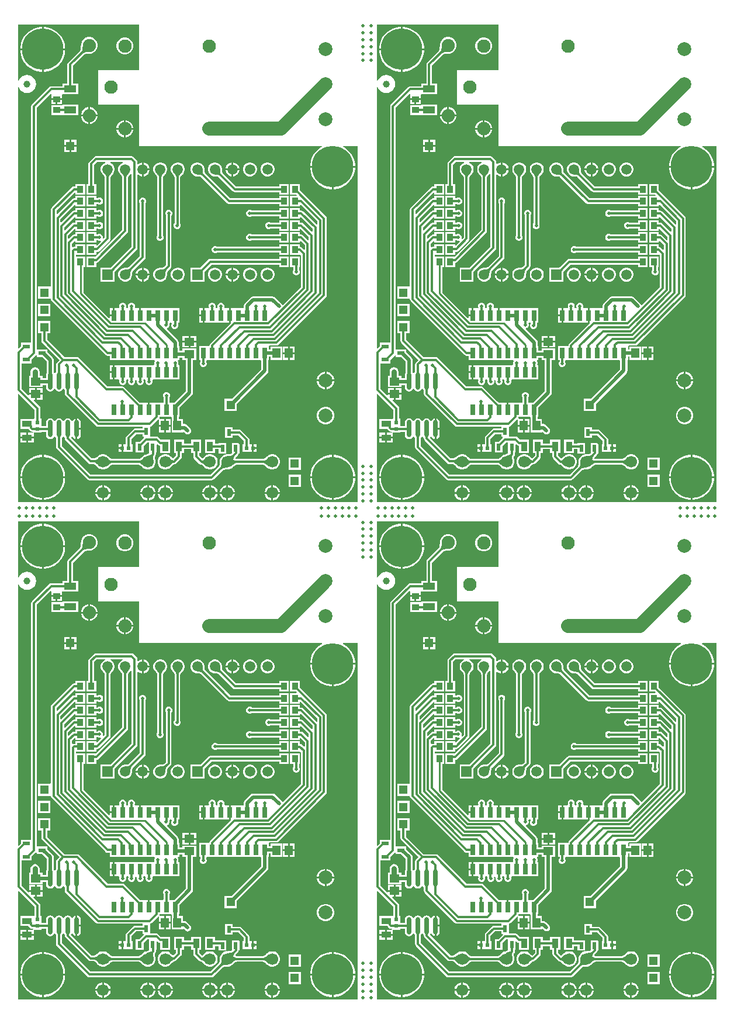
<source format=gtl>
%FSTAX25Y25*%
%MOIN*%
%SFA1B1*%

%IPPOS*%
%ADD10O,0.027560X0.098430*%
%ADD11R,0.027560X0.061020*%
%ADD12R,0.045280X0.057090*%
%ADD13R,0.035430X0.039370*%
%ADD14C,0.039370*%
%ADD15R,0.050000X0.050000*%
%ADD16R,0.057090X0.045280*%
%ADD17R,0.024410X0.022840*%
%ADD18R,0.023620X0.039370*%
%ADD19R,0.037400X0.055120*%
%ADD20R,0.022840X0.024410*%
%ADD21R,0.055120X0.037400*%
%ADD22R,0.039370X0.035430*%
%ADD23R,0.039370X0.023620*%
%ADD24R,0.068900X0.039370*%
%ADD25R,0.050000X0.050000*%
%ADD26C,0.019680*%
%ADD27C,0.011810*%
%ADD28C,0.029530*%
%ADD29C,0.010000*%
%ADD30C,0.078740*%
%ADD31C,0.019680*%
%ADD32C,0.236220*%
%ADD33C,0.059060*%
%ADD34R,0.059060X0.059060*%
%ADD35C,0.066930*%
%ADD36C,0.076770*%
%ADD37C,0.074800*%
%ADD38C,0.078740*%
%LNfabrication_panel-1*%
%LPD*%
G36*
X024701Y0541851D02*
X0246461Y0541847D01*
X024548Y0541784*
X0245048Y0541724*
X0244654Y0541646*
X02443Y0541549*
X0243983Y0541433*
X0243706Y0541299*
X0243467Y0541146*
X0243267Y0540975*
X0242431Y054181*
X0242603Y054201*
X0242756Y0542249*
X024289Y0542526*
X0243006Y0542843*
X0243103Y0543198*
X0243181Y0543591*
X024324Y0544024*
X0243304Y0545005*
X0243307Y0545553*
X024701Y0541851*
G37*
G36*
X0042285D02*
X0041737Y0541847D01*
X0040756Y0541784*
X0040324Y0541724*
X003993Y0541646*
X0039575Y0541549*
X0039259Y0541433*
X0038981Y0541299*
X0038742Y0541146*
X0038542Y0540975*
X0037707Y054181*
X0037879Y054201*
X0038031Y0542249*
X0038166Y0542526*
X0038281Y0542843*
X0038378Y0543198*
X0038456Y0543591*
X0038516Y0544024*
X0038579Y0545005*
X0038583Y0545553*
X0042285Y0541851*
G37*
G36*
X027559Y0531496D02*
X0251969D01*
Y0511811*
X027559*
Y0488189*
X0379718*
X0379834Y0487703*
X0379112Y0487335*
X0377481Y048615*
X0376055Y0484724*
X037487Y0483092*
X0373954Y0481296*
X0373331Y0479378*
X0373016Y0477386*
Y0476878*
X0398638*
Y0477386*
X0398322Y0479378*
X0397699Y0481296*
X0396784Y0483092*
X0395599Y0484724*
X0394173Y048615*
X0392541Y0487335*
X0391819Y0487703*
X0391936Y0488189*
X0399969*
Y028507*
X020633*
Y0346742*
X0206792Y0346933*
X0215898Y0337827*
Y0332732*
X0215299*
Y0332594*
X0207858*
Y0326854*
X0212278*
X0212281Y032684*
X0212633Y0326314*
X0213204Y0325743*
X021373Y0325392*
X021435Y0325268*
X0214946*
X0214983Y0325231*
X0214825Y0324763*
X0214786Y0324721*
X0212114*
Y032235*
X021537*
Y0324248*
Y032472*
X0215859Y0324748*
X021974*
Y0325268*
X0222359*
Y0323425*
X0222544Y0322497*
X0223069Y0321711*
X0223856Y0321185*
X0224783Y0321001*
X0225711Y0321185*
X0226498Y0321711*
X0227024Y0322497*
X0227029Y0322523*
X0227538*
X0227543Y0322497*
X0228069Y0321711*
X0228162Y0321649*
Y0316476*
X0228285Y0315856*
X0228637Y031533*
X0245901Y0298066*
X0246427Y0297714*
X0247047Y0297591*
X0316929*
X031755Y0297714*
X0318076Y0298066*
X0323264Y0303254*
X0323369Y0303323*
X0323521Y0303399*
X0323714Y0303474*
X0323951Y0303542*
X0324229Y0303601*
X0324537Y0303647*
X0325319Y0303701*
X0325762Y0303705*
X0325856Y0303724*
X032636*
X0327465Y0304021*
X0328456Y0304593*
X0328806Y0304942*
X0328878Y0304988*
X032952Y0305595*
X032979Y0305819*
X033005Y0306012*
X0330289Y0306167*
X0330504Y0306286*
X0330694Y030637*
X0330854Y0306424*
X0330978Y0306449*
X0346187*
X0346311Y0306424*
X0346472Y030637*
X0346661Y0306286*
X0346877Y0306167*
X0347116Y0306012*
X0347366Y0305826*
X0347957Y0305312*
X0348273Y0305002*
X0348353Y0304949*
X0348709Y0304593*
X03497Y0304021*
X0350806Y0303724*
X035195*
X0353056Y0304021*
X0354047Y0304593*
X0354856Y0305402*
X0355428Y0306393*
X0355724Y0307499*
Y0308643*
X0355428Y0309749*
X0354856Y031074*
X0354047Y0311549*
X0353056Y0312121*
X035195Y0312417*
X0350806*
X03497Y0312121*
X0348709Y0311549*
X034836Y0311199*
X0348287Y0311154*
X0347646Y0310546*
X0347375Y0310322*
X0347116Y031013*
X0346877Y0309974*
X0346661Y0309856*
X0346472Y0309771*
X0346311Y0309718*
X0346187Y0309693*
X0330978*
X0330854Y0309718*
X0330694Y0309771*
X0330504Y0309856*
X0330329Y0309952*
X0330385Y0310144*
X0330459Y0310338*
X0330535Y0310489*
X0330604Y0310595*
X0331855Y0311845*
X0332207Y0312371*
X0332288Y0312779*
X0332693*
Y0318717*
X0328331*
Y0312908*
X0328311Y0312888*
X0328205Y0312819*
X0328054Y0312742*
X0327861Y0312668*
X0327624Y03126*
X0327345Y0312541*
X0327038Y0312495*
X0326256Y031244*
X0325813Y0312437*
X0325719Y0312417*
X0325545*
X0325213Y0312779*
Y0312916*
Y0318717*
X032085*
Y0318551*
X0318815*
Y0320685*
X0313075*
Y0313173*
X0318815*
Y0315307*
X032085*
Y0312779*
X0324635*
X0324701Y031228*
X032411Y0312121*
X0323119Y0311549*
X0322309Y031074*
X0321737Y0309749*
X0321441Y0308643*
Y0308149*
X0321422Y0308065*
X0321398Y0307182*
X0321365Y0306833*
X0321318Y0306513*
X0321259Y0306234*
X032119Y0305998*
X0321116Y0305804*
X032104Y0305653*
X032097Y0305547*
X0316257Y0300834*
X0247719*
X0231405Y0317148*
Y0321649*
X0231498Y0321711*
X0232024Y0322497*
X0232029Y0322523*
X0232538*
X0232543Y0322497*
X0233069Y0321711*
X0233162Y0321649*
Y0321319*
X0233285Y0320698*
X0233637Y0320172*
X024655Y0307259*
X0247076Y0306907*
X0247697Y0306784*
X0249692*
X0249815Y0306758*
X0249962Y0306706*
X0250132Y0306624*
X0250323Y0306508*
X0250533Y0306354*
X0250748Y0306171*
X025126Y0305644*
X02514Y0305476*
X0251443Y0305402*
X0252253Y0304593*
X0253244Y0304021*
X0254349Y0303724*
X0255493*
X0256599Y0304021*
X025759Y0304593*
X025794Y0304942*
X0258012Y0304988*
X0258654Y0305595*
X0258924Y0305819*
X0259184Y0306012*
X0259422Y0306167*
X0259638Y0306286*
X0259827Y030637*
X0259988Y0306424*
X0260112Y0306449*
X0275321*
X0275445Y0306424*
X0275606Y030637*
X0275795Y0306286*
X0276011Y0306167*
X027625Y0306012*
X02765Y0305826*
X0277091Y0305312*
X0277407Y0305002*
X0277487Y0304949*
X0277843Y0304593*
X0278834Y0304021*
X027994Y0303724*
X0281084*
X0282189Y0304021*
X0283181Y0304593*
X028399Y0305402*
X0284562Y0306393*
X0284858Y0307499*
Y0308643*
X0284703Y0309224*
X0284696Y0309319*
X028459Y0309697*
X0284519Y0310018*
X0284475Y0310302*
X0284455Y0310547*
X0284457Y0310751*
X0284475Y0310913*
X0284504Y0311033*
X0284537Y0311116*
X0284564Y0311162*
X0284611Y031121*
X028465Y0311268*
X0284662Y0311281*
X0284669Y0311295*
X0284681Y0311304*
X02847Y0311342*
X0284963Y0311736*
X0285086Y0312356*
Y031337*
X0285449*
Y0317904*
X0285911Y0318095*
X0286331Y0317675*
X0286857Y0317323*
X0287478Y03172*
X0287484*
Y0313173*
X0293224*
Y0320685*
X0287908*
X028658Y0322013*
X0286054Y0322364*
X0285433Y0322488*
X0281709*
Y0328145*
X0282117Y0328226*
X0282643Y0328578*
X0286394Y0332329*
X0286894Y0332121*
Y032924*
X0289657*
Y0332594*
X0287247*
X0286969Y0333076*
X0286971Y0333095*
X0287081Y0333646*
X0288421*
X0288921*
X0293165*
X0293421*
X0293667*
X029402Y0333292*
Y0332594*
X029398*
Y0324886*
X0300508*
Y0324915*
X030097Y0325106*
X0301719Y0324357*
X0301885Y0324246*
X0302026Y0324105*
X030221Y0324029*
X0302375Y0323918*
X0302571Y0323879*
X0302755Y0323803*
X0302954*
X030315Y0323764*
X0303345Y0323803*
X0303544*
X0303728Y0323879*
X0303924Y0323918*
X0304089Y0324029*
X0304274Y0324105*
X0304415Y0324246*
X030458Y0324357*
X0304691Y0324522*
X0304832Y0324663*
X0304908Y0324848*
X0305019Y0325013*
X0305058Y0325209*
X0305134Y0325393*
Y0325592*
X0305173Y0325787*
X0305134Y0325983*
Y0326182*
X0305058Y0326366*
X0305019Y0326562*
X0304908Y0326727*
X0304832Y0326911*
X0304691Y0327052*
X030458Y0327218*
X0302738Y032906*
X0302082Y0329499*
X0301308Y0329653*
X0300508*
Y0332594*
X0298066*
Y0333646*
X0298421*
Y0338887*
X0305564Y034603*
X0306003Y0346686*
X0306157Y0347461*
Y0366224*
X0307988*
Y0372752*
X0300279*
Y0371511*
X0298421*
Y0374228*
X0298066*
Y0376201*
X0297912Y0376975*
X0297474Y0377631*
X0291331Y0383774*
X0291507Y0384306*
X0292069Y0384538*
X0292627Y0385097*
X0292929Y0385826*
Y0386615*
X0292736Y0387083*
X0293042Y0387583*
X0293421*
X0293912*
X0294119Y0387083*
X0293987Y0386951*
X0293685Y0386222*
Y0385432*
X0293987Y0384703*
X0294545Y0384145*
X0295275Y0383842*
X0296064*
X0296793Y0384145*
X0297352Y0384703*
X0297654Y0385432*
Y038621*
X0297675Y0386317*
Y0387583*
X0298421*
Y0395685*
X0293921*
X0293665*
X0293165*
X0288665*
X0288421*
X0283665*
X0283421*
X0278665*
X0278421*
X0276543*
Y0391634*
X0275543*
Y0395685*
X0273665*
X0273421*
X0273039Y0395969*
X0272894Y0396185*
X0273047Y0396554*
Y0397343*
X0272745Y0398073*
X0272187Y0398631*
X0271458Y0398933*
X0270668*
X0269939Y0398631*
X0269381Y0398073*
X0269079Y0397343*
Y0396554*
X0269232Y0396185*
X0269063Y0395933*
X0268665Y0395685*
X0268421*
X0268102Y0396053*
X0268014Y0396185*
X0268126Y0396456*
Y0397245*
X0267824Y0397974*
X0267266Y0398533*
X0266536Y0398835*
X0265747*
X0265018Y0398533*
X026446Y0397974*
X0264158Y0397245*
Y0396456*
X026427Y0396185*
X0264077Y0395897*
X0263665Y0395685*
X0263421*
X0261543*
Y0391634*
X0261043*
Y0391134*
X0258665*
Y0390278*
X0258203Y0390086*
X0243655Y0404634*
Y0419276*
X0244701*
Y0425213*
X0239316*
Y0426165*
X0244701*
Y0432102*
X0239158*
Y0430756*
X0238386*
X0237765Y0430632*
X0237634Y0430545*
X0237135Y0430812*
Y0432479*
X0238657Y0434002*
X0239158Y0433795*
Y0433055*
X0244701*
Y0438992*
X0239158*
Y0437645*
X0238386*
X0237765Y0437522*
X0237239Y043717*
X0235415Y0435347*
X0234953Y0435538*
Y0437188*
X0238657Y0440892*
X0239158Y0440685*
Y0439945*
X0244701*
Y0445882*
X0239158*
Y0444535*
X0238386*
X0237765Y0444412*
X0237239Y044406*
X0233234Y0440055*
X0232772Y0440247*
Y0441896*
X0238657Y0447781*
X0239158Y0447574*
Y0446835*
X0244701*
Y0452772*
X0239158*
Y0451425*
X0238386*
X0237765Y0451301*
X0237239Y045095*
X0231053Y0444764*
X0230591Y0444955*
Y0446605*
X0238657Y0454671*
X0239158Y0454464*
Y0453724*
X0244701*
Y0459661*
X0239158*
Y0458315*
X0238386*
X0237765Y0458191*
X0237239Y045784*
X0228872Y0449473*
X022841Y0449664*
Y0451314*
X0238657Y0461561*
X0239158Y0461354*
Y0460614*
X0244701*
Y0466551*
X0239158*
Y0465204*
X0238386*
X0237765Y0465081*
X0237239Y0464729*
X0225642Y0453132*
X022529Y0452606*
X0225167Y0451985*
Y0408441*
X0224957Y0408028*
X0224667*
X0217957*
Y0401028*
X0224709*
X0224986Y0400986*
X022523Y0400641*
X022529Y0400339*
X0225642Y0399812*
X0256424Y036903*
X025695Y0368679*
X025757Y0368555*
X0258665*
Y0366126*
X0263421*
X0263665*
X0263921*
X0268421*
X0268665*
X0268921*
X0273421*
X0273665*
X0273921*
X0278421*
X0278665*
X0278921*
X0283421*
X0283665*
X0284222*
X0284413Y0365664*
X0284342Y0365593*
X0284039Y0364863*
Y0364074*
X0284192Y0363705*
X0283858Y0363205*
X0283665*
X0283165*
X0278921*
X0278665*
X0278165*
X0273921*
X0273665*
X0273165*
X0268921*
X0268665*
X0268165*
X0263921*
X0263665*
X0263165*
X0261543*
Y0359154*
Y0355102*
X0263165*
X0263421*
X0263935*
X026427Y0354602*
X0264158Y0354332*
Y0353542*
X026446Y0352813*
X0265018Y0352255*
X0265747Y0351953*
X0266536*
X0267266Y0352255*
X0267824Y0352813*
X0268126Y0353542*
Y0354332*
X0268014Y0354602*
X0268348Y0355102*
X0269186*
X0269388Y0354602*
X0269276Y0354332*
Y0353542*
X0269578Y0352813*
X0270136Y0352255*
X0270865Y0351953*
X0271655*
X0272384Y0352255*
X0272942Y0352813*
X0273244Y0353542*
Y0354332*
X0273163Y0354527*
X027343Y0354957*
X0273821Y0354965*
X0274095Y035456*
X0274Y0354332*
Y0353542*
X0274302Y0352813*
X027486Y0352255*
X027559Y0351953*
X0276379*
X0277108Y0352255*
X0277666Y0352813*
X0277969Y0353542*
Y0354332*
X0277856Y0354602*
X027819Y0355102*
X0278421*
X0278896*
X027923Y0354602*
X0279118Y0354332*
Y0353542*
X027942Y0352813*
X0279978Y0352255*
X0280708Y0351953*
X0281497*
X0282226Y0352255*
X0282785Y0352813*
X0283087Y0353542*
Y0354332*
X0282975Y0354602*
X0283309Y0355102*
X0283921*
X0288421*
X0288665*
X0293421*
X0293665*
X0298421*
Y0363205*
X029813*
X0297796Y0363705*
X0297949Y0364074*
Y0364863*
X0297647Y0365593*
X0297575Y0365664*
X0297766Y0366126*
X0298421*
Y0367465*
X0300279*
Y0366224*
X0302111*
Y0348299*
X029556Y0341748*
X0293921*
X0293665*
X0293165*
X0292665*
Y0344802*
X0292683Y0344821*
X0292985Y034555*
Y0346339*
X0292683Y0347069*
X0292125Y0347627*
X0291396Y0347929*
X0290606*
X0289877Y0347627*
X0289319Y0347069*
X0289017Y0346339*
Y034555*
X0289319Y0344821*
X0289422Y0344718*
Y0342102*
X0289068Y0341748*
X0288665*
X0288165*
X0283921*
X0283665*
X0283421*
X0281543*
Y0337697*
X0280543*
Y0341748*
X0278665*
X0278421*
X0275959*
X0275169Y0342538*
X0275159Y0342554*
X0267156Y0350556*
X026663Y0350908*
X0266009Y0351031*
X0257561*
X0241304Y0367288*
X0240778Y036764*
X0240158Y0367763*
X0232955*
X0223078Y037764*
Y0381343*
X0224957*
Y0388342*
X0217957*
Y0381343*
X0219835*
Y0376969*
X0219958Y0376348*
X022031Y0375822*
X022999Y0366142*
X0228637Y0364789*
X0228285Y0364262*
X0228162Y0363642*
Y0359454*
X0228069Y0359392*
X0227608Y0358701*
X0227197Y0358675*
X0227054Y0358703*
X0226807Y0358987*
Y0366161*
X0226653Y0366936*
X0226214Y0367592*
X0223047Y0370759*
Y037226*
X0217173*
Y0510155*
X0224968Y051795*
X0225378Y0517653*
Y0515461*
X0228346*
X0231315*
Y0517606*
X0231776Y0517701*
X0231815*
X0240665*
Y0523638*
X0237842*
Y0534092*
X0244074Y0540324*
X0244076Y0540326*
X0244204Y0540408*
X0244381Y0540493*
X0244609Y0540577*
X0244888Y0540653*
X0245217Y0540718*
X0245583Y0540769*
X0246498Y0540828*
X0247017Y0540831*
X0247111Y054085*
X0247671*
X0248877Y0541173*
X0249958Y0541797*
X025084Y054268*
X0251464Y0543761*
X0251787Y0544967*
Y0546215*
X0251464Y054742*
X025084Y0548501*
X0249958Y0549384*
X0248877Y0550008*
X0247671Y0550331*
X0246423*
X0245218Y0550008*
X0244137Y0549384*
X0243254Y0548501*
X024263Y054742*
X0242307Y0546215*
Y0545654*
X0242288Y054556*
X0242284Y0545041*
X0242225Y0544126*
X0242175Y0543761*
X0242109Y0543432*
X0242033Y0543153*
X024195Y0542924*
X0241864Y0542747*
X0241782Y0542619*
X024178Y0542617*
X0235074Y0535911*
X0234722Y0535384*
X0234599Y0534764*
Y0523638*
X0231776*
Y0522291*
X0225394*
X0224773Y0522168*
X0224247Y0521816*
X0214405Y0511973*
X0214053Y0511447*
X021393Y0510827*
Y0376*
X0208055*
Y0373931*
X0206792Y0372668*
X020633Y0372859*
Y0521657*
X020683Y0521757*
X020713Y0521033*
X0207953Y051996*
X0209025Y0519138*
X0210274Y051862*
X0211614Y0518444*
X0212954Y051862*
X0214203Y0519138*
X0215276Y051996*
X0216099Y0521033*
X0216616Y0522282*
X0216792Y0523622*
X0216616Y0524962*
X0216099Y0526211*
X0215276Y0527284*
X0214203Y0528106*
X0212954Y0528624*
X0211614Y05288*
X0210274Y0528624*
X0209025Y0528106*
X0207953Y0527284*
X020713Y0526211*
X020683Y0525488*
X020633Y0525587*
Y0557449*
X027559*
Y0531496*
G37*
G36*
X0070866D02*
X0047244D01*
Y0511811*
X0070866*
Y0488189*
X0174993*
X017511Y0487703*
X0174388Y0487335*
X0172757Y048615*
X0171331Y0484724*
X0170145Y0483092*
X016923Y0481296*
X0168607Y0479378*
X0168291Y0477386*
Y0476878*
X0193913*
Y0477386*
X0193598Y0479378*
X0192975Y0481296*
X0192059Y0483092*
X0190874Y0484724*
X0189448Y048615*
X0187817Y0487335*
X0187095Y0487703*
X0187212Y0488189*
X0195245*
Y028507*
X0001606*
Y0346742*
X0002067Y0346933*
X0011174Y0337827*
Y0332732*
X0010575*
Y0332594*
X0003134*
Y0326854*
X0007554*
X0007557Y032684*
X0007908Y0326314*
X0008479Y0325743*
X0009005Y0325392*
X0009626Y0325268*
X0010221*
X0010258Y0325231*
X0010101Y0324763*
X0010062Y0324721*
X000739*
Y032235*
X0010646*
Y0324248*
Y032472*
X0011134Y0324748*
X0015016*
Y0325268*
X0017635*
Y0323425*
X0017819Y0322497*
X0018345Y0321711*
X0019131Y0321185*
X0020059Y0321001*
X0020987Y0321185*
X0021774Y0321711*
X0022299Y0322497*
X0022304Y0322523*
X0022814*
X0022819Y0322497*
X0023345Y0321711*
X0023437Y0321649*
Y0316476*
X0023561Y0315856*
X0023912Y031533*
X0041176Y0298066*
X0041702Y0297714*
X0042323Y0297591*
X0112205*
X0112825Y0297714*
X0113351Y0298066*
X0118539Y0303254*
X0118645Y0303323*
X0118796Y0303399*
X011899Y0303474*
X0119226Y0303542*
X0119505Y0303601*
X0119813Y0303647*
X0120595Y0303701*
X0121038Y0303705*
X0121131Y0303724*
X0121635*
X0122741Y0304021*
X0123732Y0304593*
X0124081Y0304942*
X0124154Y0304988*
X0124795Y0305595*
X0125066Y0305819*
X0125325Y0306012*
X0125564Y0306167*
X012578Y0306286*
X0125969Y030637*
X012613Y0306424*
X0126254Y0306449*
X0141463*
X0141587Y0306424*
X0141747Y030637*
X0141937Y0306286*
X0142152Y0306167*
X0142391Y0306012*
X0142641Y0305826*
X0143233Y0305312*
X0143549Y0305002*
X0143628Y0304949*
X0143985Y0304593*
X0144976Y0304021*
X0146081Y0303724*
X0147226*
X0148331Y0304021*
X0149322Y0304593*
X0150132Y0305402*
X0150704Y0306393*
X0151Y0307499*
Y0308643*
X0150704Y0309749*
X0150132Y031074*
X0149322Y0311549*
X0148331Y0312121*
X0147226Y0312417*
X0146081*
X0144976Y0312121*
X0143985Y0311549*
X0143635Y0311199*
X0143563Y0311154*
X0142921Y0310546*
X0142651Y0310322*
X0142391Y031013*
X0142152Y0309974*
X0141937Y0309856*
X0141747Y0309771*
X0141587Y0309718*
X0141463Y0309693*
X0126254*
X012613Y0309718*
X0125969Y0309771*
X012578Y0309856*
X0125605Y0309952*
X012566Y0310144*
X0125734Y0310338*
X0125811Y0310489*
X012588Y0310595*
X0127131Y0311845*
X0127482Y0312371*
X0127564Y0312779*
X0127969*
Y0318717*
X0123606*
Y0312908*
X0123587Y0312888*
X0123481Y0312819*
X012333Y0312742*
X0123136Y0312668*
X01229Y03126*
X0122621Y0312541*
X0122313Y0312495*
X0121531Y031244*
X0121088Y0312437*
X0120995Y0312417*
X0120821*
X0120489Y0312779*
X0120488Y0312916*
Y0318717*
X0116126*
Y0318551*
X0114091*
Y0320685*
X010835*
Y0313173*
X0114091*
Y0315307*
X0116126*
Y0312779*
X0119911*
X0119976Y031228*
X0119385Y0312121*
X0118394Y0311549*
X0117585Y031074*
X0117013Y0309749*
X0116717Y0308643*
Y0308149*
X0116698Y0308065*
X0116674Y0307182*
X0116641Y0306833*
X0116593Y0306513*
X0116534Y0306234*
X0116466Y0305998*
X0116392Y0305804*
X0116315Y0305653*
X0116246Y0305547*
X0111533Y0300834*
X0042995*
X0026681Y0317148*
Y0321649*
X0026774Y0321711*
X0027299Y0322497*
X0027304Y0322523*
X0027814*
X0027819Y0322497*
X0028345Y0321711*
X0028437Y0321649*
Y0321319*
X0028561Y0320698*
X0028912Y0320172*
X0041826Y0307259*
X0042352Y0306907*
X0042972Y0306784*
X0044968*
X004509Y0306758*
X0045238Y0306706*
X0045408Y0306624*
X0045599Y0306508*
X0045808Y0306354*
X0046023Y0306171*
X0046535Y0305644*
X0046676Y0305476*
X0046719Y0305402*
X0047528Y0304593*
X0048519Y0304021*
X0049625Y0303724*
X0050769*
X0051875Y0304021*
X0052866Y0304593*
X0053215Y0304942*
X0053288Y0304988*
X0053929Y0305595*
X00542Y0305819*
X0054459Y0306012*
X0054698Y0306167*
X0054914Y0306286*
X0055103Y030637*
X0055264Y0306424*
X0055388Y0306449*
X0070597*
X007072Y0306424*
X0070881Y030637*
X0071071Y0306286*
X0071286Y0306167*
X0071525Y0306012*
X0071775Y0305826*
X0072367Y0305312*
X0072682Y0305002*
X0072762Y0304949*
X0073119Y0304593*
X007411Y0304021*
X0075215Y0303724*
X007636*
X0077465Y0304021*
X0078456Y0304593*
X0079265Y0305402*
X0079838Y0306393*
X0080134Y0307499*
Y0308643*
X0079978Y0309224*
X0079971Y0309319*
X0079866Y0309697*
X0079795Y0310018*
X007975Y0310302*
X0079731Y0310547*
X0079732Y0310751*
X0079751Y0310913*
X0079779Y0311033*
X0079812Y0311116*
X0079839Y0311162*
X0079887Y031121*
X0079926Y0311268*
X0079937Y0311281*
X0079945Y0311295*
X0079956Y0311304*
X0079975Y0311342*
X0080238Y0311736*
X0080362Y0312356*
Y031337*
X0080724*
Y0317904*
X0081186Y0318095*
X0081606Y0317675*
X0082133Y0317323*
X0082753Y03172*
X008276*
Y0313173*
X00885*
Y0320685*
X0083183*
X0081855Y0322013*
X0081329Y0322364*
X0080709Y0322488*
X0076984*
Y0328145*
X0077392Y0328226*
X0077918Y0328578*
X0081669Y0332329*
X0082169Y0332121*
Y032924*
X0084933*
Y0332594*
X0082522*
X0082245Y0333076*
X0082247Y0333095*
X0082357Y0333646*
X0083697*
X0084197*
X0088441*
X0088697*
X0088942*
X0089296Y0333292*
Y0332594*
X0089256*
Y0324886*
X0095784*
Y0324915*
X0096245Y0325106*
X0096995Y0324357*
X009716Y0324246*
X0097301Y0324105*
X0097485Y0324029*
X0097651Y0323918*
X0097846Y0323879*
X0098031Y0323803*
X009823*
X0098425Y0323764*
X0098621Y0323803*
X009882*
X0099004Y0323879*
X0099199Y0323918*
X0099365Y0324029*
X0099549Y0324105*
X009969Y0324246*
X0099856Y0324357*
X0099967Y0324522*
X0100107Y0324663*
X0100184Y0324848*
X0100294Y0325013*
X0100333Y0325209*
X0100409Y0325393*
Y0325592*
X0100448Y0325787*
X0100409Y0325983*
Y0326182*
X0100333Y0326366*
X0100294Y0326562*
X0100184Y0326727*
X0100107Y0326911*
X0099967Y0327052*
X0099856Y0327218*
X0098014Y032906*
X0097357Y0329499*
X0096583Y0329653*
X0095784*
Y0332594*
X0093342*
Y0333646*
X0093697*
Y0338887*
X010084Y034603*
X0101279Y0346686*
X0101433Y0347461*
Y0366224*
X0103264*
Y0372752*
X0095555*
Y0371511*
X0093697*
Y0374228*
X0093342*
Y0376201*
X0093188Y0376975*
X009275Y0377631*
X0086607Y0383774*
X0086782Y0384306*
X0087344Y0384538*
X0087903Y0385097*
X0088205Y0385826*
Y0386615*
X0088011Y0387083*
X0088318Y0387583*
X0088697*
X0089188*
X0089395Y0387083*
X0089263Y0386951*
X0088961Y0386222*
Y0385432*
X0089263Y0384703*
X0089821Y0384145*
X009055Y0383842*
X009134*
X0092069Y0384145*
X0092627Y0384703*
X0092929Y0385432*
Y038621*
X009295Y0386317*
Y0387583*
X0093697*
Y0395685*
X0089197*
X0088941*
X0088441*
X0083941*
X0083697*
X0078941*
X0078697*
X0073941*
X0073697*
X0071819*
Y0391634*
X0070819*
Y0395685*
X0068941*
X0068697*
X0068314Y0395969*
X006817Y0396185*
X0068323Y0396554*
Y0397343*
X0068021Y0398073*
X0067463Y0398631*
X0066733Y0398933*
X0065944*
X0065215Y0398631*
X0064656Y0398073*
X0064354Y0397343*
Y0396554*
X0064507Y0396185*
X0064338Y0395933*
X0063941Y0395685*
X0063697*
X0063378Y0396053*
X0063289Y0396185*
X0063402Y0396456*
Y0397245*
X0063099Y0397974*
X0062541Y0398533*
X0061812Y0398835*
X0061023*
X0060293Y0398533*
X0059735Y0397974*
X0059433Y0397245*
Y0396456*
X0059545Y0396185*
X0059353Y0395897*
X0058941Y0395685*
X0058697*
X0056819*
Y0391634*
X0056319*
Y0391134*
X0053941*
Y0390278*
X0053479Y0390086*
X0038931Y0404634*
Y0419276*
X0039976*
Y0425213*
X0034591*
Y0426165*
X0039976*
Y0432102*
X0034433*
Y0430756*
X0033661*
X0033041Y0430632*
X003291Y0430545*
X003241Y0430812*
Y0432479*
X0033933Y0434002*
X0034433Y0433795*
Y0433055*
X0039976*
Y0438992*
X0034433*
Y0437645*
X0033661*
X0033041Y0437522*
X0032515Y043717*
X0030691Y0435347*
X0030229Y0435538*
Y0437188*
X0033933Y0440892*
X0034433Y0440685*
Y0439945*
X0039976*
Y0445882*
X0034433*
Y0444535*
X0033661*
X0033041Y0444412*
X0032515Y044406*
X002851Y0440055*
X0028048Y0440247*
Y0441896*
X0033933Y0447781*
X0034433Y0447574*
Y0446835*
X0039976*
Y0452772*
X0034433*
Y0451425*
X0033661*
X0033041Y0451301*
X0032515Y045095*
X0026329Y0444764*
X0025867Y0444955*
Y0446605*
X0033933Y0454671*
X0034433Y0454464*
Y0453724*
X0039976*
Y0459661*
X0034433*
Y0458315*
X0033661*
X0033041Y0458191*
X0032515Y045784*
X0024148Y0449473*
X0023686Y0449664*
Y0451314*
X0033933Y0461561*
X0034433Y0461354*
Y0460614*
X0039976*
Y0466551*
X0034433*
Y0465204*
X0033661*
X0033041Y0465081*
X0032515Y0464729*
X0020917Y0453132*
X0020566Y0452606*
X0020442Y0451985*
Y0408441*
X0020232Y0408028*
X0019942*
X0013232*
Y0401028*
X0019985*
X0020261Y0400986*
X0020506Y0400641*
X0020566Y0400339*
X0020917Y0399812*
X0051699Y036903*
X0052225Y0368679*
X0052846Y0368555*
X0053941*
Y0366126*
X0058697*
X0058941*
X0059197*
X0063697*
X0063941*
X0064197*
X0068697*
X0068941*
X0069197*
X0073697*
X0073941*
X0074197*
X0078697*
X0078941*
X0079497*
X0079689Y0365664*
X0079617Y0365593*
X0079315Y0364863*
Y0364074*
X0079468Y0363705*
X0079134Y0363205*
X0078941*
X0078441*
X0074197*
X0073941*
X0073441*
X0069197*
X0068941*
X0068441*
X0064197*
X0063941*
X0063441*
X0059197*
X0058941*
X0058441*
X0056819*
Y0359154*
Y0355102*
X0058441*
X0058697*
X0059211*
X0059545Y0354602*
X0059433Y0354332*
Y0353542*
X0059735Y0352813*
X0060293Y0352255*
X0061023Y0351953*
X0061812*
X0062541Y0352255*
X0063099Y0352813*
X0063402Y0353542*
Y0354332*
X0063289Y0354602*
X0063623Y0355102*
X0064462*
X0064663Y0354602*
X0064551Y0354332*
Y0353542*
X0064853Y0352813*
X0065411Y0352255*
X0066141Y0351953*
X006693*
X0067659Y0352255*
X0068218Y0352813*
X006852Y0353542*
Y0354332*
X0068439Y0354527*
X0068706Y0354957*
X0069097Y0354965*
X006937Y035456*
X0069276Y0354332*
Y0353542*
X0069578Y0352813*
X0070136Y0352255*
X0070865Y0351953*
X0071654*
X0072384Y0352255*
X0072942Y0352813*
X0073244Y0353542*
Y0354332*
X0073132Y0354602*
X0073466Y0355102*
X0073697*
X0074172*
X0074506Y0354602*
X0074394Y0354332*
Y0353542*
X0074696Y0352813*
X0075254Y0352255*
X0075983Y0351953*
X0076773*
X0077502Y0352255*
X007806Y0352813*
X0078362Y0353542*
Y0354332*
X007825Y0354602*
X0078584Y0355102*
X0079197*
X0083697*
X0083941*
X0088697*
X0088941*
X0093697*
Y0363205*
X0093406*
X0093072Y0363705*
X0093224Y0364074*
Y0364863*
X0092922Y0365593*
X0092851Y0365664*
X0093042Y0366126*
X0093697*
Y0367465*
X0095555*
Y0366224*
X0097386*
Y0348299*
X0090836Y0341748*
X0089197*
X0088941*
X0088441*
X0087941*
Y0344802*
X0087959Y0344821*
X0088261Y034555*
Y0346339*
X0087959Y0347069*
X0087401Y0347627*
X0086671Y0347929*
X0085882*
X0085153Y0347627*
X0084594Y0347069*
X0084292Y0346339*
Y034555*
X0084594Y0344821*
X0084697Y0344718*
Y0342102*
X0084344Y0341748*
X0083941*
X0083441*
X0079197*
X0078941*
X0078697*
X0076819*
Y0337697*
X0075819*
Y0341748*
X0073941*
X0073697*
X0071234*
X0070445Y0342538*
X0070434Y0342554*
X0062432Y0350556*
X0061905Y0350908*
X0061285Y0351031*
X0052837*
X003658Y0367288*
X0036054Y036764*
X0035433Y0367763*
X0028231*
X0018354Y037764*
Y0381343*
X0020232*
Y0388342*
X0013232*
Y0381343*
X0015111*
Y0376969*
X0015234Y0376348*
X0015586Y0375822*
X0025266Y0366142*
X0023912Y0364789*
X0023561Y0364262*
X0023437Y0363642*
Y0359454*
X0023345Y0359392*
X0022883Y0358701*
X0022472Y0358675*
X0022329Y0358703*
X0022082Y0358987*
Y0366161*
X0021928Y0366936*
X002149Y0367592*
X0018323Y0370759*
Y037226*
X0012449*
Y0510155*
X0020244Y051795*
X0020654Y0517653*
Y0515461*
X0023622*
X0026591*
Y0517606*
X0027051Y0517701*
X0027091*
X0035941*
Y0523638*
X0033118*
Y0534092*
X0039349Y0540324*
X0039352Y0540326*
X003948Y0540408*
X0039657Y0540493*
X0039885Y0540577*
X0040164Y0540653*
X0040493Y0540718*
X0040859Y0540769*
X0041773Y0540828*
X0042292Y0540831*
X0042386Y054085*
X0042947*
X0044153Y0541173*
X0045233Y0541797*
X0046116Y054268*
X004674Y0543761*
X0047063Y0544967*
Y0546215*
X004674Y054742*
X0046116Y0548501*
X0045233Y0549384*
X0044153Y0550008*
X0042947Y0550331*
X0041699*
X0040493Y0550008*
X0039412Y0549384*
X003853Y0548501*
X0037906Y054742*
X0037583Y0546215*
Y0545654*
X0037563Y054556*
X003756Y0545041*
X0037501Y0544126*
X003745Y0543761*
X0037385Y0543432*
X0037309Y0543153*
X0037225Y0542924*
X003714Y0542747*
X0037058Y0542619*
X0037056Y0542617*
X0030349Y0535911*
X0029998Y0535384*
X0029874Y0534764*
Y0523638*
X0027051*
Y0522291*
X0020669*
X0020049Y0522168*
X0019523Y0521816*
X000968Y0511973*
X0009329Y0511447*
X0009205Y0510827*
Y0376*
X0003331*
Y0373931*
X0002067Y0372668*
X0001606Y0372859*
Y0521657*
X0002106Y0521757*
X0002405Y0521033*
X0003228Y051996*
X0004301Y0519138*
X000555Y051862*
X000689Y0518444*
X000823Y051862*
X0009479Y0519138*
X0010551Y051996*
X0011374Y0521033*
X0011891Y0522282*
X0012068Y0523622*
X0011891Y0524962*
X0011374Y0526211*
X0010551Y0527284*
X0009479Y0528106*
X000823Y0528624*
X000689Y05288*
X000555Y0528624*
X0004301Y0528106*
X0003228Y0527284*
X0002405Y0526211*
X0002106Y0525488*
X0001606Y0525587*
Y0557449*
X0070866*
Y0531496*
G37*
G36*
X0216952Y036876D02*
X021711Y0368652D01*
Y0367898*
X0220186*
X022276Y0365323*
Y035893*
X0222544Y0358605*
X0222359Y0357677*
Y035596*
X022039*
Y0357201*
X0218674*
Y0359575*
X0218482Y0360542*
X0217934Y0361361*
X0217115Y0361908*
X0216149Y03621*
X0215183Y0361908*
X0214364Y0361361*
X0213816Y0360542*
X0213624Y0359575*
Y0357201*
X0212681*
Y0350673*
X022039*
Y0351914*
X0222359*
Y035059*
X0222544Y0349663*
X0223069Y0348876*
X0223856Y0348351*
X0224783Y0348166*
X0225711Y0348351*
X0226498Y0348876*
X0227024Y0349663*
X0227029Y0349689*
X0227538*
X0227543Y0349663*
X0228069Y0348876*
X0228856Y0348351*
X0229784Y0348166*
X0230711Y0348351*
X0231498Y0348876*
X0232024Y0349663*
X0232029Y0349689*
X0232538*
X0232543Y0349663*
X0233069Y0348876*
X0233162Y0348814*
Y0346909*
X0233285Y0346289*
X0233637Y0345763*
X0250822Y0328578*
X0251348Y0328226*
X0251969Y0328103*
X0277346*
Y0327015*
X0273145*
X0272524Y0326892*
X0271998Y032654*
X026842Y0322963*
X0268069Y0322437*
X0267945Y0321816*
Y0318165*
X0266366*
Y0315945*
Y0313724*
X0271709*
Y0318165*
X0271189*
Y0321144*
X0273816Y0323772*
X0277346*
Y0322425*
X0278101*
X0278208Y0322267*
X0278293Y0321925*
X0275675Y0319307*
X0273606*
Y031337*
X0277969*
Y0317014*
X0280199Y0319244*
X0281087*
Y031337*
X0281083Y0312872*
X0279812Y0312414*
X0279317Y031227*
X0279316*
X0279315Y0312269*
X0279237Y0312229*
X0278834Y0312121*
X0277843Y0311549*
X0277494Y0311199*
X0277421Y0311154*
X027678Y0310546*
X0276509Y0310322*
X027625Y031013*
X0276011Y0309974*
X0275795Y0309856*
X0275606Y0309771*
X0275445Y0309718*
X0275321Y0309693*
X0260112*
X0259988Y0309718*
X0259827Y0309771*
X0259638Y0309856*
X0259422Y0309974*
X0259184Y031013*
X0258934Y0310315*
X0258342Y0310829*
X0258026Y031114*
X0257946Y0311192*
X025759Y0311549*
X0256599Y0312121*
X0255493Y0312417*
X0254349*
X0253244Y0312121*
X0252253Y0311549*
X0252137Y0311434*
X0252136Y0311433*
X0251763Y031113*
X0251431Y0310878*
X02508Y0310455*
X0250543Y0310308*
X0250304Y031019*
X0250096Y0310105*
X0249924Y0310051*
X0249803Y0310027*
X0248369*
X0236573Y0321823*
X0237023Y0322497*
X0237029Y0322523*
X0237538*
X0237544Y0322497*
X0238069Y0321711*
X0238856Y0321185*
X0239283Y03211*
Y0326969*
Y0332837*
X0238856Y0332752*
X0238069Y0332226*
X0237544Y033144*
X0237538Y0331414*
X0237029*
X0237023Y033144*
X0236498Y0332226*
X0235711Y0332752*
X0234784Y0332936*
X0233856Y0332752*
X0233069Y0332226*
X0232543Y033144*
X0232538Y0331414*
X0232029*
X0232024Y033144*
X0231498Y0332226*
X0230711Y0332752*
X0229784Y0332936*
X0228856Y0332752*
X0228069Y0332226*
X0227543Y033144*
X0227538Y0331414*
X0227029*
X0227024Y033144*
X0226498Y0332226*
X0225711Y0332752*
X0224783Y0332936*
X0223856Y0332752*
X0223069Y0332226*
X0222544Y033144*
X0222359Y0330512*
Y0328512*
X021974*
Y0332732*
X0219141*
Y0338499*
X0219018Y0339119*
X0218666Y0339645*
X0215187Y0343125*
X0215378Y0343587*
X0216035*
Y034635*
X0212681*
Y0346284*
X0212219Y0346093*
X0208511Y03498*
Y0364158*
X0213992*
Y0366226*
X021661Y0368844*
X0216952Y036876*
G37*
G36*
X0012227D02*
X0012386Y0368652D01*
Y0367898*
X0015462*
X0018036Y0365323*
Y035893*
X0017819Y0358605*
X0017635Y0357677*
Y035596*
X0015665*
Y0357201*
X001395*
Y0359575*
X0013757Y0360542*
X001321Y0361361*
X0012391Y0361908*
X0011425Y03621*
X0010458Y0361908*
X0009639Y0361361*
X0009092Y0360542*
X00089Y0359575*
Y0357201*
X0007957*
Y0350673*
X0015665*
Y0351914*
X0017635*
Y035059*
X0017819Y0349663*
X0018345Y0348876*
X0019131Y0348351*
X0020059Y0348166*
X0020987Y0348351*
X0021774Y0348876*
X0022299Y0349663*
X0022304Y0349689*
X0022814*
X0022819Y0349663*
X0023345Y0348876*
X0024131Y0348351*
X0025059Y0348166*
X0025987Y0348351*
X0026774Y0348876*
X0027299Y0349663*
X0027304Y0349689*
X0027814*
X0027819Y0349663*
X0028345Y0348876*
X0028437Y0348814*
Y0346909*
X0028561Y0346289*
X0028912Y0345763*
X0046097Y0328578*
X0046624Y0328226*
X0047244Y0328103*
X0072622*
Y0327015*
X006842*
X00678Y0326892*
X0067273Y032654*
X0063696Y0322963*
X0063344Y0322437*
X0063221Y0321816*
Y0318165*
X0061642*
Y0315945*
Y0313724*
X0066984*
Y0318165*
X0066464*
Y0321144*
X0069092Y0323772*
X0072622*
Y0322425*
X0073376*
X0073484Y0322267*
X0073569Y0321925*
X0070951Y0319307*
X0068882*
Y031337*
X0073244*
Y0317014*
X0075475Y0319244*
X0076362*
Y031337*
X0076358Y0312872*
X0075088Y0312414*
X0074592Y031227*
X0074591*
X007459Y0312269*
X0074513Y0312229*
X007411Y0312121*
X0073119Y0311549*
X0072769Y0311199*
X0072697Y0311154*
X0072055Y0310546*
X0071785Y0310322*
X0071525Y031013*
X0071286Y0309974*
X0071071Y0309856*
X0070881Y0309771*
X007072Y0309718*
X0070597Y0309693*
X0055388*
X0055264Y0309718*
X0055103Y0309771*
X0054914Y0309856*
X0054698Y0309974*
X0054459Y031013*
X0054209Y0310315*
X0053618Y0310829*
X0053302Y031114*
X0053222Y0311192*
X0052866Y0311549*
X0051875Y0312121*
X0050769Y0312417*
X0049625*
X0048519Y0312121*
X0047528Y0311549*
X0047413Y0311434*
X0047411Y0311433*
X0047038Y031113*
X0046706Y0310878*
X0046076Y0310455*
X0045818Y0310308*
X0045579Y031019*
X0045371Y0310105*
X0045199Y0310051*
X0045078Y0310027*
X0043644*
X0031848Y0321823*
X0032299Y0322497*
X0032304Y0322523*
X0032814*
X0032819Y0322497*
X0033345Y0321711*
X0034131Y0321185*
X0034559Y03211*
Y0326969*
Y0332837*
X0034131Y0332752*
X0033345Y0332226*
X0032819Y033144*
X0032814Y0331414*
X0032304*
X0032299Y033144*
X0031773Y0332226*
X0030987Y0332752*
X0030059Y0332936*
X0029131Y0332752*
X0028345Y0332226*
X0027819Y033144*
X0027814Y0331414*
X0027304*
X0027299Y033144*
X0026774Y0332226*
X0025987Y0332752*
X0025059Y0332936*
X0024131Y0332752*
X0023345Y0332226*
X0022819Y033144*
X0022814Y0331414*
X0022304*
X0022299Y033144*
X0021774Y0332226*
X0020987Y0332752*
X0020059Y0332936*
X0019131Y0332752*
X0018345Y0332226*
X0017819Y033144*
X0017635Y0330512*
Y0328512*
X0015016*
Y0332732*
X0014417*
Y0338499*
X0014293Y0339119*
X0013942Y0339645*
X0010463Y0343125*
X0010654Y0343587*
X0011311*
Y034635*
X0007957*
Y0346284*
X0007495Y0346093*
X0003787Y03498*
Y0364158*
X0009268*
Y0366226*
X0011886Y0368844*
X0012227Y036876*
G37*
G36*
X0283882Y0311939D02*
X0283736Y0311765D01*
X0283618Y0311565*
X0283529Y031134*
X0283469Y0311089*
X0283438Y0310813*
X0283435Y0310511*
X0283461Y0310183*
X0283517Y0309829*
X0283601Y030945*
X0283713Y0309045*
X0279602Y0311291*
X0280128Y0311444*
X0282121Y0312162*
X0282392Y0312296*
X0282621Y0312426*
X0282807Y0312554*
X0282951Y0312678*
X0283882Y0311939*
G37*
G36*
X0079158D02*
X0079011Y0311765D01*
X0078894Y0311565*
X0078805Y031134*
X0078745Y0311089*
X0078713Y0310813*
X0078711Y0310511*
X0078737Y0310183*
X0078792Y0309829*
X0078876Y030945*
X0078989Y0309045*
X0074877Y0311291*
X0075403Y0311444*
X0077396Y0312162*
X0077668Y0312296*
X0077896Y0312426*
X0078083Y0312554*
X0078227Y0312678*
X0079158Y0311939*
G37*
G36*
X0252309Y0305979D02*
X0252017Y0306328D01*
X0251446Y0306915*
X0251166Y0307154*
X0250891Y0307356*
X025062Y0307521*
X0250353Y030765*
X025009Y0307741*
X0249831Y0307797*
X0249577Y0307815*
X0249697Y0308996*
X0249928Y0309013*
X0250175Y0309062*
X025044Y0309144*
X0250722Y0309259*
X0251022Y0309407*
X0251339Y0309588*
X0252024Y0310049*
X0252392Y0310328*
X0252778Y0310641*
X0252309Y0305979*
G37*
G36*
X0047585D02*
X0047293Y0306328D01*
X0046721Y0306915*
X0046442Y0307154*
X0046167Y0307356*
X0045895Y0307521*
X0045628Y030765*
X0045366Y0307741*
X0045107Y0307797*
X0044852Y0307815*
X0044973Y0308996*
X0045203Y0309013*
X0045451Y0309062*
X0045716Y0309144*
X0045998Y0309259*
X0046297Y0309407*
X0046614Y0309588*
X0047299Y0310049*
X0047668Y0310328*
X0048053Y0310641*
X0047585Y0305979*
G37*
G36*
X0348988Y0305728D02*
X034865Y0306061D01*
X0348005Y0306622*
X0347698Y030685*
X0347401Y0307042*
X0347115Y03072*
X034684Y0307323*
X0346575Y030741*
X034632Y0307463*
X0346076Y030748*
Y0308661*
X034632Y0308679*
X0346575Y0308732*
X034684Y0308819*
X0347115Y0308942*
X0347401Y0309099*
X0347698Y0309292*
X0348005Y030952*
X0348322Y0309783*
X0348988Y0310413*
Y0305728*
G37*
G36*
X0329954Y0311402D02*
X0329794Y0311217D01*
X0329651Y0311*
X0329525Y0310751*
X0329417Y0310469*
X0329327Y0310155*
X0329253Y0309809*
X0329205Y0309487*
X0329468Y0309292*
X0329764Y0309099*
X033005Y0308942*
X0330325Y0308819*
X033059Y0308732*
X0330845Y0308679*
X0331089Y0308661*
Y030748*
X0330845Y0307463*
X033059Y030741*
X0330325Y0307323*
X033005Y03072*
X0329764Y0307042*
X0329468Y030685*
X0329161Y0306622*
X0328843Y0306359*
X0328177Y0305728*
Y0309061*
X0325821Y0311417*
X0326295Y0311421*
X0327148Y0311481*
X0327526Y0311537*
X0327872Y031161*
X0328186Y0311701*
X0328467Y0311809*
X0328716Y0311934*
X0328934Y0312077*
X0329119Y0312237*
X0329954Y0311402*
G37*
G36*
X0278122Y0305728D02*
X0277784Y0306061D01*
X0277139Y0306622*
X0276832Y030685*
X0276535Y0307042*
X0276249Y03072*
X0275974Y0307323*
X0275709Y030741*
X0275454Y0307463*
X027521Y030748*
Y0308661*
X0275454Y0308679*
X0275709Y0308732*
X0275974Y0308819*
X0276249Y0308942*
X0276535Y0309099*
X0276832Y0309292*
X0277139Y030952*
X0277456Y0309783*
X0278122Y0310413*
Y0305728*
G37*
G36*
X0257649Y0310081D02*
X0258294Y030952D01*
X0258601Y0309292*
X0258898Y0309099*
X0259184Y0308942*
X0259459Y0308819*
X0259724Y0308732*
X0259979Y0308679*
X0260223Y0308661*
Y030748*
X0259979Y0307463*
X0259724Y030741*
X0259459Y0307323*
X0259184Y03072*
X0258898Y0307042*
X0258601Y030685*
X0258294Y0306622*
X0257977Y0306359*
X0257311Y0305728*
Y0310413*
X0257649Y0310081*
G37*
G36*
X0144264Y0305728D02*
X0143925Y0306061D01*
X014328Y0306622*
X0142973Y030685*
X0142677Y0307042*
X0142391Y03072*
X0142116Y0307323*
X014185Y030741*
X0141596Y0307463*
X0141352Y030748*
Y0308661*
X0141596Y0308679*
X014185Y0308732*
X0142116Y0308819*
X0142391Y0308942*
X0142677Y0309099*
X0142973Y0309292*
X014328Y030952*
X0143598Y0309783*
X0144264Y0310413*
Y0305728*
G37*
G36*
X012523Y0311402D02*
X0125069Y0311217D01*
X0124926Y0311*
X0124801Y0310751*
X0124693Y0310469*
X0124602Y0310155*
X0124529Y0309809*
X0124481Y0309487*
X0124743Y0309292*
X012504Y0309099*
X0125325Y0308942*
X0125601Y0308819*
X0125866Y0308732*
X0126121Y0308679*
X0126365Y0308661*
Y030748*
X0126121Y0307463*
X0125866Y030741*
X0125601Y0307323*
X0125325Y03072*
X012504Y0307042*
X0124743Y030685*
X0124436Y0306622*
X0124119Y0306359*
X0123453Y0305728*
Y0309061*
X0121097Y0311417*
X0121571Y0311421*
X0122424Y0311481*
X0122802Y0311537*
X0123147Y031161*
X0123461Y0311701*
X0123743Y0311809*
X0123992Y0311934*
X0124209Y0312077*
X0124394Y0312237*
X012523Y0311402*
G37*
G36*
X0073398Y0305728D02*
X0073059Y0306061D01*
X0072414Y0306622*
X0072107Y030685*
X0071811Y0307042*
X0071525Y03072*
X007125Y0307323*
X0070984Y030741*
X007073Y0307463*
X0070486Y030748*
Y0308661*
X007073Y0308679*
X0070984Y0308732*
X007125Y0308819*
X0071525Y0308942*
X0071811Y0309099*
X0072107Y0309292*
X0072414Y030952*
X0072732Y0309783*
X0073398Y0310413*
Y0305728*
G37*
G36*
X0052925Y0310081D02*
X005357Y030952D01*
X0053877Y0309292*
X0054173Y0309099*
X0054459Y0308942*
X0054735Y0308819*
X0055Y0308732*
X0055255Y0308679*
X0055499Y0308661*
Y030748*
X0055255Y0307463*
X0055Y030741*
X0054735Y0307323*
X0054459Y03072*
X0054173Y0307042*
X0053877Y030685*
X005357Y0306622*
X0053253Y0306359*
X0052587Y0305728*
Y0310413*
X0052925Y0310081*
G37*
G36*
X0325754Y0304725D02*
X0325279Y0304721D01*
X0324427Y0304661*
X0324049Y0304605*
X0323703Y0304532*
X0323389Y0304441*
X0323108Y0304333*
X0322858Y0304207*
X0322641Y0304065*
X0322456Y0303904*
X0321621Y0304739*
X0321781Y0304925*
X0321924Y0305142*
X0322049Y0305391*
X0322158Y0305673*
X0322248Y0305986*
X0322322Y0306332*
X0322378Y030671*
X0322416Y030712*
X0322441Y0308037*
X0325754Y0304725*
G37*
G36*
X0121029D02*
X0120555Y0304721D01*
X0119702Y0304661*
X0119324Y0304605*
X0118979Y0304532*
X0118665Y0304441*
X0118383Y0304333*
X0118134Y0304207*
X0117917Y0304065*
X0117732Y0303904*
X0116896Y0304739*
X0117057Y0304925*
X01172Y0305142*
X0117325Y0305391*
X0117433Y0305673*
X0117524Y0305986*
X0117597Y0306332*
X0117653Y030671*
X0117692Y030712*
X0117717Y0308037*
X0121029Y0304725*
G37*
G36*
X024701Y0258386D02*
X0246461Y0258382D01*
X024548Y0258319*
X0245048Y025826*
X0244654Y0258181*
X02443Y0258084*
X0243983Y0257969*
X0243706Y0257835*
X0243467Y0257682*
X0243267Y025751*
X0242431Y0258345*
X0242603Y0258545*
X0242756Y0258784*
X024289Y0259062*
X0243006Y0259378*
X0243103Y0259733*
X0243181Y0260127*
X024324Y0260559*
X0243304Y026154*
X0243307Y0262089*
X024701Y0258386*
G37*
G36*
X0042285D02*
X0041737Y0258382D01*
X0040756Y0258319*
X0040324Y025826*
X003993Y0258181*
X0039575Y0258084*
X0039259Y0257969*
X0038981Y0257835*
X0038742Y0257682*
X0038542Y025751*
X0037707Y0258345*
X0037879Y0258545*
X0038031Y0258784*
X0038166Y0259062*
X0038281Y0259378*
X0038378Y0259733*
X0038456Y0260127*
X0038516Y0260559*
X0038579Y026154*
X0038583Y0262089*
X0042285Y0258386*
G37*
G36*
X027559Y0248031D02*
X0251969D01*
Y0228346*
X027559*
Y0204724*
X0379718*
X0379834Y0204238*
X0379112Y020387*
X0377481Y0202685*
X0376055Y0201259*
X037487Y0199628*
X0373954Y0197831*
X0373331Y0195913*
X0373016Y0193922*
Y0193413*
X0398638*
Y0193922*
X0398322Y0195913*
X0397699Y0197831*
X0396784Y0199628*
X0395599Y0201259*
X0394173Y0202685*
X0392541Y020387*
X0391819Y0204238*
X0391936Y0204724*
X0399969*
Y0001606*
X020633*
Y0063277*
X0206792Y0063468*
X0215898Y0054362*
Y0049268*
X0215299*
Y004913*
X0207858*
Y004339*
X0212278*
X0212281Y0043376*
X0212633Y0042849*
X0213204Y0042279*
X021373Y0041927*
X021435Y0041804*
X0214946*
X0214983Y0041766*
X0214825Y0041299*
X0214786Y0041256*
X0212114*
Y0038886*
X021537*
Y0040784*
Y0041256*
X0215859Y0041284*
X021974*
Y0041804*
X0222359*
Y0039961*
X0222544Y0039033*
X0223069Y0038246*
X0223856Y0037721*
X0224783Y0037536*
X0225711Y0037721*
X0226498Y0038246*
X0227024Y0039033*
X0227029Y0039059*
X0227538*
X0227543Y0039033*
X0228069Y0038246*
X0228162Y0038184*
Y0033012*
X0228285Y0032391*
X0228637Y0031865*
X0245901Y0014601*
X0246427Y001425*
X0247047Y0014126*
X0316929*
X031755Y001425*
X0318076Y0014601*
X0323264Y0019789*
X0323369Y0019859*
X0323521Y0019935*
X0323714Y0020009*
X0323951Y0020077*
X0324229Y0020137*
X0324537Y0020182*
X0325319Y0020237*
X0325762Y0020241*
X0325856Y002026*
X032636*
X0327465Y0020556*
X0328456Y0021128*
X0328806Y0021478*
X0328878Y0021523*
X032952Y0022131*
X032979Y0022355*
X033005Y0022547*
X0330289Y0022703*
X0330504Y0022822*
X0330694Y0022906*
X0330854Y0022959*
X0330978Y0022985*
X0346187*
X0346311Y0022959*
X0346472Y0022906*
X0346661Y0022822*
X0346877Y0022703*
X0347116Y0022547*
X0347366Y0022362*
X0347957Y0021848*
X0348273Y0021537*
X0348353Y0021485*
X0348709Y0021128*
X03497Y0020556*
X0350806Y002026*
X035195*
X0353056Y0020556*
X0354047Y0021128*
X0354856Y0021937*
X0355428Y0022929*
X0355724Y0024034*
Y0025179*
X0355428Y0026284*
X0354856Y0027275*
X0354047Y0028084*
X0353056Y0028657*
X035195Y0028953*
X0350806*
X03497Y0028657*
X0348709Y0028084*
X034836Y0027735*
X0348287Y0027689*
X0347646Y0027082*
X0347375Y0026858*
X0347116Y0026665*
X0346877Y002651*
X0346661Y0026391*
X0346472Y0026307*
X0346311Y0026254*
X0346187Y0026228*
X0330978*
X0330854Y0026254*
X0330694Y0026307*
X0330504Y0026391*
X0330329Y0026487*
X0330385Y002668*
X0330459Y0026873*
X0330535Y0027024*
X0330604Y002713*
X0331855Y0028381*
X0332207Y0028907*
X0332288Y0029315*
X0332693*
Y0035252*
X0328331*
Y0029443*
X0328311Y0029423*
X0328205Y0029354*
X0328054Y0029278*
X0327861Y0029204*
X0327624Y0029135*
X0327345Y0029076*
X0327038Y002903*
X0326256Y0028976*
X0325813Y0028972*
X0325719Y0028953*
X0325545*
X0325213Y0029314*
Y0029452*
Y0035252*
X032085*
Y0035086*
X0318815*
Y003722*
X0313075*
Y0029709*
X0318815*
Y0031843*
X032085*
Y0029315*
X0324635*
X0324701Y0028815*
X032411Y0028657*
X0323119Y0028084*
X0322309Y0027275*
X0321737Y0026284*
X0321441Y0025179*
Y0024684*
X0321422Y0024601*
X0321398Y0023718*
X0321365Y0023368*
X0321318Y0023048*
X0321259Y002277*
X032119Y0022533*
X0321116Y002234*
X032104Y0022188*
X032097Y0022083*
X0316257Y001737*
X0247719*
X0231405Y0033683*
Y0038184*
X0231498Y0038246*
X0232024Y0039033*
X0232029Y0039059*
X0232538*
X0232543Y0039033*
X0233069Y0038246*
X0233162Y0038184*
Y0037854*
X0233285Y0037234*
X0233637Y0036708*
X024655Y0023794*
X0247076Y0023443*
X0247697Y0023319*
X0249692*
X0249815Y0023293*
X0249962Y0023242*
X0250132Y002316*
X0250323Y0023043*
X0250533Y002289*
X0250748Y0022706*
X025126Y002218*
X02514Y0022012*
X0251443Y0021937*
X0252253Y0021128*
X0253244Y0020556*
X0254349Y002026*
X0255493*
X0256599Y0020556*
X025759Y0021128*
X025794Y0021478*
X0258012Y0021523*
X0258654Y0022131*
X0258924Y0022355*
X0259184Y0022547*
X0259422Y0022703*
X0259638Y0022822*
X0259827Y0022906*
X0259988Y0022959*
X0260112Y0022985*
X0275321*
X0275445Y0022959*
X0275606Y0022906*
X0275795Y0022822*
X0276011Y0022703*
X027625Y0022547*
X02765Y0022362*
X0277091Y0021848*
X0277407Y0021537*
X0277487Y0021485*
X0277843Y0021128*
X0278834Y0020556*
X027994Y002026*
X0281084*
X0282189Y0020556*
X0283181Y0021128*
X028399Y0021937*
X0284562Y0022929*
X0284858Y0024034*
Y0025179*
X0284703Y0025759*
X0284696Y0025854*
X028459Y0026233*
X0284519Y0026554*
X0284475Y0026838*
X0284455Y0027083*
X0284457Y0027287*
X0284475Y0027448*
X0284504Y0027568*
X0284537Y0027652*
X0284564Y0027697*
X0284611Y0027745*
X028465Y0027804*
X0284662Y0027817*
X0284669Y002783*
X0284681Y002784*
X02847Y0027878*
X0284963Y0028271*
X0285086Y0028892*
Y0029906*
X0285449*
Y0034439*
X0285911Y003463*
X0286331Y003421*
X0286857Y0033859*
X0287478Y0033735*
X0287484*
Y0029709*
X0293224*
Y003722*
X0287908*
X028658Y0038548*
X0286054Y00389*
X0285433Y0039023*
X0281709*
Y004468*
X0282117Y0044762*
X0282643Y0045113*
X0286394Y0048864*
X0286894Y0048657*
Y0045776*
X0289657*
Y004913*
X0287247*
X0286969Y0049611*
X0286971Y004963*
X0287081Y0050181*
X0288421*
X0288921*
X0293165*
X0293421*
X0293667*
X029402Y0049828*
Y004913*
X029398*
Y0041421*
X0300508*
Y004145*
X030097Y0041642*
X0301719Y0040892*
X0301885Y0040782*
X0302026Y0040641*
X030221Y0040564*
X0302375Y0040454*
X0302571Y0040415*
X0302755Y0040339*
X0302954*
X030315Y00403*
X0303345Y0040339*
X0303544*
X0303728Y0040415*
X0303924Y0040454*
X0304089Y0040564*
X0304274Y0040641*
X0304415Y0040782*
X030458Y0040892*
X0304691Y0041058*
X0304832Y0041199*
X0304908Y0041383*
X0305019Y0041549*
X0305058Y0041744*
X0305134Y0041928*
Y0042127*
X0305173Y0042323*
X0305134Y0042518*
Y0042717*
X0305058Y0042902*
X0305019Y0043097*
X0304908Y0043263*
X0304832Y0043447*
X0304691Y0043588*
X030458Y0043753*
X0302738Y0045595*
X0302082Y0046034*
X0301308Y0046188*
X0300508*
Y004913*
X0298066*
Y0050181*
X0298421*
Y0055422*
X0305564Y0062565*
X0306003Y0063222*
X0306157Y0063996*
Y008276*
X0307988*
Y0089287*
X0300279*
Y0088047*
X0298421*
Y0090764*
X0298066*
Y0092736*
X0297912Y009351*
X0297474Y0094167*
X0291331Y010031*
X0291507Y0100841*
X0292069Y0101074*
X0292627Y0101632*
X0292929Y0102361*
Y0103151*
X0292736Y0103618*
X0293042Y0104118*
X0293421*
X0293912*
X0294119Y0103618*
X0293987Y0103486*
X0293685Y0102757*
Y0101968*
X0293987Y0101238*
X0294545Y010068*
X0295275Y0100378*
X0296064*
X0296793Y010068*
X0297352Y0101238*
X0297654Y0101968*
Y0102745*
X0297675Y0102853*
Y0104118*
X0298421*
Y0112221*
X0293921*
X0293665*
X0293165*
X0288665*
X0288421*
X0283665*
X0283421*
X0278665*
X0278421*
X0276543*
Y0108169*
X0275543*
Y0112221*
X0273665*
X0273421*
X0273039Y0112504*
X0272894Y0112721*
X0273047Y011309*
Y0113879*
X0272745Y0114608*
X0272187Y0115166*
X0271458Y0115469*
X0270668*
X0269939Y0115166*
X0269381Y0114608*
X0269079Y0113879*
Y011309*
X0269232Y0112721*
X0269063Y0112468*
X0268665Y0112221*
X0268421*
X0268102Y0112588*
X0268014Y0112721*
X0268126Y0112991*
Y011378*
X0267824Y011451*
X0267266Y0115068*
X0266536Y011537*
X0265747*
X0265018Y0115068*
X026446Y011451*
X0264158Y011378*
Y0112991*
X026427Y0112721*
X0264077Y0112433*
X0263665Y0112221*
X0263421*
X0261543*
Y0108169*
X0261043*
Y0107669*
X0258665*
Y0106813*
X0258203Y0106622*
X0243655Y012117*
Y0135811*
X0244701*
Y0141748*
X0239316*
Y0142701*
X0244701*
Y0148638*
X0239158*
Y0147291*
X0238386*
X0237765Y0147168*
X0237634Y014708*
X0237135Y0147347*
Y0149014*
X0238657Y0150537*
X0239158Y015033*
Y0149591*
X0244701*
Y0155528*
X0239158*
Y0154181*
X0238386*
X0237765Y0154057*
X0237239Y0153706*
X0235415Y0151882*
X0234953Y0152073*
Y0153723*
X0238657Y0157427*
X0239158Y015722*
Y015648*
X0244701*
Y0162417*
X0239158*
Y0161071*
X0238386*
X0237765Y0160947*
X0237239Y0160596*
X0233234Y0156591*
X0232772Y0156782*
Y0158432*
X0238657Y0164317*
X0239158Y016411*
Y016337*
X0244701*
Y0169307*
X0239158*
Y016796*
X0238386*
X0237765Y0167837*
X0237239Y0167485*
X0231053Y0161299*
X0230591Y0161491*
Y016314*
X0238657Y0171207*
X0239158Y0171*
Y017026*
X0244701*
Y0176197*
X0239158*
Y017485*
X0238386*
X0237765Y0174727*
X0237239Y0174375*
X0228872Y0166008*
X022841Y0166199*
Y0167849*
X0238657Y0178096*
X0239158Y0177889*
Y017715*
X0244701*
Y0183087*
X0239158*
Y018174*
X0238386*
X0237765Y0181616*
X0237239Y0181265*
X0225642Y0169667*
X022529Y0169141*
X0225167Y0168521*
Y0124976*
X0224957Y0124563*
X0224667*
X0217957*
Y0117563*
X0224709*
X0224986Y0117522*
X022523Y0117176*
X022529Y0116874*
X0225642Y0116348*
X0256424Y0085566*
X025695Y0085214*
X025757Y0085091*
X0258665*
Y0082661*
X0263421*
X0263665*
X0263921*
X0268421*
X0268665*
X0268921*
X0273421*
X0273665*
X0273921*
X0278421*
X0278665*
X0278921*
X0283421*
X0283665*
X0284222*
X0284413Y00822*
X0284342Y0082128*
X0284039Y0081399*
Y0080609*
X0284192Y008024*
X0283858Y007974*
X0283665*
X0283165*
X0278921*
X0278665*
X0278165*
X0273921*
X0273665*
X0273165*
X0268921*
X0268665*
X0268165*
X0263921*
X0263665*
X0263165*
X0261543*
Y0075689*
Y0071638*
X0263165*
X0263421*
X0263935*
X026427Y0071138*
X0264158Y0070867*
Y0070078*
X026446Y0069349*
X0265018Y006879*
X0265747Y0068488*
X0266536*
X0267266Y006879*
X0267824Y0069349*
X0268126Y0070078*
Y0070867*
X0268014Y0071138*
X0268348Y0071638*
X0269186*
X0269388Y0071138*
X0269276Y0070867*
Y0070078*
X0269578Y0069349*
X0270136Y006879*
X0270865Y0068488*
X0271655*
X0272384Y006879*
X0272942Y0069349*
X0273244Y0070078*
Y0070867*
X0273163Y0071063*
X027343Y0071493*
X0273821Y00715*
X0274095Y0071096*
X0274Y0070867*
Y0070078*
X0274302Y0069349*
X027486Y006879*
X027559Y0068488*
X0276379*
X0277108Y006879*
X0277666Y0069349*
X0277969Y0070078*
Y0070867*
X0277856Y0071138*
X027819Y0071638*
X0278421*
X0278896*
X027923Y0071138*
X0279118Y0070867*
Y0070078*
X027942Y0069349*
X0279978Y006879*
X0280708Y0068488*
X0281497*
X0282226Y006879*
X0282785Y0069349*
X0283087Y0070078*
Y0070867*
X0282975Y0071138*
X0283309Y0071638*
X0283921*
X0288421*
X0288665*
X0293421*
X0293665*
X0298421*
Y007974*
X029813*
X0297796Y008024*
X0297949Y0080609*
Y0081399*
X0297647Y0082128*
X0297575Y00822*
X0297766Y0082661*
X0298421*
Y0084*
X0300279*
Y008276*
X0302111*
Y0064834*
X029556Y0058284*
X0293921*
X0293665*
X0293165*
X0292665*
Y0061338*
X0292683Y0061356*
X0292985Y0062085*
Y0062875*
X0292683Y0063604*
X0292125Y0064162*
X0291396Y0064464*
X0290606*
X0289877Y0064162*
X0289319Y0063604*
X0289017Y0062875*
Y0062085*
X0289319Y0061356*
X0289422Y0061253*
Y0058637*
X0289068Y0058284*
X0288665*
X0288165*
X0283921*
X0283665*
X0283421*
X0281543*
Y0054232*
X0280543*
Y0058284*
X0278665*
X0278421*
X0275959*
X0275169Y0059073*
X0275159Y0059089*
X0267156Y0067092*
X026663Y0067443*
X0266009Y0067567*
X0257561*
X0241304Y0083824*
X0240778Y0084175*
X0240158Y0084299*
X0232955*
X0223078Y0094176*
Y0097878*
X0224957*
Y0104878*
X0217957*
Y0097878*
X0219835*
Y0093504*
X0219958Y0092883*
X022031Y0092357*
X022999Y0082677*
X0228637Y0081324*
X0228285Y0080798*
X0228162Y0080177*
Y0075989*
X0228069Y0075927*
X0227608Y0075237*
X0227197Y007521*
X0227054Y0075239*
X0226807Y0075523*
Y0082697*
X0226653Y0083471*
X0226214Y0084127*
X0223047Y0087294*
Y0088795*
X0217173*
Y0226691*
X0224968Y0234486*
X0225378Y0234188*
Y0231996*
X0228346*
X0231315*
Y0234141*
X0231776Y0234236*
X0231815*
X0240665*
Y0240173*
X0237842*
Y0250627*
X0244074Y0256859*
X0244076Y0256861*
X0244204Y0256943*
X0244381Y0257029*
X0244609Y0257112*
X0244888Y0257188*
X0245217Y0257254*
X0245583Y0257304*
X0246498Y0257363*
X0247017Y0257366*
X0247111Y0257386*
X0247671*
X0248877Y0257709*
X0249958Y0258333*
X025084Y0259215*
X0251464Y0260296*
X0251787Y0261502*
Y026275*
X0251464Y0263956*
X025084Y0265037*
X0249958Y0265919*
X0248877Y0266543*
X0247671Y0266866*
X0246423*
X0245218Y0266543*
X0244137Y0265919*
X0243254Y0265037*
X024263Y0263956*
X0242307Y026275*
Y026219*
X0242288Y0262095*
X0242284Y0261576*
X0242225Y0260662*
X0242175Y0260296*
X0242109Y0259967*
X0242033Y0259688*
X024195Y025946*
X0241864Y0259283*
X0241782Y0259155*
X024178Y0259153*
X0235074Y0252446*
X0234722Y025192*
X0234599Y0251299*
Y0240173*
X0231776*
Y0238826*
X0225394*
X0224773Y0238703*
X0224247Y0238351*
X0214405Y0228509*
X0214053Y0227983*
X021393Y0227362*
Y0092535*
X0208055*
Y0090467*
X0206792Y0089204*
X020633Y0089395*
Y0238193*
X020683Y0238292*
X020713Y0237568*
X0207953Y0236496*
X0209025Y0235673*
X0210274Y0235156*
X0211614Y0234979*
X0212954Y0235156*
X0214203Y0235673*
X0215276Y0236496*
X0216099Y0237568*
X0216616Y0238817*
X0216792Y0240158*
X0216616Y0241498*
X0216099Y0242747*
X0215276Y0243819*
X0214203Y0244642*
X0212954Y0245159*
X0211614Y0245336*
X0210274Y0245159*
X0209025Y0244642*
X0207953Y0243819*
X020713Y0242747*
X020683Y0242023*
X020633Y0242122*
Y0273985*
X027559*
Y0248031*
G37*
G36*
X0070866D02*
X0047244D01*
Y0228346*
X0070866*
Y0204724*
X0174993*
X017511Y0204238*
X0174388Y020387*
X0172757Y0202685*
X0171331Y0201259*
X0170145Y0199628*
X016923Y0197831*
X0168607Y0195913*
X0168291Y0193922*
Y0193413*
X0193913*
Y0193922*
X0193598Y0195913*
X0192975Y0197831*
X0192059Y0199628*
X0190874Y0201259*
X0189448Y0202685*
X0187817Y020387*
X0187095Y0204238*
X0187212Y0204724*
X0195245*
Y0001606*
X0001606*
Y0063277*
X0002067Y0063468*
X0011174Y0054362*
Y0049268*
X0010575*
Y004913*
X0003134*
Y004339*
X0007554*
X0007557Y0043376*
X0007908Y0042849*
X0008479Y0042279*
X0009005Y0041927*
X0009626Y0041804*
X0010221*
X0010258Y0041766*
X0010101Y0041299*
X0010062Y0041256*
X000739*
Y0038886*
X0010646*
Y0040784*
Y0041256*
X0011134Y0041284*
X0015016*
Y0041804*
X0017635*
Y0039961*
X0017819Y0039033*
X0018345Y0038246*
X0019131Y0037721*
X0020059Y0037536*
X0020987Y0037721*
X0021774Y0038246*
X0022299Y0039033*
X0022304Y0039059*
X0022814*
X0022819Y0039033*
X0023345Y0038246*
X0023437Y0038184*
Y0033012*
X0023561Y0032391*
X0023912Y0031865*
X0041176Y0014601*
X0041702Y001425*
X0042323Y0014126*
X0112205*
X0112825Y001425*
X0113351Y0014601*
X0118539Y0019789*
X0118645Y0019859*
X0118796Y0019935*
X011899Y0020009*
X0119226Y0020077*
X0119505Y0020137*
X0119813Y0020182*
X0120595Y0020237*
X0121038Y0020241*
X0121131Y002026*
X0121635*
X0122741Y0020556*
X0123732Y0021128*
X0124081Y0021478*
X0124154Y0021523*
X0124795Y0022131*
X0125066Y0022355*
X0125325Y0022547*
X0125564Y0022703*
X012578Y0022822*
X0125969Y0022906*
X012613Y0022959*
X0126254Y0022985*
X0141463*
X0141587Y0022959*
X0141747Y0022906*
X0141937Y0022822*
X0142152Y0022703*
X0142391Y0022547*
X0142641Y0022362*
X0143233Y0021848*
X0143549Y0021537*
X0143628Y0021485*
X0143985Y0021128*
X0144976Y0020556*
X0146081Y002026*
X0147226*
X0148331Y0020556*
X0149322Y0021128*
X0150132Y0021937*
X0150704Y0022929*
X0151Y0024034*
Y0025179*
X0150704Y0026284*
X0150132Y0027275*
X0149322Y0028084*
X0148331Y0028657*
X0147226Y0028953*
X0146081*
X0144976Y0028657*
X0143985Y0028084*
X0143635Y0027735*
X0143563Y0027689*
X0142921Y0027082*
X0142651Y0026858*
X0142391Y0026665*
X0142152Y002651*
X0141937Y0026391*
X0141747Y0026307*
X0141587Y0026254*
X0141463Y0026228*
X0126254*
X012613Y0026254*
X0125969Y0026307*
X012578Y0026391*
X0125605Y0026487*
X012566Y002668*
X0125734Y0026873*
X0125811Y0027024*
X012588Y002713*
X0127131Y0028381*
X0127482Y0028907*
X0127564Y0029315*
X0127969*
Y0035252*
X0123606*
Y0029443*
X0123587Y0029423*
X0123481Y0029354*
X012333Y0029278*
X0123136Y0029204*
X01229Y0029135*
X0122621Y0029076*
X0122313Y002903*
X0121531Y0028976*
X0121088Y0028972*
X0120995Y0028953*
X0120821*
X0120489Y0029314*
X0120488Y0029452*
Y0035252*
X0116126*
Y0035086*
X0114091*
Y003722*
X010835*
Y0029709*
X0114091*
Y0031843*
X0116126*
Y0029315*
X0119911*
X0119976Y0028815*
X0119385Y0028657*
X0118394Y0028084*
X0117585Y0027275*
X0117013Y0026284*
X0116717Y0025179*
Y0024684*
X0116698Y0024601*
X0116674Y0023718*
X0116641Y0023368*
X0116593Y0023048*
X0116534Y002277*
X0116466Y0022533*
X0116392Y002234*
X0116315Y0022188*
X0116246Y0022083*
X0111533Y001737*
X0042995*
X0026681Y0033683*
Y0038184*
X0026774Y0038246*
X0027299Y0039033*
X0027304Y0039059*
X0027814*
X0027819Y0039033*
X0028345Y0038246*
X0028437Y0038184*
Y0037854*
X0028561Y0037234*
X0028912Y0036708*
X0041826Y0023794*
X0042352Y0023443*
X0042972Y0023319*
X0044968*
X004509Y0023293*
X0045238Y0023242*
X0045408Y002316*
X0045599Y0023043*
X0045808Y002289*
X0046023Y0022706*
X0046535Y002218*
X0046676Y0022012*
X0046719Y0021937*
X0047528Y0021128*
X0048519Y0020556*
X0049625Y002026*
X0050769*
X0051875Y0020556*
X0052866Y0021128*
X0053215Y0021478*
X0053288Y0021523*
X0053929Y0022131*
X00542Y0022355*
X0054459Y0022547*
X0054698Y0022703*
X0054914Y0022822*
X0055103Y0022906*
X0055264Y0022959*
X0055388Y0022985*
X0070597*
X007072Y0022959*
X0070881Y0022906*
X0071071Y0022822*
X0071286Y0022703*
X0071525Y0022547*
X0071775Y0022362*
X0072367Y0021848*
X0072682Y0021537*
X0072762Y0021485*
X0073119Y0021128*
X007411Y0020556*
X0075215Y002026*
X007636*
X0077465Y0020556*
X0078456Y0021128*
X0079265Y0021937*
X0079838Y0022929*
X0080134Y0024034*
Y0025179*
X0079978Y0025759*
X0079971Y0025854*
X0079866Y0026233*
X0079795Y0026554*
X007975Y0026838*
X0079731Y0027083*
X0079732Y0027287*
X0079751Y0027448*
X0079779Y0027568*
X0079812Y0027652*
X0079839Y0027697*
X0079887Y0027745*
X0079926Y0027804*
X0079937Y0027817*
X0079945Y002783*
X0079956Y002784*
X0079975Y0027878*
X0080238Y0028271*
X0080362Y0028892*
Y0029906*
X0080724*
Y0034439*
X0081186Y003463*
X0081606Y003421*
X0082133Y0033859*
X0082753Y0033735*
X008276*
Y0029709*
X00885*
Y003722*
X0083183*
X0081855Y0038548*
X0081329Y00389*
X0080709Y0039023*
X0076984*
Y004468*
X0077392Y0044762*
X0077918Y0045113*
X0081669Y0048864*
X0082169Y0048657*
Y0045776*
X0084933*
Y004913*
X0082522*
X0082245Y0049611*
X0082247Y004963*
X0082357Y0050181*
X0083697*
X0084197*
X0088441*
X0088697*
X0088942*
X0089296Y0049828*
Y004913*
X0089256*
Y0041421*
X0095784*
Y004145*
X0096245Y0041642*
X0096995Y0040892*
X009716Y0040782*
X0097301Y0040641*
X0097485Y0040564*
X0097651Y0040454*
X0097846Y0040415*
X0098031Y0040339*
X009823*
X0098425Y00403*
X0098621Y0040339*
X009882*
X0099004Y0040415*
X0099199Y0040454*
X0099365Y0040564*
X0099549Y0040641*
X009969Y0040782*
X0099856Y0040892*
X0099967Y0041058*
X0100107Y0041199*
X0100184Y0041383*
X0100294Y0041549*
X0100333Y0041744*
X0100409Y0041928*
Y0042127*
X0100448Y0042323*
X0100409Y0042518*
Y0042717*
X0100333Y0042902*
X0100294Y0043097*
X0100184Y0043263*
X0100107Y0043447*
X0099967Y0043588*
X0099856Y0043753*
X0098014Y0045595*
X0097357Y0046034*
X0096583Y0046188*
X0095784*
Y004913*
X0093342*
Y0050181*
X0093697*
Y0055422*
X010084Y0062565*
X0101279Y0063222*
X0101433Y0063996*
Y008276*
X0103264*
Y0089287*
X0095555*
Y0088047*
X0093697*
Y0090764*
X0093342*
Y0092736*
X0093188Y009351*
X009275Y0094167*
X0086607Y010031*
X0086782Y0100841*
X0087344Y0101074*
X0087903Y0101632*
X0088205Y0102361*
Y0103151*
X0088011Y0103618*
X0088318Y0104118*
X0088697*
X0089188*
X0089395Y0103618*
X0089263Y0103486*
X0088961Y0102757*
Y0101968*
X0089263Y0101238*
X0089821Y010068*
X009055Y0100378*
X009134*
X0092069Y010068*
X0092627Y0101238*
X0092929Y0101968*
Y0102745*
X009295Y0102853*
Y0104118*
X0093697*
Y0112221*
X0089197*
X0088941*
X0088441*
X0083941*
X0083697*
X0078941*
X0078697*
X0073941*
X0073697*
X0071819*
Y0108169*
X0070819*
Y0112221*
X0068941*
X0068697*
X0068314Y0112504*
X006817Y0112721*
X0068323Y011309*
Y0113879*
X0068021Y0114608*
X0067463Y0115166*
X0066733Y0115469*
X0065944*
X0065215Y0115166*
X0064656Y0114608*
X0064354Y0113879*
Y011309*
X0064507Y0112721*
X0064338Y0112468*
X0063941Y0112221*
X0063697*
X0063378Y0112588*
X0063289Y0112721*
X0063402Y0112991*
Y011378*
X0063099Y011451*
X0062541Y0115068*
X0061812Y011537*
X0061023*
X0060293Y0115068*
X0059735Y011451*
X0059433Y011378*
Y0112991*
X0059545Y0112721*
X0059353Y0112433*
X0058941Y0112221*
X0058697*
X0056819*
Y0108169*
X0056319*
Y0107669*
X0053941*
Y0106813*
X0053479Y0106622*
X0038931Y012117*
Y0135811*
X0039976*
Y0141748*
X0034591*
Y0142701*
X0039976*
Y0148638*
X0034433*
Y0147291*
X0033661*
X0033041Y0147168*
X003291Y014708*
X003241Y0147347*
Y0149014*
X0033933Y0150537*
X0034433Y015033*
Y0149591*
X0039976*
Y0155528*
X0034433*
Y0154181*
X0033661*
X0033041Y0154057*
X0032515Y0153706*
X0030691Y0151882*
X0030229Y0152073*
Y0153723*
X0033933Y0157427*
X0034433Y015722*
Y015648*
X0039976*
Y0162417*
X0034433*
Y0161071*
X0033661*
X0033041Y0160947*
X0032515Y0160596*
X002851Y0156591*
X0028048Y0156782*
Y0158432*
X0033933Y0164317*
X0034433Y016411*
Y016337*
X0039976*
Y0169307*
X0034433*
Y016796*
X0033661*
X0033041Y0167837*
X0032515Y0167485*
X0026329Y0161299*
X0025867Y0161491*
Y016314*
X0033933Y0171207*
X0034433Y0171*
Y017026*
X0039976*
Y0176197*
X0034433*
Y017485*
X0033661*
X0033041Y0174727*
X0032515Y0174375*
X0024148Y0166008*
X0023686Y0166199*
Y0167849*
X0033933Y0178096*
X0034433Y0177889*
Y017715*
X0039976*
Y0183087*
X0034433*
Y018174*
X0033661*
X0033041Y0181616*
X0032515Y0181265*
X0020917Y0169667*
X0020566Y0169141*
X0020442Y0168521*
Y0124976*
X0020232Y0124563*
X0019942*
X0013232*
Y0117563*
X0019985*
X0020261Y0117522*
X0020506Y0117176*
X0020566Y0116874*
X0020917Y0116348*
X0051699Y0085566*
X0052225Y0085214*
X0052846Y0085091*
X0053941*
Y0082661*
X0058697*
X0058941*
X0059197*
X0063697*
X0063941*
X0064197*
X0068697*
X0068941*
X0069197*
X0073697*
X0073941*
X0074197*
X0078697*
X0078941*
X0079497*
X0079689Y00822*
X0079617Y0082128*
X0079315Y0081399*
Y0080609*
X0079468Y008024*
X0079134Y007974*
X0078941*
X0078441*
X0074197*
X0073941*
X0073441*
X0069197*
X0068941*
X0068441*
X0064197*
X0063941*
X0063441*
X0059197*
X0058941*
X0058441*
X0056819*
Y0075689*
Y0071638*
X0058441*
X0058697*
X0059211*
X0059545Y0071138*
X0059433Y0070867*
Y0070078*
X0059735Y0069349*
X0060293Y006879*
X0061023Y0068488*
X0061812*
X0062541Y006879*
X0063099Y0069349*
X0063402Y0070078*
Y0070867*
X0063289Y0071138*
X0063623Y0071638*
X0064462*
X0064663Y0071138*
X0064551Y0070867*
Y0070078*
X0064853Y0069349*
X0065411Y006879*
X0066141Y0068488*
X006693*
X0067659Y006879*
X0068218Y0069349*
X006852Y0070078*
Y0070867*
X0068439Y0071063*
X0068706Y0071493*
X0069097Y00715*
X006937Y0071096*
X0069276Y0070867*
Y0070078*
X0069578Y0069349*
X0070136Y006879*
X0070865Y0068488*
X0071654*
X0072384Y006879*
X0072942Y0069349*
X0073244Y0070078*
Y0070867*
X0073132Y0071138*
X0073466Y0071638*
X0073697*
X0074172*
X0074506Y0071138*
X0074394Y0070867*
Y0070078*
X0074696Y0069349*
X0075254Y006879*
X0075983Y0068488*
X0076773*
X0077502Y006879*
X007806Y0069349*
X0078362Y0070078*
Y0070867*
X007825Y0071138*
X0078584Y0071638*
X0079197*
X0083697*
X0083941*
X0088697*
X0088941*
X0093697*
Y007974*
X0093406*
X0093072Y008024*
X0093224Y0080609*
Y0081399*
X0092922Y0082128*
X0092851Y00822*
X0093042Y0082661*
X0093697*
Y0084*
X0095555*
Y008276*
X0097386*
Y0064834*
X0090836Y0058284*
X0089197*
X0088941*
X0088441*
X0087941*
Y0061338*
X0087959Y0061356*
X0088261Y0062085*
Y0062875*
X0087959Y0063604*
X0087401Y0064162*
X0086671Y0064464*
X0085882*
X0085153Y0064162*
X0084594Y0063604*
X0084292Y0062875*
Y0062085*
X0084594Y0061356*
X0084697Y0061253*
Y0058637*
X0084344Y0058284*
X0083941*
X0083441*
X0079197*
X0078941*
X0078697*
X0076819*
Y0054232*
X0075819*
Y0058284*
X0073941*
X0073697*
X0071234*
X0070445Y0059073*
X0070434Y0059089*
X0062432Y0067092*
X0061905Y0067443*
X0061285Y0067567*
X0052837*
X003658Y0083824*
X0036054Y0084175*
X0035433Y0084299*
X0028231*
X0018354Y0094176*
Y0097878*
X0020232*
Y0104878*
X0013232*
Y0097878*
X0015111*
Y0093504*
X0015234Y0092883*
X0015586Y0092357*
X0025266Y0082677*
X0023912Y0081324*
X0023561Y0080798*
X0023437Y0080177*
Y0075989*
X0023345Y0075927*
X0022883Y0075237*
X0022472Y007521*
X0022329Y0075239*
X0022082Y0075523*
Y0082697*
X0021928Y0083471*
X002149Y0084127*
X0018323Y0087294*
Y0088795*
X0012449*
Y0226691*
X0020244Y0234486*
X0020654Y0234188*
Y0231996*
X0023622*
X0026591*
Y0234141*
X0027051Y0234236*
X0027091*
X0035941*
Y0240173*
X0033118*
Y0250627*
X0039349Y0256859*
X0039352Y0256861*
X003948Y0256943*
X0039657Y0257029*
X0039885Y0257112*
X0040164Y0257188*
X0040493Y0257254*
X0040859Y0257304*
X0041773Y0257363*
X0042292Y0257366*
X0042386Y0257386*
X0042947*
X0044153Y0257709*
X0045233Y0258333*
X0046116Y0259215*
X004674Y0260296*
X0047063Y0261502*
Y026275*
X004674Y0263956*
X0046116Y0265037*
X0045233Y0265919*
X0044153Y0266543*
X0042947Y0266866*
X0041699*
X0040493Y0266543*
X0039412Y0265919*
X003853Y0265037*
X0037906Y0263956*
X0037583Y026275*
Y026219*
X0037563Y0262095*
X003756Y0261576*
X0037501Y0260662*
X003745Y0260296*
X0037385Y0259967*
X0037309Y0259688*
X0037225Y025946*
X003714Y0259283*
X0037058Y0259155*
X0037056Y0259153*
X0030349Y0252446*
X0029998Y025192*
X0029874Y0251299*
Y0240173*
X0027051*
Y0238826*
X0020669*
X0020049Y0238703*
X0019523Y0238351*
X000968Y0228509*
X0009329Y0227983*
X0009205Y0227362*
Y0092535*
X0003331*
Y0090467*
X0002067Y0089204*
X0001606Y0089395*
Y0238193*
X0002106Y0238292*
X0002405Y0237568*
X0003228Y0236496*
X0004301Y0235673*
X000555Y0235156*
X000689Y0234979*
X000823Y0235156*
X0009479Y0235673*
X0010551Y0236496*
X0011374Y0237568*
X0011891Y0238817*
X0012068Y0240158*
X0011891Y0241498*
X0011374Y0242747*
X0010551Y0243819*
X0009479Y0244642*
X000823Y0245159*
X000689Y0245336*
X000555Y0245159*
X0004301Y0244642*
X0003228Y0243819*
X0002405Y0242747*
X0002106Y0242023*
X0001606Y0242122*
Y0273985*
X0070866*
Y0248031*
G37*
G36*
X0216952Y0085295D02*
X021711Y0085187D01*
Y0084433*
X0220186*
X022276Y0081859*
Y0075465*
X0222544Y007514*
X0222359Y0074213*
Y0072496*
X022039*
Y0073736*
X0218674*
Y0076111*
X0218482Y0077077*
X0217934Y0077896*
X0217115Y0078443*
X0216149Y0078636*
X0215183Y0078443*
X0214364Y0077896*
X0213816Y0077077*
X0213624Y0076111*
Y0073736*
X0212681*
Y0067209*
X022039*
Y0068449*
X0222359*
Y0067126*
X0222544Y0066198*
X0223069Y0065412*
X0223856Y0064886*
X0224783Y0064701*
X0225711Y0064886*
X0226498Y0065412*
X0227024Y0066198*
X0227029Y0066224*
X0227538*
X0227543Y0066198*
X0228069Y0065412*
X0228856Y0064886*
X0229784Y0064701*
X0230711Y0064886*
X0231498Y0065412*
X0232024Y0066198*
X0232029Y0066224*
X0232538*
X0232543Y0066198*
X0233069Y0065412*
X0233162Y006535*
Y0063445*
X0233285Y0062824*
X0233637Y0062298*
X0250822Y0045113*
X0251348Y0044762*
X0251969Y0044638*
X0277346*
Y0043551*
X0273145*
X0272524Y0043427*
X0271998Y0043076*
X026842Y0039498*
X0268069Y0038972*
X0267945Y0038352*
Y0034701*
X0266366*
Y003248*
Y003026*
X0271709*
Y0034701*
X0271189*
Y003768*
X0273816Y0040307*
X0277346*
Y0038961*
X0278101*
X0278208Y0038802*
X0278293Y0038461*
X0275675Y0035842*
X0273606*
Y0029906*
X0277969*
Y0033549*
X0280199Y003578*
X0281087*
Y0029906*
X0281083Y0029407*
X0279812Y002895*
X0279317Y0028806*
X0279316Y0028805*
X0279315*
X0279237Y0028765*
X0278834Y0028657*
X0277843Y0028084*
X0277494Y0027735*
X0277421Y0027689*
X027678Y0027082*
X0276509Y0026858*
X027625Y0026665*
X0276011Y002651*
X0275795Y0026391*
X0275606Y0026307*
X0275445Y0026254*
X0275321Y0026228*
X0260112*
X0259988Y0026254*
X0259827Y0026307*
X0259638Y0026391*
X0259422Y002651*
X0259184Y0026665*
X0258934Y0026851*
X0258342Y0027365*
X0258026Y0027676*
X0257946Y0027728*
X025759Y0028084*
X0256599Y0028657*
X0255493Y0028953*
X0254349*
X0253244Y0028657*
X0252253Y0028084*
X0252137Y0027969*
X0252136Y0027968*
X0251763Y0027666*
X0251431Y0027414*
X02508Y002699*
X0250543Y0026843*
X0250304Y0026725*
X0250096Y002664*
X0249924Y0026587*
X0249803Y0026563*
X0248369*
X0236573Y0038358*
X0237023Y0039033*
X0237029Y0039059*
X0237538*
X0237544Y0039033*
X0238069Y0038246*
X0238856Y0037721*
X0239283Y0037636*
Y0043504*
Y0049372*
X0238856Y0049287*
X0238069Y0048762*
X0237544Y0047975*
X0237538Y0047949*
X0237029*
X0237023Y0047975*
X0236498Y0048762*
X0235711Y0049287*
X0234784Y0049472*
X0233856Y0049287*
X0233069Y0048762*
X0232543Y0047975*
X0232538Y0047949*
X0232029*
X0232024Y0047975*
X0231498Y0048762*
X0230711Y0049287*
X0229784Y0049472*
X0228856Y0049287*
X0228069Y0048762*
X0227543Y0047975*
X0227538Y0047949*
X0227029*
X0227024Y0047975*
X0226498Y0048762*
X0225711Y0049287*
X0224783Y0049472*
X0223856Y0049287*
X0223069Y0048762*
X0222544Y0047975*
X0222359Y0047047*
Y0045047*
X021974*
Y0049268*
X0219141*
Y0055034*
X0219018Y0055655*
X0218666Y0056181*
X0215187Y005966*
X0215378Y0060122*
X0216035*
Y0062886*
X0212681*
Y0062819*
X0212219Y0062628*
X0208511Y0066336*
Y0080693*
X0213992*
Y0082762*
X021661Y008538*
X0216952Y0085295*
G37*
G36*
X0012227D02*
X0012386Y0085187D01*
Y0084433*
X0015462*
X0018036Y0081859*
Y0075465*
X0017819Y007514*
X0017635Y0074213*
Y0072496*
X0015665*
Y0073736*
X001395*
Y0076111*
X0013757Y0077077*
X001321Y0077896*
X0012391Y0078443*
X0011425Y0078636*
X0010458Y0078443*
X0009639Y0077896*
X0009092Y0077077*
X00089Y0076111*
Y0073736*
X0007957*
Y0067209*
X0015665*
Y0068449*
X0017635*
Y0067126*
X0017819Y0066198*
X0018345Y0065412*
X0019131Y0064886*
X0020059Y0064701*
X0020987Y0064886*
X0021774Y0065412*
X0022299Y0066198*
X0022304Y0066224*
X0022814*
X0022819Y0066198*
X0023345Y0065412*
X0024131Y0064886*
X0025059Y0064701*
X0025987Y0064886*
X0026774Y0065412*
X0027299Y0066198*
X0027304Y0066224*
X0027814*
X0027819Y0066198*
X0028345Y0065412*
X0028437Y006535*
Y0063445*
X0028561Y0062824*
X0028912Y0062298*
X0046097Y0045113*
X0046624Y0044762*
X0047244Y0044638*
X0072622*
Y0043551*
X006842*
X00678Y0043427*
X0067273Y0043076*
X0063696Y0039498*
X0063344Y0038972*
X0063221Y0038352*
Y0034701*
X0061642*
Y003248*
Y003026*
X0066984*
Y0034701*
X0066464*
Y003768*
X0069092Y0040307*
X0072622*
Y0038961*
X0073376*
X0073484Y0038802*
X0073569Y0038461*
X0070951Y0035842*
X0068882*
Y0029906*
X0073244*
Y0033549*
X0075475Y003578*
X0076362*
Y0029906*
X0076358Y0029407*
X0075088Y002895*
X0074592Y0028806*
X0074591Y0028805*
X007459*
X0074513Y0028765*
X007411Y0028657*
X0073119Y0028084*
X0072769Y0027735*
X0072697Y0027689*
X0072055Y0027082*
X0071785Y0026858*
X0071525Y0026665*
X0071286Y002651*
X0071071Y0026391*
X0070881Y0026307*
X007072Y0026254*
X0070597Y0026228*
X0055388*
X0055264Y0026254*
X0055103Y0026307*
X0054914Y0026391*
X0054698Y002651*
X0054459Y0026665*
X0054209Y0026851*
X0053618Y0027365*
X0053302Y0027676*
X0053222Y0027728*
X0052866Y0028084*
X0051875Y0028657*
X0050769Y0028953*
X0049625*
X0048519Y0028657*
X0047528Y0028084*
X0047413Y0027969*
X0047411Y0027968*
X0047038Y0027666*
X0046706Y0027414*
X0046076Y002699*
X0045818Y0026843*
X0045579Y0026725*
X0045371Y002664*
X0045199Y0026587*
X0045078Y0026563*
X0043644*
X0031848Y0038358*
X0032299Y0039033*
X0032304Y0039059*
X0032814*
X0032819Y0039033*
X0033345Y0038246*
X0034131Y0037721*
X0034559Y0037636*
Y0043504*
Y0049372*
X0034131Y0049287*
X0033345Y0048762*
X0032819Y0047975*
X0032814Y0047949*
X0032304*
X0032299Y0047975*
X0031773Y0048762*
X0030987Y0049287*
X0030059Y0049472*
X0029131Y0049287*
X0028345Y0048762*
X0027819Y0047975*
X0027814Y0047949*
X0027304*
X0027299Y0047975*
X0026774Y0048762*
X0025987Y0049287*
X0025059Y0049472*
X0024131Y0049287*
X0023345Y0048762*
X0022819Y0047975*
X0022814Y0047949*
X0022304*
X0022299Y0047975*
X0021774Y0048762*
X0020987Y0049287*
X0020059Y0049472*
X0019131Y0049287*
X0018345Y0048762*
X0017819Y0047975*
X0017635Y0047047*
Y0045047*
X0015016*
Y0049268*
X0014417*
Y0055034*
X0014293Y0055655*
X0013942Y0056181*
X0010463Y005966*
X0010654Y0060122*
X0011311*
Y0062886*
X0007957*
Y0062819*
X0007495Y0062628*
X0003787Y0066336*
Y0080693*
X0009268*
Y0082762*
X0011886Y008538*
X0012227Y0085295*
G37*
G36*
X0283882Y0028474D02*
X0283736Y00283D01*
X0283618Y0028101*
X0283529Y0027876*
X0283469Y0027625*
X0283438Y0027348*
X0283435Y0027046*
X0283461Y0026718*
X0283517Y0026365*
X0283601Y0025986*
X0283713Y0025581*
X0279602Y0027827*
X0280128Y002798*
X0282121Y0028697*
X0282392Y0028831*
X0282621Y0028962*
X0282807Y0029089*
X0282951Y0029213*
X0283882Y0028474*
G37*
G36*
X0079158D02*
X0079011Y00283D01*
X0078894Y0028101*
X0078805Y0027876*
X0078745Y0027625*
X0078713Y0027348*
X0078711Y0027046*
X0078737Y0026718*
X0078792Y0026365*
X0078876Y0025986*
X0078989Y0025581*
X0074877Y0027827*
X0075403Y002798*
X0077396Y0028697*
X0077668Y0028831*
X0077896Y0028962*
X0078083Y0029089*
X0078227Y0029213*
X0079158Y0028474*
G37*
G36*
X0252309Y0022514D02*
X0252017Y0022863D01*
X0251446Y0023451*
X0251166Y0023689*
X0250891Y0023891*
X025062Y0024057*
X0250353Y0024185*
X025009Y0024277*
X0249831Y0024332*
X0249577Y002435*
X0249697Y0025532*
X0249928Y0025548*
X0250175Y0025597*
X025044Y0025679*
X0250722Y0025795*
X0251022Y0025943*
X0251339Y0026124*
X0252024Y0026584*
X0252392Y0026864*
X0252778Y0027176*
X0252309Y0022514*
G37*
G36*
X0047585D02*
X0047293Y0022863D01*
X0046721Y0023451*
X0046442Y0023689*
X0046167Y0023891*
X0045895Y0024057*
X0045628Y0024185*
X0045366Y0024277*
X0045107Y0024332*
X0044852Y002435*
X0044973Y0025532*
X0045203Y0025548*
X0045451Y0025597*
X0045716Y0025679*
X0045998Y0025795*
X0046297Y0025943*
X0046614Y0026124*
X0047299Y0026584*
X0047668Y0026864*
X0048053Y0027176*
X0047585Y0022514*
G37*
G36*
X0348988Y0022264D02*
X034865Y0022597D01*
X0348005Y0023157*
X0347698Y0023385*
X0347401Y0023578*
X0347115Y0023735*
X034684Y0023858*
X0346575Y0023946*
X034632Y0023998*
X0346076Y0024016*
Y0025197*
X034632Y0025214*
X0346575Y0025267*
X034684Y0025354*
X0347115Y0025477*
X0347401Y0025635*
X0347698Y0025828*
X0348005Y0026055*
X0348322Y0026318*
X0348988Y0026949*
Y0022264*
G37*
G36*
X0329954Y0027938D02*
X0329794Y0027753D01*
X0329651Y0027535*
X0329525Y0027286*
X0329417Y0027005*
X0329327Y0026691*
X0329253Y0026345*
X0329205Y0026022*
X0329468Y0025828*
X0329764Y0025635*
X033005Y0025477*
X0330325Y0025354*
X033059Y0025267*
X0330845Y0025214*
X0331089Y0025197*
Y0024016*
X0330845Y0023998*
X033059Y0023946*
X0330325Y0023858*
X033005Y0023735*
X0329764Y0023578*
X0329468Y0023385*
X0329161Y0023157*
X0328843Y0022895*
X0328177Y0022264*
Y0025596*
X0325821Y0027953*
X0326295Y0027956*
X0327148Y0028016*
X0327526Y0028072*
X0327872Y0028145*
X0328186Y0028236*
X0328467Y0028344*
X0328716Y002847*
X0328934Y0028613*
X0329119Y0028773*
X0329954Y0027938*
G37*
G36*
X0278122Y0022264D02*
X0277784Y0022597D01*
X0277139Y0023157*
X0276832Y0023385*
X0276535Y0023578*
X0276249Y0023735*
X0275974Y0023858*
X0275709Y0023946*
X0275454Y0023998*
X027521Y0024016*
Y0025197*
X0275454Y0025214*
X0275709Y0025267*
X0275974Y0025354*
X0276249Y0025477*
X0276535Y0025635*
X0276832Y0025828*
X0277139Y0026055*
X0277456Y0026318*
X0278122Y0026949*
Y0022264*
G37*
G36*
X0257649Y0026616D02*
X0258294Y0026055D01*
X0258601Y0025828*
X0258898Y0025635*
X0259184Y0025477*
X0259459Y0025354*
X0259724Y0025267*
X0259979Y0025214*
X0260223Y0025197*
Y0024016*
X0259979Y0023998*
X0259724Y0023946*
X0259459Y0023858*
X0259184Y0023735*
X0258898Y0023578*
X0258601Y0023385*
X0258294Y0023157*
X0257977Y0022895*
X0257311Y0022264*
Y0026949*
X0257649Y0026616*
G37*
G36*
X0144264Y0022264D02*
X0143925Y0022597D01*
X014328Y0023157*
X0142973Y0023385*
X0142677Y0023578*
X0142391Y0023735*
X0142116Y0023858*
X014185Y0023946*
X0141596Y0023998*
X0141352Y0024016*
Y0025197*
X0141596Y0025214*
X014185Y0025267*
X0142116Y0025354*
X0142391Y0025477*
X0142677Y0025635*
X0142973Y0025828*
X014328Y0026055*
X0143598Y0026318*
X0144264Y0026949*
Y0022264*
G37*
G36*
X012523Y0027938D02*
X0125069Y0027753D01*
X0124926Y0027535*
X0124801Y0027286*
X0124693Y0027005*
X0124602Y0026691*
X0124529Y0026345*
X0124481Y0026022*
X0124743Y0025828*
X012504Y0025635*
X0125325Y0025477*
X0125601Y0025354*
X0125866Y0025267*
X0126121Y0025214*
X0126365Y0025197*
Y0024016*
X0126121Y0023998*
X0125866Y0023946*
X0125601Y0023858*
X0125325Y0023735*
X012504Y0023578*
X0124743Y0023385*
X0124436Y0023157*
X0124119Y0022895*
X0123453Y0022264*
Y0025596*
X0121097Y0027953*
X0121571Y0027956*
X0122424Y0028016*
X0122802Y0028072*
X0123147Y0028145*
X0123461Y0028236*
X0123743Y0028344*
X0123992Y002847*
X0124209Y0028613*
X0124394Y0028773*
X012523Y0027938*
G37*
G36*
X0073398Y0022264D02*
X0073059Y0022597D01*
X0072414Y0023157*
X0072107Y0023385*
X0071811Y0023578*
X0071525Y0023735*
X007125Y0023858*
X0070984Y0023946*
X007073Y0023998*
X0070486Y0024016*
Y0025197*
X007073Y0025214*
X0070984Y0025267*
X007125Y0025354*
X0071525Y0025477*
X0071811Y0025635*
X0072107Y0025828*
X0072414Y0026055*
X0072732Y0026318*
X0073398Y0026949*
Y0022264*
G37*
G36*
X0052925Y0026616D02*
X005357Y0026055D01*
X0053877Y0025828*
X0054173Y0025635*
X0054459Y0025477*
X0054735Y0025354*
X0055Y0025267*
X0055255Y0025214*
X0055499Y0025197*
Y0024016*
X0055255Y0023998*
X0055Y0023946*
X0054735Y0023858*
X0054459Y0023735*
X0054173Y0023578*
X0053877Y0023385*
X005357Y0023157*
X0053253Y0022895*
X0052587Y0022264*
Y0026949*
X0052925Y0026616*
G37*
G36*
X0325754Y002126D02*
X0325279Y0021256D01*
X0324427Y0021196*
X0324049Y002114*
X0323703Y0021067*
X0323389Y0020977*
X0323108Y0020868*
X0322858Y0020743*
X0322641Y00206*
X0322456Y002044*
X0321621Y0021275*
X0321781Y002146*
X0321924Y0021677*
X0322049Y0021927*
X0322158Y0022208*
X0322248Y0022522*
X0322322Y0022868*
X0322378Y0023246*
X0322416Y0023656*
X0322441Y0024573*
X0325754Y002126*
G37*
G36*
X0121029D02*
X0120555Y0021256D01*
X0119702Y0021196*
X0119324Y002114*
X0118979Y0021067*
X0118665Y0020977*
X0118383Y0020868*
X0118134Y0020743*
X0117917Y00206*
X0117732Y002044*
X0116896Y0021275*
X0117057Y002146*
X01172Y0021677*
X0117325Y0021927*
X0117433Y0022208*
X0117524Y0022522*
X0117597Y0022868*
X0117653Y0023246*
X0117692Y0023656*
X0117717Y0024573*
X0121029Y002126*
G37*
%LNfabrication_panel-2*%
%LPC*%
G36*
X0221481Y0556118D02*
X0220972D01*
Y0543807*
X0233283*
Y0544315*
X0232968Y0546307*
X0232345Y0548225*
X0231429Y0550022*
X0230244Y0551653*
X0228818Y0553079*
X0227187Y0554264*
X022539Y055518*
X0223472Y0555803*
X0221481Y0556118*
G37*
G36*
X0219972D02*
X0219464D01*
X0217473Y0555803*
X0215555Y055518*
X0213758Y0554264*
X0212127Y0553079*
X0210701Y0551653*
X0209516Y0550022*
X02086Y0548225*
X0207977Y0546307*
X0207661Y0544315*
Y0543807*
X0219972*
Y0556118*
G37*
G36*
X026796Y0550114D02*
X0266686D01*
X0265455Y0549784*
X0264352Y0549147*
X0263451Y0548247*
X0262814Y0547143*
X0262484Y0545913*
Y0544639*
X0262814Y0543408*
X0263451Y0542305*
X0264352Y0541404*
X0265455Y0540767*
X0266686Y0540437*
X026796*
X0269191Y0540767*
X0270294Y0541404*
X0271195Y0542305*
X0271832Y0543408*
X0272161Y0544639*
Y0545913*
X0271832Y0547143*
X0271195Y0548247*
X0270294Y0549147*
X0269191Y0549784*
X026796Y0550114*
G37*
G36*
X0233283Y0542807D02*
X0220972D01*
Y0530496*
X0221481*
X0223472Y0530812*
X022539Y0531435*
X0227187Y053235*
X0228818Y0533535*
X0230244Y0534961*
X0231429Y0536593*
X0232345Y0538389*
X0232968Y0540307*
X0233283Y0542299*
Y0542807*
G37*
G36*
X0219972D02*
X0207661D01*
Y0542299*
X0207977Y0540307*
X02086Y0538389*
X0209516Y0536593*
X0210701Y0534961*
X0212127Y0533535*
X0213758Y053235*
X0215555Y0531435*
X0217473Y0530812*
X0219464Y0530496*
X0219972*
Y0542807*
G37*
G36*
X0231315Y0514461D02*
X0228847D01*
Y0512189*
X0231315*
Y0514461*
G37*
G36*
X0227847D02*
X0225378D01*
Y0512189*
X0227847*
Y0514461*
G37*
G36*
X0247671Y0510331D02*
X0247547D01*
Y050609*
X0251787*
Y0506215*
X0251464Y050742*
X025084Y0508501*
X0249958Y0509384*
X0248877Y0510008*
X0247671Y0510331*
G37*
G36*
X0246547D02*
X0246423D01*
X0245218Y0510008*
X0244137Y0509384*
X0243254Y0508501*
X024263Y050742*
X0242307Y0506215*
Y050609*
X0246547*
Y0510331*
G37*
G36*
X0240665Y0511827D02*
X0231776D01*
Y0511528*
X0231315Y0511433*
X0225378*
Y050589*
X0231315*
X0231776*
X0240665*
Y0511827*
G37*
G36*
X0251787Y0505091D02*
X0247547D01*
Y050085*
X0247671*
X0248877Y0501173*
X0249958Y0501797*
X025084Y050268*
X0251464Y0503761*
X0251787Y0504966*
Y0505091*
G37*
G36*
X0246547D02*
X0242307D01*
Y0504966*
X024263Y0503761*
X0243254Y050268*
X0244137Y0501797*
X0245218Y0501173*
X0246423Y050085*
X0246547*
Y0505091*
G37*
G36*
X026796Y050287D02*
X0267823D01*
Y0498531*
X0272161*
Y0498668*
X0271832Y0499899*
X0271195Y0501003*
X0270294Y0501903*
X0269191Y050254*
X026796Y050287*
G37*
G36*
X0266823D02*
X0266686D01*
X0265455Y050254*
X0264352Y0501903*
X0263451Y0501003*
X0262814Y0499899*
X0262484Y0498668*
Y0498531*
X0266823*
Y050287*
G37*
G36*
X0272161Y0497532D02*
X0267823D01*
Y0493193*
X026796*
X0269191Y0493523*
X0270294Y049416*
X0271195Y049506*
X0271832Y0496164*
X0272161Y0497395*
Y0497532*
G37*
G36*
X0266823D02*
X0262484D01*
Y0497395*
X0262814Y0496164*
X0263451Y049506*
X0264352Y049416*
X0265455Y0493523*
X0266686Y0493193*
X0266823*
Y0497532*
G37*
G36*
X0239721Y0491689D02*
X023672D01*
Y0488689*
X0239721*
Y0491689*
G37*
G36*
X023572D02*
X023272D01*
Y0488689*
X023572*
Y0491689*
G37*
G36*
X0239721Y0487689D02*
X023672D01*
Y0484689*
X0239721*
Y0487689*
G37*
G36*
X023572D02*
X023272D01*
Y0484689*
X023572*
Y0487689*
G37*
G36*
X0329261Y0478835D02*
X032924D01*
Y0475382*
X0332693*
Y0475402*
X0332423Y0476408*
X0331903Y0477309*
X0331167Y0478045*
X0330266Y0478565*
X0329261Y0478835*
G37*
G36*
X032824D02*
X032822D01*
X0327214Y0478565*
X0326313Y0478045*
X0325577Y0477309*
X0325057Y0476408*
X0324787Y0475402*
Y0475382*
X032824*
Y0478835*
G37*
G36*
X0278079D02*
X0278059D01*
Y0475382*
X0281512*
Y0475402*
X0281242Y0476408*
X0280722Y0477309*
X0279986Y0478045*
X0279085Y0478565*
X0278079Y0478835*
G37*
G36*
X0349261D02*
X034822D01*
X0347214Y0478565*
X0346313Y0478045*
X0345577Y0477309*
X0345057Y0476408*
X0344787Y0475402*
Y0474362*
X0345057Y0473356*
X0345577Y0472455*
X0346313Y0471719*
X0347214Y0471199*
X034822Y0470929*
X0349261*
X0350266Y0471199*
X0351167Y0471719*
X0351903Y0472455*
X0352424Y0473356*
X0352693Y0474362*
Y0475402*
X0352424Y0476408*
X0351903Y0477309*
X0351167Y0478045*
X0350266Y0478565*
X0349261Y0478835*
G37*
G36*
X0339261D02*
X033822D01*
X0337214Y0478565*
X0336313Y0478045*
X0335577Y0477309*
X0335057Y0476408*
X0334787Y0475402*
Y0474362*
X0335057Y0473356*
X0335577Y0472455*
X0336313Y0471719*
X0337214Y0471199*
X033822Y0470929*
X0339261*
X0340266Y0471199*
X0341167Y0471719*
X0341903Y0472455*
X0342424Y0473356*
X0342693Y0474362*
Y0475402*
X0342424Y0476408*
X0341903Y0477309*
X0341167Y0478045*
X0340266Y0478565*
X0339261Y0478835*
G37*
G36*
X0332693Y0474382D02*
X032924D01*
Y0470929*
X0329261*
X0330266Y0471199*
X0331167Y0471719*
X0331903Y0472455*
X0332423Y0473356*
X0332693Y0474362*
Y0474382*
G37*
G36*
X032824D02*
X0324787D01*
Y0474362*
X0325057Y0473356*
X0325577Y0472455*
X0326313Y0471719*
X0327214Y0471199*
X032822Y0470929*
X032824*
Y0474382*
G37*
G36*
X0281512D02*
X0278059D01*
Y0470929*
X0278079*
X0279085Y0471199*
X0279986Y0471719*
X0280722Y0472455*
X0281242Y0473356*
X0281512Y0474362*
Y0474382*
G37*
G36*
X0271161Y048233D02*
X0250787D01*
X0250167Y0482207*
X0249641Y0481855*
X0247082Y0479296*
X024673Y047877*
X0246607Y047815*
Y0466551*
X0245457*
Y0460614*
X0251*
Y0466551*
X024985*
Y0477478*
X0251459Y0479087*
X0256048*
X0256114Y0478587*
X0256033Y0478565*
X0255132Y0478045*
X0254396Y0477309*
X0253876Y0476408*
X0253606Y0475402*
Y0474362*
X0253876Y0473356*
X0254396Y0472455*
X0254705Y0472146*
X0254749Y0472075*
X0255256Y0471536*
X0255436Y0471315*
X0255591Y04711*
X0255715Y0470901*
X025581Y0470722*
X0255876Y0470564*
X0255919Y0470427*
X0255937Y0470329*
Y0435987*
X0255001Y043505*
X0254577Y0435333*
X025474Y0435727*
Y0436517*
X0254438Y0437246*
X025388Y0437804*
X0253151Y0438106*
X0252361*
X0251632Y0437804*
X0251571Y0437744*
X0251*
Y0438992*
X0245457*
Y0433055*
X0251*
Y04345*
X0251571*
X0251632Y043444*
X0252361Y0434138*
X0253151*
X0253544Y0434301*
X0253828Y0433877*
X0251462Y0431511*
X0251Y0431703*
Y0432102*
X0245457*
Y0426165*
X0251*
Y0427709*
X0251575*
X0252195Y0427832*
X0252722Y0428184*
X0258706Y0434168*
X0259057Y0434694*
X0259181Y0435315*
Y0470329*
X02592Y0470427*
X0259242Y0470564*
X0259308Y0470722*
X0259403Y0470901*
X0259527Y04711*
X0259675Y0471304*
X0260098Y0471798*
X0260354Y0472059*
X0260406Y0472139*
X0260722Y0472455*
X0261242Y0473356*
X0261512Y0474362*
Y0475402*
X0261242Y0476408*
X0260722Y0477309*
X0259986Y0478045*
X0259085Y0478565*
X0259004Y0478587*
X025907Y0479087*
X0266048*
X0266114Y0478587*
X0266033Y0478565*
X0265132Y0478045*
X0264396Y0477309*
X0263876Y0476408*
X0263606Y0475402*
Y0474362*
X0263876Y0473356*
X0264396Y0472455*
X0264705Y0472146*
X0264749Y0472075*
X0265255Y0471536*
X0265436Y0471315*
X0265591Y04711*
X0265715Y0470901*
X026581Y0470722*
X0265876Y0470564*
X0265919Y0470427*
X0265937Y0470329*
Y0440377*
X0250774Y0425213*
X0245457*
Y0419276*
X0251*
Y0421604*
X025108*
X02517Y0421727*
X0252226Y0422079*
X0268706Y0438558*
X0269057Y0439084*
X0269181Y0439705*
Y0470329*
X0269199Y0470427*
X0269242Y0470564*
X0269308Y0470722*
X0269403Y0470901*
X0269527Y04711*
X0269675Y0471304*
X0270098Y0471798*
X0270354Y0472059*
X0270406Y0472139*
X0270713Y0472446*
X0270826Y0472443*
X0271213Y0472339*
Y0430829*
X0259559Y0419175*
X0259363Y0418993*
X0259208Y0418869*
X025916Y0418835*
X0253606*
Y0410929*
X0261512*
Y0416482*
X0261538Y041652*
X0261805Y0416834*
X0273981Y0429011*
X0274333Y0429537*
X0274456Y0430158*
Y0471741*
X0274918Y0471933*
X0275132Y0471719*
X0276033Y0471199*
X0277039Y0470929*
X0277059*
Y0474882*
Y0478835*
X0277039*
X0276033Y0478565*
X0275132Y0478045*
X0274918Y0477831*
X0274456Y0478022*
Y0479035*
X0274333Y0479656*
X0273981Y0480182*
X0272699Y0481464*
X0272308Y0481855*
X0271782Y0482207*
X0271161Y048233*
G37*
G36*
X0398638Y0475878D02*
X0386327D01*
Y0463567*
X0386835*
X0388827Y0463882*
X0390744Y0464505*
X0392541Y0465421*
X0394173Y0466606*
X0395599Y0468032*
X0396784Y0469663*
X0397699Y047146*
X0398322Y0473378*
X0398638Y047537*
Y0475878*
G37*
G36*
X0385327D02*
X0373016D01*
Y047537*
X0373331Y0473378*
X0373954Y047146*
X037487Y0469663*
X0376055Y0468032*
X0377481Y0466606*
X0379112Y0465421*
X0380909Y0464505*
X0382827Y0463882*
X0384819Y0463567*
X0385327*
Y0475878*
G37*
G36*
X0319261Y0478835D02*
X031822D01*
X0317214Y0478565*
X0316313Y0478045*
X0315577Y0477309*
X0315057Y0476408*
X0314787Y0475402*
Y0474362*
X0315057Y0473356*
X0315577Y0472455*
X0316313Y0471719*
X0317214Y0471199*
X031822Y0470929*
X0318656*
X0318738Y047091*
X0319477Y0470887*
X0319761Y0470858*
X0320023Y0470816*
X0320251Y0470763*
X0320445Y0470704*
X0320604Y0470639*
X032073Y0470572*
X0320813Y0470516*
X0328893Y0462436*
X0329419Y0462084*
X0330039Y0461961*
X0355299*
Y0460614*
X0360842*
Y0466551*
X0355299*
Y0465204*
X0330711*
X0323106Y0472809*
X032305Y0472892*
X0322984Y0473018*
X0322919Y0473177*
X0322859Y0473371*
X0322806Y0473599*
X0322766Y0473848*
X0322716Y0474496*
X0322712Y0474862*
X0322693Y0474955*
Y0475402*
X0322424Y0476408*
X0321903Y0477309*
X0321167Y0478045*
X0320266Y0478565*
X0319261Y0478835*
G37*
G36*
X0251Y0459661D02*
X0245457D01*
Y0453724*
X0251*
Y0455071*
X0251768*
X0251829Y0455011*
X0252558Y0454709*
X0253347*
X0254077Y0455011*
X0254635Y0455569*
X0254937Y0456298*
Y0457088*
X0254635Y0457817*
X0254077Y0458375*
X0253347Y0458677*
X0252558*
X0251829Y0458375*
X0251768Y0458315*
X0251*
Y0459661*
G37*
G36*
X0309261Y0478835D02*
X030822D01*
X0307214Y0478565*
X0306313Y0478045*
X0305577Y0477309*
X0305057Y0476408*
X0304787Y0475402*
Y0474362*
X0305057Y0473356*
X0305577Y0472455*
X0306313Y0471719*
X0307214Y0471199*
X030822Y0470929*
X0308656*
X0308738Y047091*
X0309477Y0470887*
X0309761Y0470858*
X0310023Y0470816*
X0310251Y0470763*
X0310445Y0470704*
X0310604Y0470639*
X031073Y0470572*
X0310813Y0470516*
X0325782Y0455546*
X0326308Y0455195*
X0326929Y0455071*
X0355299*
Y0453724*
X0360842*
Y0459661*
X0355299*
Y0458315*
X0327601*
X0313106Y0472809*
X031305Y0472892*
X0312983Y0473018*
X0312919Y0473177*
X0312859Y0473371*
X0312806Y0473599*
X0312766Y0473848*
X0312716Y0474496*
X0312712Y0474862*
X0312693Y0474955*
Y0475402*
X0312423Y0476408*
X0311903Y0477309*
X0311167Y0478045*
X0310266Y0478565*
X0309261Y0478835*
G37*
G36*
X0360842Y0452772D02*
X0355299D01*
Y0451425*
X0339767*
X0339707Y0451485*
X0338977Y0451787*
X0338188*
X0337459Y0451485*
X03369Y0450927*
X0336598Y0450198*
Y0449408*
X03369Y0448679*
X0337459Y0448121*
X0338188Y0447819*
X0338977*
X0339707Y0448121*
X0339767Y0448181*
X0355299*
Y0446835*
X0360842*
Y0452772*
G37*
G36*
X0251D02*
X0245457D01*
Y0446835*
X0251*
Y0448181*
X0251768*
X0251829Y0448121*
X0252558Y0447819*
X0253347*
X0254077Y0448121*
X0254635Y0448679*
X0254937Y0449408*
Y0450198*
X0254635Y0450927*
X0254077Y0451485*
X0253347Y0451787*
X0252558*
X0251829Y0451485*
X0251768Y0451425*
X0251*
Y0452772*
G37*
G36*
X0360842Y0445882D02*
X0355299D01*
Y0444535*
X0350594*
X0350533Y0444596*
X0349804Y0444898*
X0349015*
X0348286Y0444596*
X0347727Y0444037*
X0347425Y0443308*
Y0442519*
X0347727Y0441789*
X0348286Y0441231*
X0349015Y0440929*
X0349804*
X0350533Y0441231*
X0350594Y0441292*
X0355299*
Y0439945*
X0360842*
Y0445882*
G37*
G36*
X0367142Y0466551D02*
X0361598D01*
Y0460614*
X0364848*
X0365339Y0460123*
X0365148Y0459661*
X0361598*
Y0453724*
X0367142*
Y0454464*
X0367642Y0454671*
X0377103Y044521*
Y0443561*
X0376641Y0443369*
X036906Y045095*
X0368534Y0451301*
X0367913Y0451425*
X0367142*
Y0452772*
X0361598*
Y0446835*
X0367142*
Y0447574*
X0367642Y0447781*
X0374362Y0441061*
Y0439411*
X0373901Y043922*
X036906Y044406*
X0368534Y0444412*
X0367913Y0444535*
X0367142*
Y0445882*
X0361598*
Y0439945*
X0367142*
Y0440685*
X0367642Y0440892*
X0372181Y0436352*
Y0434702*
X037172Y0434511*
X036906Y043717*
X0368534Y0437522*
X0367913Y0437645*
X0367142*
Y0438992*
X0361598*
Y0433055*
X0367142*
Y0433795*
X0367642Y0434002*
X037Y0431643*
Y0429206*
X0369538Y0429015*
X0368368Y0430185*
X0367842Y0430537*
X0367221Y043066*
X0367142*
Y0432102*
X0361598*
Y0426165*
X0367142*
X0367608Y0426084*
X0367819Y0425925*
Y0407844*
X0357602Y0397626*
X0357318Y0397618*
X0357004Y0397736*
X035698Y0397794*
X0356839Y0397935*
X0356729Y0398101*
X0353005Y0401824*
X0352349Y0402263*
X0351575Y0402417*
X0340523*
X0339749Y0402263*
X0339093Y0401824*
X0335794Y0398526*
X0335355Y0397869*
X0335201Y0397095*
Y0396036*
X0334846Y0395685*
X0334602*
X0330102*
X0329847*
X0329602*
X0327724*
Y0391634*
Y038716*
X0327741Y0387121*
X0316078Y0375458*
X0315726Y0374932*
X0315603Y0374311*
X031552Y0374228*
X0314846*
X0314347*
X0309846*
Y0366126*
X0310603*
Y0365574*
X0310326Y0365297*
X0310024Y0364568*
Y0363778*
X0310326Y0363049*
X0310884Y0362491*
X0311613Y0362189*
X0312403*
X0313132Y0362491*
X031369Y0363049*
X0313992Y0363778*
Y0364568*
X0313846Y036492*
Y0365772*
X03142Y0366126*
X0314602*
X0315102*
X0319602*
X0319847*
X0324602*
X0324847*
X0329602*
X0329847*
X0334602*
X0334846*
X0339602*
X0339846*
X0344346*
X0344602*
X0344848*
X0345201Y0365772*
Y0360858*
X0328395Y0344051*
X0324256*
Y0337051*
X0331256*
Y034119*
X0348655Y0358589*
X0349094Y0359245*
X0349248Y036002*
Y0366126*
X0349602*
Y0368105*
X0350476*
Y0366224*
X0357004*
Y0373933*
X0350476*
Y0372151*
X0349602*
Y0374228*
X0350004Y0374465*
X0353778*
X0354399Y0374588*
X0354925Y037494*
X0382052Y0402067*
X0382404Y0402593*
X0382527Y0403214*
Y044685*
X0382404Y0447471*
X0382052Y0447997*
X0367142Y0462908*
Y0466551*
G37*
G36*
X0298079Y0478835D02*
X0297039D01*
X0296033Y0478565*
X0295132Y0478045*
X0294396Y0477309*
X0293876Y0476408*
X0293606Y0475402*
Y0474362*
X0293876Y0473356*
X0294396Y0472455*
X0294532Y0472319*
X0294546Y0472293*
X0294794Y0471998*
X0295203Y0471448*
X0295351Y0471218*
X0295475Y0470999*
X0295569Y0470802*
X0295637Y047063*
X029568Y0470484*
X0295698Y0470387*
Y0444173*
X0295562Y0444037*
X029526Y0443308*
Y0442519*
X0295562Y0441789*
X029612Y0441231*
X0296849Y0440929*
X0297639*
X0298368Y0441231*
X0298926Y0441789*
X0299228Y0442519*
Y0443308*
X0298941Y0444001*
Y0470292*
X029896Y0470388*
X0299001Y0470515*
X0299066Y0470659*
X0299158Y047082*
X0299281Y0470997*
X0299426Y0471177*
X0299856Y0471615*
X0299952Y0471699*
X0299986Y0471719*
X0300064Y0471797*
X0300118Y0471844*
X0300142Y0471874*
X0300722Y0472455*
X0301242Y0473356*
X0301512Y0474362*
Y0475402*
X0301242Y0476408*
X0300722Y0477309*
X0299986Y0478045*
X0299085Y0478565*
X0298079Y0478835*
G37*
G36*
X0251Y0445882D02*
X0245457D01*
Y0439945*
X0251*
Y0441292*
X0251768*
X0251829Y0441231*
X0252558Y0440929*
X0253347*
X0254077Y0441231*
X0254635Y0441789*
X0254937Y0442519*
Y0443308*
X0254635Y0444037*
X0254077Y0444596*
X0253347Y0444898*
X0252558*
X0251829Y0444596*
X0251768Y0444535*
X0251*
Y0445882*
G37*
G36*
X0360842Y0438992D02*
X0355299D01*
Y0437645*
X0339767*
X0339707Y0437706*
X0338977Y0438008*
X0338188*
X0337459Y0437706*
X03369Y0437148*
X0336598Y0436418*
Y0435629*
X03369Y04349*
X0337459Y0434341*
X0338188Y0434039*
X0338977*
X0339707Y0434341*
X0339767Y0434402*
X0355299*
Y0433055*
X0360842*
Y0438992*
G37*
G36*
X0288079Y0478835D02*
X0287039D01*
X0286033Y0478565*
X0285132Y0478045*
X0284396Y0477309*
X0283876Y0476408*
X0283606Y0475402*
Y0474362*
X0283876Y0473356*
X0284396Y0472455*
X0284638Y0472213*
X0284674Y0472152*
X0285173Y0471593*
X0285353Y0471362*
X0285508Y0471138*
X0285632Y0470933*
X0285727Y0470748*
X0285794Y0470584*
X0285837Y0470445*
X0285855Y0470347*
Y0437283*
X0285719Y0437148*
X0285417Y0436418*
Y0435629*
X0285719Y04349*
X0286278Y0434341*
X0287007Y0434039*
X0287796*
X0288526Y0434341*
X0289084Y04349*
X0289386Y0435629*
Y0436418*
X0289099Y0437112*
Y0470314*
X0289118Y0470412*
X0289159Y0470545*
X0289226Y0470698*
X0289319Y0470872*
X0289443Y0471063*
X0289591Y0471259*
X0290016Y0471733*
X0290275Y0471983*
X029033Y0472063*
X0290722Y0472455*
X0291242Y0473356*
X0291512Y0474362*
Y0475402*
X0291242Y0476408*
X0290722Y0477309*
X0289986Y0478045*
X0289085Y0478565*
X0288079Y0478835*
G37*
G36*
X0360842Y0432102D02*
X0355299D01*
Y0430756*
X0320082*
X0320022Y0430816*
X0319292Y0431118*
X0318503*
X0317774Y0430816*
X0317215Y0430258*
X0316913Y0429529*
Y0428739*
X0317215Y042801*
X0317774Y0427452*
X0318503Y042715*
X0319292*
X0320022Y0427452*
X0320082Y0427512*
X0355299*
Y0426165*
X0360842*
Y0432102*
G37*
G36*
Y0425213D02*
X0355299D01*
Y0423866*
X0316102*
X0315482Y0423742*
X0314956Y0423391*
X031074Y0419175*
X0310544Y0418993*
X0310389Y0418869*
X0310341Y0418835*
X0304787*
Y0410929*
X0312693*
Y0416482*
X0312719Y041652*
X0312986Y0416834*
X0316774Y0420622*
X0355299*
Y0419276*
X0360842*
Y0425213*
G37*
G36*
X0329261Y0418835D02*
X032924D01*
Y0415382*
X0332693*
Y0415402*
X0332423Y0416408*
X0331903Y0417309*
X0331167Y0418045*
X0330266Y0418565*
X0329261Y0418835*
G37*
G36*
X032824D02*
X032822D01*
X0327214Y0418565*
X0326313Y0418045*
X0325577Y0417309*
X0325057Y0416408*
X0324787Y0415402*
Y0415382*
X032824*
Y0418835*
G37*
G36*
X0278079D02*
X0278059D01*
Y0415382*
X0281512*
Y0415402*
X0281242Y0416408*
X0280722Y0417309*
X0279986Y0418045*
X0279085Y0418565*
X0278079Y0418835*
G37*
G36*
X0277059D02*
X0277039D01*
X0276033Y0418565*
X0275132Y0418045*
X0274396Y0417309*
X0273876Y0416408*
X0273606Y0415402*
Y0415382*
X0277059*
Y0418835*
G37*
G36*
X0367142Y0425213D02*
X0361598D01*
Y0419276*
X0363536*
Y0417523*
X0363475Y0417463*
X0363173Y0416733*
Y0415944*
X0363475Y0415215*
X0364034Y0414656*
X0364763Y0414354*
X0365552*
X0366282Y0414656*
X036684Y0415215*
X0367142Y0415944*
Y0416733*
X036684Y0417463*
X0366779Y0417523*
Y0419276*
X0367142*
Y0425213*
G37*
G36*
X0349261Y0418835D02*
X034822D01*
X0347214Y0418565*
X0346313Y0418045*
X0345577Y0417309*
X0345057Y0416408*
X0344787Y0415402*
Y0414361*
X0345057Y0413356*
X0345577Y0412455*
X0346313Y0411719*
X0347214Y0411199*
X034822Y0410929*
X0349261*
X0350266Y0411199*
X0351167Y0411719*
X0351903Y0412455*
X0352424Y0413356*
X0352693Y0414361*
Y0415402*
X0352424Y0416408*
X0351903Y0417309*
X0351167Y0418045*
X0350266Y0418565*
X0349261Y0418835*
G37*
G36*
X0339261D02*
X033822D01*
X0337214Y0418565*
X0336313Y0418045*
X0335577Y0417309*
X0335057Y0416408*
X0334787Y0415402*
Y0414361*
X0335057Y0413356*
X0335577Y0412455*
X0336313Y0411719*
X0337214Y0411199*
X033822Y0410929*
X0339261*
X0340266Y0411199*
X0341167Y0411719*
X0341903Y0412455*
X0342424Y0413356*
X0342693Y0414361*
Y0415402*
X0342424Y0416408*
X0341903Y0417309*
X0341167Y0418045*
X0340266Y0418565*
X0339261Y0418835*
G37*
G36*
X0332693Y0414382D02*
X032924D01*
Y0410929*
X0329261*
X0330266Y0411199*
X0331167Y0411719*
X0331903Y0412455*
X0332423Y0413356*
X0332693Y0414361*
Y0414382*
G37*
G36*
X032824D02*
X0324787D01*
Y0414361*
X0325057Y0413356*
X0325577Y0412455*
X0326313Y0411719*
X0327214Y0411199*
X032822Y0410929*
X032824*
Y0414382*
G37*
G36*
X0319261Y0418835D02*
X031822D01*
X0317214Y0418565*
X0316313Y0418045*
X0315577Y0417309*
X0315057Y0416408*
X0314787Y0415402*
Y0414361*
X0315057Y0413356*
X0315577Y0412455*
X0316313Y0411719*
X0317214Y0411199*
X031822Y0410929*
X0319261*
X0320266Y0411199*
X0321167Y0411719*
X0321903Y0412455*
X0322424Y0413356*
X0322693Y0414361*
Y0415402*
X0322424Y0416408*
X0321903Y0417309*
X0321167Y0418045*
X0320266Y0418565*
X0319261Y0418835*
G37*
G36*
X0298079D02*
X0297039D01*
X0296033Y0418565*
X0295132Y0418045*
X0294396Y0417309*
X0293876Y0416408*
X0293606Y0415402*
Y0414361*
X0293876Y0413356*
X0294396Y0412455*
X0295132Y0411719*
X0296033Y0411199*
X0297039Y0410929*
X0298079*
X0299085Y0411199*
X0299986Y0411719*
X0300722Y0412455*
X0301242Y0413356*
X0301512Y0414361*
Y0415402*
X0301242Y0416408*
X0300722Y0417309*
X0299986Y0418045*
X0299085Y0418565*
X0298079Y0418835*
G37*
G36*
X0292718Y0451787D02*
X0291928D01*
X0291199Y0451485*
X0290641Y0450927*
X0290339Y0450198*
Y0449408*
X0290641Y0448679*
X0290701Y0448619*
Y0420317*
X0289632Y0419248*
X0289549Y0419192*
X0289423Y0419125*
X0289264Y041906*
X028907Y0419*
X0288842Y0418948*
X0288593Y0418908*
X0287945Y0418858*
X0287579Y0418854*
X0287486Y0418835*
X0287039*
X0286033Y0418565*
X0285132Y0418045*
X0284396Y0417309*
X0283876Y0416408*
X0283606Y0415402*
Y0414361*
X0283876Y0413356*
X0284396Y0412455*
X0285132Y0411719*
X0286033Y0411199*
X0287039Y0410929*
X0288079*
X0289085Y0411199*
X0289986Y0411719*
X0290722Y0412455*
X0291242Y0413356*
X0291512Y0414361*
Y0414798*
X0291531Y041488*
X0291554Y0415619*
X0291583Y0415903*
X0291625Y0416165*
X0291677Y0416393*
X0291738Y0416586*
X0291802Y0416746*
X0291869Y0416872*
X0291925Y0416955*
X029347Y0418499*
X0293821Y0419025*
X0293945Y0419646*
Y0448619*
X0294005Y0448679*
X0294307Y0449408*
Y0450198*
X0294005Y0450927*
X0293447Y0451485*
X0292718Y0451787*
G37*
G36*
X0281512Y0414382D02*
X0278059D01*
Y0410929*
X0278079*
X0279085Y0411199*
X0279986Y0411719*
X0280722Y0412455*
X0281242Y0413356*
X0281512Y0414361*
Y0414382*
G37*
G36*
X0277059D02*
X0273606D01*
Y0414361*
X0273876Y0413356*
X0274396Y0412455*
X0275132Y0411719*
X0276033Y0411199*
X0277039Y0410929*
X0277059*
Y0414382*
G37*
G36*
X0277954Y0458677D02*
X0277164D01*
X0276435Y0458375*
X0275877Y0457817*
X0275575Y0457088*
Y0456298*
X0275877Y0455569*
X0275937Y0455509*
Y0425554*
X0269632Y0419248*
X0269549Y0419192*
X0269423Y0419125*
X0269264Y041906*
X026907Y0419*
X0268842Y0418948*
X0268593Y0418908*
X0267945Y0418858*
X0267579Y0418854*
X0267486Y0418835*
X0267039*
X0266033Y0418565*
X0265132Y0418045*
X0264396Y0417309*
X0263876Y0416408*
X0263606Y0415402*
Y0414361*
X0263876Y0413356*
X0264396Y0412455*
X0265132Y0411719*
X0266033Y0411199*
X0267039Y0410929*
X0268079*
X0269085Y0411199*
X0269986Y0411719*
X0270722Y0412455*
X0271242Y0413356*
X0271512Y0414361*
Y0414798*
X0271531Y041488*
X0271554Y0415619*
X0271583Y0415903*
X0271625Y0416165*
X0271677Y0416393*
X0271738Y0416586*
X0271802Y0416746*
X0271869Y0416872*
X0271925Y0416955*
X0278706Y0423735*
X0279057Y0424261*
X0279181Y0424882*
Y0455509*
X0279241Y0455569*
X0279543Y0456298*
Y0457088*
X0279241Y0457817*
X0278683Y0458375*
X0277954Y0458677*
G37*
G36*
X0317619Y0398835D02*
X031683D01*
X03161Y0398533*
X0315542Y0397974*
X031524Y0397245*
Y0396456*
X0315352Y0396185*
X0315018Y0395685*
X0314846*
X0314347*
X0312724*
Y0391634*
Y0387583*
X0314347*
X0314602*
X0315102*
X0319346*
X0319602*
X0320102*
X0324346*
X0324602*
X0325102*
X0326724*
Y0391634*
Y0395685*
X0325102*
X0324847*
X0324302*
X0324024Y0396101*
X032413Y0396357*
Y0397147*
X0323828Y0397876*
X032327Y0398434*
X032254Y0398736*
X0321751*
X0321022Y0398434*
X0320463Y0397876*
X0320161Y0397147*
Y0396357*
X0320268Y0396101*
X031999Y0395685*
X0319431*
X0319096Y0396185*
X0319209Y0396456*
Y0397245*
X0318907Y0397974*
X0318348Y0398533*
X0317619Y0398835*
G37*
G36*
X0311724Y0395685D02*
X0309846D01*
Y0392134*
X0311724*
Y0395685*
G37*
G36*
X0260543D02*
X0258665D01*
Y0392134*
X0260543*
Y0395685*
G37*
G36*
X0224957Y0398185D02*
X0217957D01*
Y0391185*
X0224957*
Y0398185*
G37*
G36*
X0311724Y0391134D02*
X0309846D01*
Y0387583*
X0311724*
Y0391134*
G37*
G36*
X0307988Y0379839D02*
X0304634D01*
Y0377075*
X0307988*
Y0379839*
G37*
G36*
X0303634D02*
X0300279D01*
Y0377075*
X0303634*
Y0379839*
G37*
G36*
X0307988Y0376075D02*
X0304634D01*
Y0373311*
X0307988*
Y0376075*
G37*
G36*
X0303634D02*
X0300279D01*
Y0373311*
X0303634*
Y0376075*
G37*
G36*
X0364091Y0373933D02*
X0361327D01*
Y0370579*
X0364091*
Y0373933*
G37*
G36*
X0360327D02*
X0357563D01*
Y0370579*
X0360327*
Y0373933*
G37*
G36*
X0364091Y0369579D02*
X0361327D01*
Y0366224*
X0364091*
Y0369579*
G37*
G36*
X0360327D02*
X0357563D01*
Y0366224*
X0360327*
Y0369579*
G37*
G36*
X0260543Y0363205D02*
X0258665D01*
Y0359653*
X0260543*
Y0363205*
G37*
G36*
Y0358653D02*
X0258665D01*
Y0355102*
X0260543*
Y0358653*
G37*
G36*
X038254Y0359425D02*
X038239D01*
Y0354988*
X0386827*
Y0355138*
X038649Y0356394*
X038584Y035752*
X0384921Y0358439*
X0383795Y0359089*
X038254Y0359425*
G37*
G36*
X038139D02*
X038124D01*
X0379984Y0359089*
X0378858Y0358439*
X0377939Y035752*
X0377289Y0356394*
X0376953Y0355138*
Y0354988*
X038139*
Y0359425*
G37*
G36*
X0386827Y0353988D02*
X038239D01*
Y0349551*
X038254*
X0383795Y0349888*
X0384921Y0350538*
X038584Y0351457*
X038649Y0352583*
X0386827Y0353838*
Y0353988*
G37*
G36*
X038139D02*
X0376953D01*
Y0353838*
X0377289Y0352583*
X0377939Y0351457*
X0378858Y0350538*
X0379984Y0349888*
X038124Y0349551*
X038139*
Y0353988*
G37*
G36*
X038254Y0339425D02*
X038124D01*
X0379984Y0339089*
X0378858Y0338439*
X0377939Y033752*
X0377289Y0336394*
X0376953Y0335138*
Y0333838*
X0377289Y0332583*
X0377939Y0331457*
X0378858Y0330538*
X0379984Y0329888*
X038124Y0329551*
X038254*
X0383795Y0329888*
X0384921Y0330538*
X038584Y0331457*
X038649Y0332583*
X0386827Y0333838*
Y0335138*
X038649Y0336394*
X038584Y033752*
X0384921Y0338439*
X0383795Y0339089*
X038254Y0339425*
G37*
G36*
X0293421Y0332594D02*
X0290657D01*
Y032924*
X0293421*
Y0332594*
G37*
G36*
Y032824D02*
X0290657D01*
Y0324886*
X0293421*
Y032824*
G37*
G36*
X0289657D02*
X0286894D01*
Y0324886*
X0289657*
Y032824*
G37*
G36*
X0211114Y0324721D02*
X0207858D01*
Y032235*
X0211114*
Y0324721*
G37*
G36*
X021537Y032135D02*
X0212114D01*
Y031898*
X021537*
Y032135*
G37*
G36*
X0211114D02*
X0207858D01*
Y031898*
X0211114*
Y032135*
G37*
G36*
X0310941Y0320685D02*
X0305201D01*
Y0318551*
X0301098*
Y0320685*
X0295358*
Y0313173*
X0296607*
Y0311695*
X0294965Y0310054*
X0294769Y0310161*
X0294541Y0310305*
X0293615Y0311016*
X0293277Y0311315*
X0293231Y0311341*
X0293023Y0311549*
X0292032Y0312121*
X0290927Y0312417*
X0289782*
X0288677Y0312121*
X0287685Y0311549*
X0286876Y031074*
X0286304Y0309749*
X0286008Y0308643*
Y0307499*
X0286304Y0306393*
X0286876Y0305402*
X0287685Y0304593*
X0288677Y0304021*
X0289782Y0303724*
X0290927*
X0292032Y0304021*
X0293023Y0304593*
X0293578Y0305148*
X0293635Y0305191*
X0293767Y0305337*
X0293832Y0305402*
X0293844Y0305422*
X0293924Y0305511*
X0294461Y0306041*
X0294684Y030623*
X0294893Y0306387*
X0295077Y0306505*
X029523Y0306585*
X0295349Y030663*
X0295412Y0306646*
X0295472*
X0295542Y030666*
X029556Y0306661*
X0295582Y0306668*
X0296093Y0306769*
X0296619Y0307121*
X0299375Y0309877*
X0299727Y0310403*
X029985Y0311024*
Y0313173*
X0301098*
Y0315307*
X0305201*
Y0313173*
X0306449*
Y0311024*
X0306573Y0310403*
X0306924Y0309877*
X0309877Y0306924*
X0310403Y0306573*
X0310886Y0306477*
X031092Y0306466*
X0310959Y0306462*
X0311024Y0306449*
X0311035*
X031105Y0306445*
X0311151Y0306402*
X0311299Y0306322*
X0311485Y0306203*
X0311685Y0306055*
X0312523Y0305317*
X0312836Y0305006*
X0312918Y0304951*
X0313276Y0304593*
X0314267Y0304021*
X0315373Y0303724*
X0316517*
X0317623Y0304021*
X0318614Y0304593*
X0319423Y0305402*
X0319995Y0306393*
X0320291Y0307499*
Y0308643*
X0319995Y0309749*
X0319423Y031074*
X0318614Y0311549*
X0317623Y0312121*
X0316517Y0312417*
X0315373*
X0314267Y0312121*
X0313276Y0311549*
X0312923Y0311195*
X0312845Y0311146*
X0312219Y0310539*
X0311693Y0310093*
X0311485Y0309939*
X0311463Y0309925*
X0309693Y0311695*
Y0313173*
X0310941*
Y0320685*
G37*
G36*
X0342575Y0318165D02*
X0340933D01*
Y0316445*
X0342575*
Y0318165*
G37*
G36*
Y0315445D02*
X0340933D01*
Y0313724*
X0342575*
Y0315445*
G37*
G36*
X0328953Y0327772D02*
X032459D01*
Y0321835*
X0328953*
Y0323181*
X0332005*
X0335111Y0320076*
Y0318165*
X0334591*
Y0313724*
X0339933*
Y0315945*
Y0318165*
X0338354*
Y0320748*
X033823Y0321369*
X0337879Y0321895*
X0333824Y032595*
X0333298Y0326301*
X0332677Y0326425*
X0328953*
Y0327772*
G37*
G36*
X0367673Y0310587D02*
X0360673D01*
Y0303587*
X0367673*
Y0310587*
G37*
G36*
X0386835Y0312024D02*
X0386327D01*
Y0299713*
X0398638*
Y0300221*
X0398322Y0302213*
X0397699Y030413*
X0396784Y0305927*
X0395599Y0307558*
X0394173Y0308984*
X0392541Y031017*
X0390744Y0311085*
X0388827Y0311708*
X0386835Y0312024*
G37*
G36*
X0385327D02*
X0384819D01*
X0382827Y0311708*
X0380909Y0311085*
X0379112Y031017*
X0377481Y0308984*
X0376055Y0307558*
X037487Y0305927*
X0373954Y030413*
X0373331Y0302213*
X0373016Y0300221*
Y0299713*
X0385327*
Y0312024*
G37*
G36*
X0221481D02*
X0220972D01*
Y0299713*
X0233283*
Y0300221*
X0232968Y0302213*
X0232345Y030413*
X0231429Y0305927*
X0230244Y0307558*
X0228818Y0308984*
X0227187Y031017*
X022539Y0311085*
X0223472Y0311708*
X0221481Y0312024*
G37*
G36*
X0219972D02*
X0219464D01*
X0217473Y0311708*
X0215555Y0311085*
X0213758Y031017*
X0212127Y0308984*
X0210701Y0307558*
X0209516Y0305927*
X02086Y030413*
X0207977Y0302213*
X0207661Y0300221*
Y0299713*
X0219972*
Y0312024*
G37*
G36*
X0367673Y0300744D02*
X0360673D01*
Y0293744*
X0367673*
Y0300744*
G37*
G36*
X035195Y0294701D02*
X0351878D01*
Y0290854*
X0355724*
Y0290927*
X0355428Y0292032*
X0354856Y0293023*
X0354047Y0293832*
X0353056Y0294405*
X035195Y0294701*
G37*
G36*
X0350878D02*
X0350806D01*
X03497Y0294405*
X0348709Y0293832*
X03479Y0293023*
X0347328Y0292032*
X0347031Y0290927*
Y0290854*
X0350878*
Y0294701*
G37*
G36*
X032636D02*
X0326287D01*
Y0290854*
X0330134*
Y0290927*
X0329838Y0292032*
X0329265Y0293023*
X0328456Y0293832*
X0327465Y0294405*
X032636Y0294701*
G37*
G36*
X0325287D02*
X0325215D01*
X032411Y0294405*
X0323119Y0293832*
X0322309Y0293023*
X0321737Y0292032*
X0321441Y0290927*
Y0290854*
X0325287*
Y0294701*
G37*
G36*
X0316517D02*
X0316445D01*
Y0290854*
X0320291*
Y0290927*
X0319995Y0292032*
X0319423Y0293023*
X0318614Y0293832*
X0317623Y0294405*
X0316517Y0294701*
G37*
G36*
X0315445D02*
X0315373D01*
X0314267Y0294405*
X0313276Y0293832*
X0312467Y0293023*
X0311895Y0292032*
X0311598Y0290927*
Y0290854*
X0315445*
Y0294701*
G37*
G36*
X0290927D02*
X0290854D01*
Y0290854*
X0294701*
Y0290927*
X0294405Y0292032*
X0293832Y0293023*
X0293023Y0293832*
X0292032Y0294405*
X0290927Y0294701*
G37*
G36*
X0289854D02*
X0289782D01*
X0288677Y0294405*
X0287685Y0293832*
X0286876Y0293023*
X0286304Y0292032*
X0286008Y0290927*
Y0290854*
X0289854*
Y0294701*
G37*
G36*
X0281084D02*
X0281012D01*
Y0290854*
X0284858*
Y0290927*
X0284562Y0292032*
X028399Y0293023*
X0283181Y0293832*
X0282189Y0294405*
X0281084Y0294701*
G37*
G36*
X0280012D02*
X027994D01*
X0278834Y0294405*
X0277843Y0293832*
X0277034Y0293023*
X0276462Y0292032*
X0276165Y0290927*
Y0290854*
X0280012*
Y0294701*
G37*
G36*
X0255493D02*
X0255421D01*
Y0290854*
X0259268*
Y0290927*
X0258972Y0292032*
X0258399Y0293023*
X025759Y0293832*
X0256599Y0294405*
X0255493Y0294701*
G37*
G36*
X0254421D02*
X0254349D01*
X0253244Y0294405*
X0252253Y0293832*
X0251443Y0293023*
X0250871Y0292032*
X0250575Y0290927*
Y0290854*
X0254421*
Y0294701*
G37*
G36*
X0398638Y0298713D02*
X0386327D01*
Y0286402*
X0386835*
X0388827Y0286717*
X0390744Y028734*
X0392541Y0288256*
X0394173Y0289441*
X0395599Y0290867*
X0396784Y0292498*
X0397699Y0294295*
X0398322Y0296213*
X0398638Y0298204*
Y0298713*
G37*
G36*
X0385327D02*
X0373016D01*
Y0298204*
X0373331Y0296213*
X0373954Y0294295*
X037487Y0292498*
X0376055Y0290867*
X0377481Y0289441*
X0379112Y0288256*
X0380909Y028734*
X0382827Y0286717*
X0384819Y0286402*
X0385327*
Y0298713*
G37*
G36*
X0233283D02*
X0220972D01*
Y0286402*
X0221481*
X0223472Y0286717*
X022539Y028734*
X0227187Y0288256*
X0228818Y0289441*
X0230244Y0290867*
X0231429Y0292498*
X0232345Y0294295*
X0232968Y0296213*
X0233283Y0298204*
Y0298713*
G37*
G36*
X0219972D02*
X0207661D01*
Y0298204*
X0207977Y0296213*
X02086Y0294295*
X0209516Y0292498*
X0210701Y0290867*
X0212127Y0289441*
X0213758Y0288256*
X0215555Y028734*
X0217473Y0286717*
X0219464Y0286402*
X0219972*
Y0298713*
G37*
G36*
X0355724Y0289854D02*
X0351878D01*
Y0286008*
X035195*
X0353056Y0286304*
X0354047Y0286876*
X0354856Y0287685*
X0355428Y0288677*
X0355724Y0289782*
Y0289854*
G37*
G36*
X0350878D02*
X0347031D01*
Y0289782*
X0347328Y0288677*
X03479Y0287685*
X0348709Y0286876*
X03497Y0286304*
X0350806Y0286008*
X0350878*
Y0289854*
G37*
G36*
X0330134D02*
X0326287D01*
Y0286008*
X032636*
X0327465Y0286304*
X0328456Y0286876*
X0329265Y0287685*
X0329838Y0288677*
X0330134Y0289782*
Y0289854*
G37*
G36*
X0325287D02*
X0321441D01*
Y0289782*
X0321737Y0288677*
X0322309Y0287685*
X0323119Y0286876*
X032411Y0286304*
X0325215Y0286008*
X0325287*
Y0289854*
G37*
G36*
X0320291D02*
X0316445D01*
Y0286008*
X0316517*
X0317623Y0286304*
X0318614Y0286876*
X0319423Y0287685*
X0319995Y0288677*
X0320291Y0289782*
Y0289854*
G37*
G36*
X0315445D02*
X0311598D01*
Y0289782*
X0311895Y0288677*
X0312467Y0287685*
X0313276Y0286876*
X0314267Y0286304*
X0315373Y0286008*
X0315445*
Y0289854*
G37*
G36*
X0294701D02*
X0290854D01*
Y0286008*
X0290927*
X0292032Y0286304*
X0293023Y0286876*
X0293832Y0287685*
X0294405Y0288677*
X0294701Y0289782*
Y0289854*
G37*
G36*
X0289854D02*
X0286008D01*
Y0289782*
X0286304Y0288677*
X0286876Y0287685*
X0287685Y0286876*
X0288677Y0286304*
X0289782Y0286008*
X0289854*
Y0289854*
G37*
G36*
X0284858D02*
X0281012D01*
Y0286008*
X0281084*
X0282189Y0286304*
X0283181Y0286876*
X028399Y0287685*
X0284562Y0288677*
X0284858Y0289782*
Y0289854*
G37*
G36*
X0280012D02*
X0276165D01*
Y0289782*
X0276462Y0288677*
X0277034Y0287685*
X0277843Y0286876*
X0278834Y0286304*
X027994Y0286008*
X0280012*
Y0289854*
G37*
G36*
X0259268D02*
X0255421D01*
Y0286008*
X0255493*
X0256599Y0286304*
X025759Y0286876*
X0258399Y0287685*
X0258972Y0288677*
X0259268Y0289782*
Y0289854*
G37*
G36*
X0254421D02*
X0250575D01*
Y0289782*
X0250871Y0288677*
X0251443Y0287685*
X0252253Y0286876*
X0253244Y0286304*
X0254349Y0286008*
X0254421*
Y0289854*
G37*
G36*
X0016756Y0556118D02*
X0016248D01*
Y0543807*
X0028559*
Y0544315*
X0028244Y0546307*
X0027621Y0548225*
X0026705Y0550022*
X002552Y0551653*
X0024094Y0553079*
X0022463Y0554264*
X0020666Y055518*
X0018748Y0555803*
X0016756Y0556118*
G37*
G36*
X0015248D02*
X001474D01*
X0012748Y0555803*
X001083Y055518*
X0009034Y0554264*
X0007402Y0553079*
X0005976Y0551653*
X0004791Y0550022*
X0003876Y0548225*
X0003252Y0546307*
X0002937Y0544315*
Y0543807*
X0015248*
Y0556118*
G37*
G36*
X0063235Y0550114D02*
X0061961D01*
X0060731Y0549784*
X0059627Y0549147*
X0058727Y0548247*
X005809Y0547143*
X005776Y0545913*
Y0544639*
X005809Y0543408*
X0058727Y0542305*
X0059627Y0541404*
X0060731Y0540767*
X0061961Y0540437*
X0063235*
X0064466Y0540767*
X0065569Y0541404*
X006647Y0542305*
X0067107Y0543408*
X0067437Y0544639*
Y0545913*
X0067107Y0547143*
X006647Y0548247*
X0065569Y0549147*
X0064466Y0549784*
X0063235Y0550114*
G37*
G36*
X0028559Y0542807D02*
X0016248D01*
Y0530496*
X0016756*
X0018748Y0530812*
X0020666Y0531435*
X0022463Y053235*
X0024094Y0533535*
X002552Y0534961*
X0026705Y0536593*
X0027621Y0538389*
X0028244Y0540307*
X0028559Y0542299*
Y0542807*
G37*
G36*
X0015248D02*
X0002937D01*
Y0542299*
X0003252Y0540307*
X0003876Y0538389*
X0004791Y0536593*
X0005976Y0534961*
X0007402Y0533535*
X0009034Y053235*
X001083Y0531435*
X0012748Y0530812*
X001474Y0530496*
X0015248*
Y0542807*
G37*
G36*
X0026591Y0514461D02*
X0024122D01*
Y0512189*
X0026591*
Y0514461*
G37*
G36*
X0023122D02*
X0020654D01*
Y0512189*
X0023122*
Y0514461*
G37*
G36*
X0042947Y0510331D02*
X0042823D01*
Y050609*
X0047063*
Y0506215*
X004674Y050742*
X0046116Y0508501*
X0045233Y0509384*
X0044153Y0510008*
X0042947Y0510331*
G37*
G36*
X0041823D02*
X0041699D01*
X0040493Y0510008*
X0039412Y0509384*
X003853Y0508501*
X0037906Y050742*
X0037583Y0506215*
Y050609*
X0041823*
Y0510331*
G37*
G36*
X0035941Y0511827D02*
X0027051D01*
Y0511528*
X002659Y0511433*
X0020654*
Y050589*
X002659*
X0027051*
X0035941*
Y0511827*
G37*
G36*
X0047063Y0505091D02*
X0042823D01*
Y050085*
X0042947*
X0044153Y0501173*
X0045233Y0501797*
X0046116Y050268*
X004674Y0503761*
X0047063Y0504966*
Y0505091*
G37*
G36*
X0041823D02*
X0037583D01*
Y0504966*
X0037906Y0503761*
X003853Y050268*
X0039412Y0501797*
X0040493Y0501173*
X0041699Y050085*
X0041823*
Y0505091*
G37*
G36*
X0063235Y050287D02*
X0063098D01*
Y0498531*
X0067437*
Y0498668*
X0067107Y0499899*
X006647Y0501003*
X0065569Y0501903*
X0064466Y050254*
X0063235Y050287*
G37*
G36*
X0062098D02*
X0061961D01*
X0060731Y050254*
X0059627Y0501903*
X0058727Y0501003*
X005809Y0499899*
X005776Y0498668*
Y0498531*
X0062098*
Y050287*
G37*
G36*
X0067437Y0497532D02*
X0063098D01*
Y0493193*
X0063235*
X0064466Y0493523*
X0065569Y049416*
X006647Y049506*
X0067107Y0496164*
X0067437Y0497395*
Y0497532*
G37*
G36*
X0062098D02*
X005776D01*
Y0497395*
X005809Y0496164*
X0058727Y049506*
X0059627Y049416*
X0060731Y0493523*
X0061961Y0493193*
X0062098*
Y0497532*
G37*
G36*
X0034996Y0491689D02*
X0031996D01*
Y0488689*
X0034996*
Y0491689*
G37*
G36*
X0030996D02*
X0027996D01*
Y0488689*
X0030996*
Y0491689*
G37*
G36*
X0034996Y0487689D02*
X0031996D01*
Y0484689*
X0034996*
Y0487689*
G37*
G36*
X0030996D02*
X0027996D01*
Y0484689*
X0030996*
Y0487689*
G37*
G36*
X0124536Y0478835D02*
X0124516D01*
Y0475382*
X0127969*
Y0475402*
X0127699Y0476408*
X0127179Y0477309*
X0126443Y0478045*
X0125541Y0478565*
X0124536Y0478835*
G37*
G36*
X0123516D02*
X0123495D01*
X012249Y0478565*
X0121589Y0478045*
X0120853Y0477309*
X0120332Y0476408*
X0120063Y0475402*
Y0475382*
X0123516*
Y0478835*
G37*
G36*
X0073355D02*
X0073335D01*
Y0475382*
X0076787*
Y0475402*
X0076518Y0476408*
X0075998Y0477309*
X0075262Y0478045*
X007436Y0478565*
X0073355Y0478835*
G37*
G36*
X0144536D02*
X0143495D01*
X014249Y0478565*
X0141589Y0478045*
X0140853Y0477309*
X0140332Y0476408*
X0140063Y0475402*
Y0474362*
X0140332Y0473356*
X0140853Y0472455*
X0141589Y0471719*
X014249Y0471199*
X0143495Y0470929*
X0144536*
X0145542Y0471199*
X0146443Y0471719*
X0147179Y0472455*
X0147699Y0473356*
X0147968Y0474362*
Y0475402*
X0147699Y0476408*
X0147179Y0477309*
X0146443Y0478045*
X0145542Y0478565*
X0144536Y0478835*
G37*
G36*
X0134536D02*
X0133495D01*
X013249Y0478565*
X0131589Y0478045*
X0130853Y0477309*
X0130332Y0476408*
X0130063Y0475402*
Y0474362*
X0130332Y0473356*
X0130853Y0472455*
X0131589Y0471719*
X013249Y0471199*
X0133495Y0470929*
X0134536*
X0135541Y0471199*
X0136443Y0471719*
X0137179Y0472455*
X0137699Y0473356*
X0137969Y0474362*
Y0475402*
X0137699Y0476408*
X0137179Y0477309*
X0136443Y0478045*
X0135541Y0478565*
X0134536Y0478835*
G37*
G36*
X0127969Y0474382D02*
X0124516D01*
Y0470929*
X0124536*
X0125541Y0471199*
X0126443Y0471719*
X0127179Y0472455*
X0127699Y0473356*
X0127969Y0474362*
Y0474382*
G37*
G36*
X0123516D02*
X0120063D01*
Y0474362*
X0120332Y0473356*
X0120853Y0472455*
X0121589Y0471719*
X012249Y0471199*
X0123495Y0470929*
X0123516*
Y0474382*
G37*
G36*
X0076787D02*
X0073335D01*
Y0470929*
X0073355*
X007436Y0471199*
X0075262Y0471719*
X0075998Y0472455*
X0076518Y0473356*
X0076787Y0474362*
Y0474382*
G37*
G36*
X0066437Y048233D02*
X0046063D01*
X0045442Y0482207*
X0044916Y0481855*
X0042357Y0479296*
X0042006Y047877*
X0041882Y047815*
Y0466551*
X0040732*
Y0460614*
X0046276*
Y0466551*
X0045126*
Y0477478*
X0046735Y0479087*
X0051324*
X005139Y0478587*
X0051309Y0478565*
X0050408Y0478045*
X0049672Y0477309*
X0049151Y0476408*
X0048882Y0475402*
Y0474362*
X0049151Y0473356*
X0049672Y0472455*
X004998Y0472146*
X0050025Y0472075*
X0050531Y0471536*
X0050711Y0471315*
X0050866Y04711*
X0050991Y0470901*
X0051085Y0470722*
X0051152Y0470564*
X0051194Y0470427*
X0051213Y0470329*
Y0435987*
X0050276Y043505*
X0049853Y0435333*
X0050016Y0435727*
Y0436517*
X0049714Y0437246*
X0049156Y0437804*
X0048426Y0438106*
X0047637*
X0046907Y0437804*
X0046847Y0437744*
X0046276*
Y0438992*
X0040732*
Y0433055*
X0046276*
Y04345*
X0046847*
X0046907Y043444*
X0047637Y0434138*
X0048426*
X004882Y0434301*
X0049103Y0433877*
X0046738Y0431511*
X0046276Y0431703*
Y0432102*
X0040732*
Y0426165*
X0046276*
Y0427709*
X004685*
X0047471Y0427832*
X0047997Y0428184*
X0053981Y0434168*
X0054333Y0434694*
X0054456Y0435315*
Y0470329*
X0054475Y0470427*
X0054517Y0470564*
X0054584Y0470722*
X0054678Y0470901*
X0054803Y04711*
X005495Y0471304*
X0055373Y0471798*
X0055629Y0472059*
X0055681Y0472139*
X0055998Y0472455*
X0056518Y0473356*
X0056787Y0474362*
Y0475402*
X0056518Y0476408*
X0055998Y0477309*
X0055262Y0478045*
X005436Y0478565*
X0054279Y0478587*
X0054345Y0479087*
X0061324*
X006139Y0478587*
X0061309Y0478565*
X0060408Y0478045*
X0059672Y0477309*
X0059151Y0476408*
X0058882Y0475402*
Y0474362*
X0059151Y0473356*
X0059672Y0472455*
X005998Y0472146*
X0060025Y0472075*
X0060531Y0471536*
X0060711Y0471315*
X0060866Y04711*
X0060991Y0470901*
X0061085Y0470722*
X0061152Y0470564*
X0061194Y0470427*
X0061213Y0470329*
Y0440377*
X0046049Y0425213*
X0040732*
Y0419276*
X0046276*
Y0421604*
X0046355*
X0046976Y0421727*
X0047502Y0422079*
X0063981Y0438558*
X0064333Y0439084*
X0064456Y0439705*
Y0470329*
X0064475Y0470427*
X0064517Y0470564*
X0064584Y0470722*
X0064679Y0470901*
X0064803Y04711*
X0064951Y0471304*
X0065373Y0471798*
X006563Y0472059*
X0065681Y0472139*
X0065988Y0472446*
X0066102Y0472443*
X0066488Y0472339*
Y0430829*
X0054834Y0419175*
X0054638Y0418993*
X0054484Y0418869*
X0054435Y0418835*
X0048882*
Y0410929*
X0056787*
Y0416482*
X0056814Y041652*
X005708Y0416834*
X0069257Y0429011*
X0069608Y0429537*
X0069732Y0430158*
Y0471741*
X0070194Y0471933*
X0070408Y0471719*
X0071309Y0471199*
X0072314Y0470929*
X0072335*
Y0474882*
Y0478835*
X0072314*
X0071309Y0478565*
X0070408Y0478045*
X0070194Y0477831*
X0069732Y0478022*
Y0479035*
X0069608Y0479656*
X0069257Y0480182*
X0067975Y0481464*
X0067584Y0481855*
X0067058Y0482207*
X0066437Y048233*
G37*
G36*
X0193913Y0475878D02*
X0181602D01*
Y0463567*
X0182111*
X0184102Y0463882*
X018602Y0464505*
X0187817Y0465421*
X0189448Y0466606*
X0190874Y0468032*
X0192059Y0469663*
X0192975Y047146*
X0193598Y0473378*
X0193913Y047537*
Y0475878*
G37*
G36*
X0180602D02*
X0168291D01*
Y047537*
X0168607Y0473378*
X016923Y047146*
X0170145Y0469663*
X0171331Y0468032*
X0172757Y0466606*
X0174388Y0465421*
X0176185Y0464505*
X0178102Y0463882*
X0180094Y0463567*
X0180602*
Y0475878*
G37*
G36*
X0114536Y0478835D02*
X0113495D01*
X011249Y0478565*
X0111589Y0478045*
X0110853Y0477309*
X0110332Y0476408*
X0110063Y0475402*
Y0474362*
X0110332Y0473356*
X0110853Y0472455*
X0111589Y0471719*
X011249Y0471199*
X0113495Y0470929*
X0113932*
X0114014Y047091*
X0114753Y0470887*
X0115036Y0470858*
X0115299Y0470816*
X0115526Y0470763*
X011572Y0470704*
X0115879Y0470639*
X0116006Y0470572*
X0116088Y0470516*
X0124168Y0462436*
X0124694Y0462084*
X0125315Y0461961*
X0150575*
Y0460614*
X0156118*
Y0466551*
X0150575*
Y0465204*
X0125987*
X0118382Y0472809*
X0118326Y0472892*
X0118259Y0473018*
X0118194Y0473177*
X0118134Y0473371*
X0118082Y0473599*
X0118042Y0473848*
X0117991Y0474496*
X0117988Y0474862*
X0117968Y0474955*
Y0475402*
X0117699Y0476408*
X0117179Y0477309*
X0116443Y0478045*
X0115542Y0478565*
X0114536Y0478835*
G37*
G36*
X0046276Y0459661D02*
X0040732D01*
Y0453724*
X0046276*
Y0455071*
X0047044*
X0047104Y0455011*
X0047834Y0454709*
X0048623*
X0049352Y0455011*
X0049911Y0455569*
X0050213Y0456298*
Y0457088*
X0049911Y0457817*
X0049352Y0458375*
X0048623Y0458677*
X0047834*
X0047104Y0458375*
X0047044Y0458315*
X0046276*
Y0459661*
G37*
G36*
X0104536Y0478835D02*
X0103495D01*
X010249Y0478565*
X0101589Y0478045*
X0100853Y0477309*
X0100332Y0476408*
X0100063Y0475402*
Y0474362*
X0100332Y0473356*
X0100853Y0472455*
X0101589Y0471719*
X010249Y0471199*
X0103495Y0470929*
X0103932*
X0104014Y047091*
X0104753Y0470887*
X0105036Y0470858*
X0105299Y0470816*
X0105526Y0470763*
X010572Y0470704*
X0105879Y0470639*
X0106006Y0470572*
X0106088Y0470516*
X0121058Y0455546*
X0121584Y0455195*
X0122205Y0455071*
X0150575*
Y0453724*
X0156118*
Y0459661*
X0150575*
Y0458315*
X0122876*
X0108382Y0472809*
X0108326Y0472892*
X0108259Y0473018*
X0108194Y0473177*
X0108134Y0473371*
X0108082Y0473599*
X0108042Y0473848*
X0107992Y0474496*
X0107988Y0474862*
X0107968Y0474955*
Y0475402*
X0107699Y0476408*
X0107179Y0477309*
X0106443Y0478045*
X0105542Y0478565*
X0104536Y0478835*
G37*
G36*
X0156118Y0452772D02*
X0150575D01*
Y0451425*
X0135043*
X0134982Y0451485*
X0134253Y0451787*
X0133464*
X0132734Y0451485*
X0132176Y0450927*
X0131874Y0450198*
Y0449408*
X0132176Y0448679*
X0132734Y0448121*
X0133464Y0447819*
X0134253*
X0134982Y0448121*
X0135043Y0448181*
X0150575*
Y0446835*
X0156118*
Y0452772*
G37*
G36*
X0046276D02*
X0040732D01*
Y0446835*
X0046276*
Y0448181*
X0047044*
X0047104Y0448121*
X0047834Y0447819*
X0048623*
X0049352Y0448121*
X0049911Y0448679*
X0050213Y0449408*
Y0450198*
X0049911Y0450927*
X0049352Y0451485*
X0048623Y0451787*
X0047834*
X0047104Y0451485*
X0047044Y0451425*
X0046276*
Y0452772*
G37*
G36*
X0156118Y0445882D02*
X0150575D01*
Y0444535*
X014587*
X0145809Y0444596*
X014508Y0444898*
X014429*
X0143561Y0444596*
X0143003Y0444037*
X0142701Y0443308*
Y0442519*
X0143003Y0441789*
X0143561Y0441231*
X014429Y0440929*
X014508*
X0145809Y0441231*
X014587Y0441292*
X0150575*
Y0439945*
X0156118*
Y0445882*
G37*
G36*
X0162417Y0466551D02*
X0156874D01*
Y0460614*
X0160124*
X0160615Y0460123*
X0160423Y0459661*
X0156874*
Y0453724*
X0162417*
Y0454464*
X0162917Y0454671*
X0172378Y044521*
Y0443561*
X0171916Y0443369*
X0164336Y045095*
X016381Y0451301*
X0163189Y0451425*
X0162417*
Y0452772*
X0156874*
Y0446835*
X0162417*
Y0447574*
X0162917Y0447781*
X0169638Y0441061*
Y0439411*
X0169176Y043922*
X0164336Y044406*
X016381Y0444412*
X0163189Y0444535*
X0162417*
Y0445882*
X0156874*
Y0439945*
X0162417*
Y0440685*
X0162917Y0440892*
X0167457Y0436352*
Y0434702*
X0166995Y0434511*
X0164336Y043717*
X016381Y0437522*
X0163189Y0437645*
X0162417*
Y0438992*
X0156874*
Y0433055*
X0162417*
Y0433795*
X0162917Y0434002*
X0165276Y0431643*
Y0429206*
X0164814Y0429015*
X0163644Y0430185*
X0163118Y0430537*
X0162497Y043066*
X0162417*
Y0432102*
X0156874*
Y0426165*
X0162417*
X0162884Y0426084*
X0163095Y0425925*
Y0407844*
X0152878Y0397626*
X0152594Y0397618*
X015228Y0397736*
X0152256Y0397794*
X0152115Y0397935*
X0152004Y0398101*
X0148281Y0401824*
X0147625Y0402263*
X014685Y0402417*
X0135799*
X0135025Y0402263*
X0134368Y0401824*
X0131069Y0398526*
X0130631Y0397869*
X0130477Y0397095*
Y0396036*
X0130122Y0395685*
X0129878*
X0125378*
X0125122*
X0124878*
X0123*
Y0391634*
Y038716*
X0123016Y0387121*
X0111353Y0375458*
X0111002Y0374932*
X0110878Y0374311*
X0110796Y0374228*
X0110122*
X0109622*
X0105122*
Y0366126*
X0105878*
Y0365574*
X0105601Y0365297*
X0105299Y0364568*
Y0363778*
X0105601Y0363049*
X0106159Y0362491*
X0106889Y0362189*
X0107678*
X0108407Y0362491*
X0108966Y0363049*
X0109268Y0363778*
Y0364568*
X0109122Y036492*
Y0365772*
X0109475Y0366126*
X0109878*
X0110378*
X0114878*
X0115122*
X0119878*
X0120122*
X0124878*
X0125122*
X0129878*
X0130122*
X0134878*
X0135122*
X0139622*
X0139878*
X0140123*
X0140477Y0365772*
Y0360858*
X012367Y0344051*
X0119532*
Y0337051*
X0126532*
Y034119*
X0143931Y0358589*
X0144369Y0359245*
X0144523Y036002*
Y0366126*
X0144878*
Y0368105*
X0145752*
Y0366224*
X0152279*
Y0373933*
X0145752*
Y0372151*
X0144878*
Y0374228*
X014528Y0374465*
X0149054*
X0149675Y0374588*
X0150201Y037494*
X0177328Y0402067*
X0177679Y0402593*
X0177803Y0403214*
Y044685*
X0177679Y0447471*
X0177328Y0447997*
X0162417Y0462908*
Y0466551*
G37*
G36*
X0093355Y0478835D02*
X0092314D01*
X0091309Y0478565*
X0090408Y0478045*
X0089672Y0477309*
X0089151Y0476408*
X0088882Y0475402*
Y0474362*
X0089151Y0473356*
X0089672Y0472455*
X0089808Y0472319*
X0089822Y0472293*
X0090069Y0471998*
X0090479Y0471448*
X0090626Y0471218*
X009075Y0470999*
X0090845Y0470802*
X0090913Y047063*
X0090955Y0470484*
X0090973Y0470387*
Y0444173*
X0090838Y0444037*
X0090535Y0443308*
Y0442519*
X0090838Y0441789*
X0091396Y0441231*
X0092125Y0440929*
X0092914*
X0093644Y0441231*
X0094202Y0441789*
X0094504Y0442519*
Y0443308*
X0094217Y0444001*
Y0470292*
X0094236Y0470388*
X0094277Y0470515*
X0094341Y0470659*
X0094434Y047082*
X0094556Y0470997*
X0094701Y0471177*
X0095131Y0471615*
X0095228Y0471699*
X0095262Y0471719*
X0095339Y0471797*
X0095394Y0471844*
X0095417Y0471874*
X0095998Y0472455*
X0096518Y0473356*
X0096787Y0474362*
Y0475402*
X0096518Y0476408*
X0095998Y0477309*
X0095262Y0478045*
X009436Y0478565*
X0093355Y0478835*
G37*
G36*
X0046276Y0445882D02*
X0040732D01*
Y0439945*
X0046276*
Y0441292*
X0047044*
X0047104Y0441231*
X0047834Y0440929*
X0048623*
X0049352Y0441231*
X0049911Y0441789*
X0050213Y0442519*
Y0443308*
X0049911Y0444037*
X0049352Y0444596*
X0048623Y0444898*
X0047834*
X0047104Y0444596*
X0047044Y0444535*
X0046276*
Y0445882*
G37*
G36*
X0156118Y0438992D02*
X0150575D01*
Y0437645*
X0135043*
X0134982Y0437706*
X0134253Y0438008*
X0133464*
X0132734Y0437706*
X0132176Y0437148*
X0131874Y0436418*
Y0435629*
X0132176Y04349*
X0132734Y0434341*
X0133464Y0434039*
X0134253*
X0134982Y0434341*
X0135043Y0434402*
X0150575*
Y0433055*
X0156118*
Y0438992*
G37*
G36*
X0083355Y0478835D02*
X0082314D01*
X0081309Y0478565*
X0080408Y0478045*
X0079672Y0477309*
X0079151Y0476408*
X0078882Y0475402*
Y0474362*
X0079151Y0473356*
X0079672Y0472455*
X0079914Y0472213*
X0079949Y0472152*
X0080449Y0471593*
X0080629Y0471362*
X0080783Y0471138*
X0080908Y0470933*
X0081003Y0470748*
X008107Y0470584*
X0081112Y0470445*
X0081131Y0470347*
Y0437283*
X0080995Y0437148*
X0080693Y0436418*
Y0435629*
X0080995Y04349*
X0081553Y0434341*
X0082283Y0434039*
X0083072*
X0083801Y0434341*
X0084359Y04349*
X0084661Y0435629*
Y0436418*
X0084374Y0437112*
Y0470314*
X0084393Y0470412*
X0084435Y0470545*
X0084501Y0470698*
X0084595Y0470872*
X0084719Y0471063*
X0084866Y0471259*
X0085292Y0471733*
X0085551Y0471983*
X0085606Y0472063*
X0085998Y0472455*
X0086518Y0473356*
X0086787Y0474362*
Y0475402*
X0086518Y0476408*
X0085998Y0477309*
X0085262Y0478045*
X008436Y0478565*
X0083355Y0478835*
G37*
G36*
X0156118Y0432102D02*
X0150575D01*
Y0430756*
X0115358*
X0115297Y0430816*
X0114568Y0431118*
X0113778*
X0113049Y0430816*
X0112491Y0430258*
X0112189Y0429529*
Y0428739*
X0112491Y042801*
X0113049Y0427452*
X0113778Y042715*
X0114568*
X0115297Y0427452*
X0115358Y0427512*
X0150575*
Y0426165*
X0156118*
Y0432102*
G37*
G36*
Y0425213D02*
X0150575D01*
Y0423866*
X0111378*
X0110757Y0423742*
X0110231Y0423391*
X0106015Y0419175*
X010582Y0418993*
X0105665Y0418869*
X0105616Y0418835*
X0100063*
Y0410929*
X0107968*
Y0416482*
X0107995Y041652*
X0108261Y0416834*
X011205Y0420622*
X0150575*
Y0419276*
X0156118*
Y0425213*
G37*
G36*
X0124536Y0418835D02*
X0124516D01*
Y0415382*
X0127969*
Y0415402*
X0127699Y0416408*
X0127179Y0417309*
X0126443Y0418045*
X0125541Y0418565*
X0124536Y0418835*
G37*
G36*
X0123516D02*
X0123495D01*
X012249Y0418565*
X0121589Y0418045*
X0120853Y0417309*
X0120332Y0416408*
X0120063Y0415402*
Y0415382*
X0123516*
Y0418835*
G37*
G36*
X0073355D02*
X0073335D01*
Y0415382*
X0076787*
Y0415402*
X0076518Y0416408*
X0075998Y0417309*
X0075262Y0418045*
X007436Y0418565*
X0073355Y0418835*
G37*
G36*
X0072335D02*
X0072314D01*
X0071309Y0418565*
X0070408Y0418045*
X0069672Y0417309*
X0069151Y0416408*
X0068882Y0415402*
Y0415382*
X0072335*
Y0418835*
G37*
G36*
X0162417Y0425213D02*
X0156874D01*
Y0419276*
X0158811*
Y0417523*
X0158751Y0417463*
X0158449Y0416733*
Y0415944*
X0158751Y0415215*
X0159309Y0414656*
X0160038Y0414354*
X0160828*
X0161557Y0414656*
X0162115Y0415215*
X0162417Y0415944*
Y0416733*
X0162115Y0417463*
X0162055Y0417523*
Y0419276*
X0162417*
Y0425213*
G37*
G36*
X0144536Y0418835D02*
X0143495D01*
X014249Y0418565*
X0141589Y0418045*
X0140853Y0417309*
X0140332Y0416408*
X0140063Y0415402*
Y0414361*
X0140332Y0413356*
X0140853Y0412455*
X0141589Y0411719*
X014249Y0411199*
X0143495Y0410929*
X0144536*
X0145542Y0411199*
X0146443Y0411719*
X0147179Y0412455*
X0147699Y0413356*
X0147968Y0414361*
Y0415402*
X0147699Y0416408*
X0147179Y0417309*
X0146443Y0418045*
X0145542Y0418565*
X0144536Y0418835*
G37*
G36*
X0134536D02*
X0133495D01*
X013249Y0418565*
X0131589Y0418045*
X0130853Y0417309*
X0130332Y0416408*
X0130063Y0415402*
Y0414361*
X0130332Y0413356*
X0130853Y0412455*
X0131589Y0411719*
X013249Y0411199*
X0133495Y0410929*
X0134536*
X0135541Y0411199*
X0136443Y0411719*
X0137179Y0412455*
X0137699Y0413356*
X0137969Y0414361*
Y0415402*
X0137699Y0416408*
X0137179Y0417309*
X0136443Y0418045*
X0135541Y0418565*
X0134536Y0418835*
G37*
G36*
X0127969Y0414382D02*
X0124516D01*
Y0410929*
X0124536*
X0125541Y0411199*
X0126443Y0411719*
X0127179Y0412455*
X0127699Y0413356*
X0127969Y0414361*
Y0414382*
G37*
G36*
X0123516D02*
X0120063D01*
Y0414361*
X0120332Y0413356*
X0120853Y0412455*
X0121589Y0411719*
X012249Y0411199*
X0123495Y0410929*
X0123516*
Y0414382*
G37*
G36*
X0114536Y0418835D02*
X0113495D01*
X011249Y0418565*
X0111589Y0418045*
X0110853Y0417309*
X0110332Y0416408*
X0110063Y0415402*
Y0414361*
X0110332Y0413356*
X0110853Y0412455*
X0111589Y0411719*
X011249Y0411199*
X0113495Y0410929*
X0114536*
X0115542Y0411199*
X0116443Y0411719*
X0117179Y0412455*
X0117699Y0413356*
X0117968Y0414361*
Y0415402*
X0117699Y0416408*
X0117179Y0417309*
X0116443Y0418045*
X0115542Y0418565*
X0114536Y0418835*
G37*
G36*
X0093355D02*
X0092314D01*
X0091309Y0418565*
X0090408Y0418045*
X0089672Y0417309*
X0089151Y0416408*
X0088882Y0415402*
Y0414361*
X0089151Y0413356*
X0089672Y0412455*
X0090408Y0411719*
X0091309Y0411199*
X0092314Y0410929*
X0093355*
X009436Y0411199*
X0095262Y0411719*
X0095998Y0412455*
X0096518Y0413356*
X0096787Y0414361*
Y0415402*
X0096518Y0416408*
X0095998Y0417309*
X0095262Y0418045*
X009436Y0418565*
X0093355Y0418835*
G37*
G36*
X0087993Y0451787D02*
X0087204D01*
X0086474Y0451485*
X0085916Y0450927*
X0085614Y0450198*
Y0449408*
X0085916Y0448679*
X0085977Y0448619*
Y0420317*
X0084907Y0419248*
X0084825Y0419192*
X0084698Y0419125*
X0084539Y041906*
X0084345Y0419*
X0084117Y0418948*
X0083868Y0418908*
X008322Y0418858*
X0082854Y0418854*
X0082761Y0418835*
X0082314*
X0081309Y0418565*
X0080408Y0418045*
X0079672Y0417309*
X0079151Y0416408*
X0078882Y0415402*
Y0414361*
X0079151Y0413356*
X0079672Y0412455*
X0080408Y0411719*
X0081309Y0411199*
X0082314Y0410929*
X0083355*
X008436Y0411199*
X0085262Y0411719*
X0085998Y0412455*
X0086518Y0413356*
X0086787Y0414361*
Y0414798*
X0086806Y041488*
X0086829Y0415619*
X0086858Y0415903*
X0086901Y0416165*
X0086953Y0416393*
X0087013Y0416586*
X0087078Y0416746*
X0087145Y0416872*
X0087201Y0416955*
X0088745Y0418499*
X0089097Y0419025*
X008922Y0419646*
Y0448619*
X0089281Y0448679*
X0089583Y0449408*
Y0450198*
X0089281Y0450927*
X0088722Y0451485*
X0087993Y0451787*
G37*
G36*
X0076787Y0414382D02*
X0073335D01*
Y0410929*
X0073355*
X007436Y0411199*
X0075262Y0411719*
X0075998Y0412455*
X0076518Y0413356*
X0076787Y0414361*
Y0414382*
G37*
G36*
X0072335D02*
X0068882D01*
Y0414361*
X0069151Y0413356*
X0069672Y0412455*
X0070408Y0411719*
X0071309Y0411199*
X0072314Y0410929*
X0072335*
Y0414382*
G37*
G36*
X0073229Y0458677D02*
X007244D01*
X0071711Y0458375*
X0071153Y0457817*
X007085Y0457088*
Y0456298*
X0071153Y0455569*
X0071213Y0455509*
Y0425554*
X0064907Y0419248*
X0064825Y0419192*
X0064698Y0419125*
X0064539Y041906*
X0064345Y0419*
X0064117Y0418948*
X0063868Y0418908*
X006322Y0418858*
X0062854Y0418854*
X0062761Y0418835*
X0062314*
X0061309Y0418565*
X0060408Y0418045*
X0059672Y0417309*
X0059151Y0416408*
X0058882Y0415402*
Y0414361*
X0059151Y0413356*
X0059672Y0412455*
X0060408Y0411719*
X0061309Y0411199*
X0062314Y0410929*
X0063355*
X006436Y0411199*
X0065262Y0411719*
X0065998Y0412455*
X0066518Y0413356*
X0066787Y0414361*
Y0414798*
X0066806Y041488*
X0066829Y0415619*
X0066859Y0415903*
X0066901Y0416165*
X0066953Y0416393*
X0067013Y0416586*
X0067078Y0416746*
X0067145Y0416872*
X0067201Y0416955*
X0073981Y0423735*
X0074333Y0424261*
X0074456Y0424882*
Y0455509*
X0074517Y0455569*
X0074819Y0456298*
Y0457088*
X0074517Y0457817*
X0073959Y0458375*
X0073229Y0458677*
G37*
G36*
X0112895Y0398835D02*
X0112105D01*
X0111376Y0398533*
X0110818Y0397974*
X0110516Y0397245*
Y0396456*
X0110628Y0396185*
X0110294Y0395685*
X0110122*
X0109622*
X0108*
Y0391634*
Y0387583*
X0109622*
X0109878*
X0110378*
X0114622*
X0114878*
X0115378*
X0119622*
X0119878*
X0120378*
X0122*
Y0391634*
Y0395685*
X0120378*
X0120122*
X0119577*
X0119299Y0396101*
X0119405Y0396357*
Y0397147*
X0119103Y0397876*
X0118545Y0398434*
X0117816Y0398736*
X0117027*
X0116297Y0398434*
X0115739Y0397876*
X0115437Y0397147*
Y0396357*
X0115543Y0396101*
X0115266Y0395685*
X0114706*
X0114372Y0396185*
X0114484Y0396456*
Y0397245*
X0114182Y0397974*
X0113624Y0398533*
X0112895Y0398835*
G37*
G36*
X0107Y0395685D02*
X0105122D01*
Y0392134*
X0107*
Y0395685*
G37*
G36*
X0055819D02*
X0053941D01*
Y0392134*
X0055819*
Y0395685*
G37*
G36*
X0020232Y0398185D02*
X0013232D01*
Y0391185*
X0020232*
Y0398185*
G37*
G36*
X0107Y0391134D02*
X0105122D01*
Y0387583*
X0107*
Y0391134*
G37*
G36*
X0103264Y0379839D02*
X0099909D01*
Y0377075*
X0103264*
Y0379839*
G37*
G36*
X0098909D02*
X0095555D01*
Y0377075*
X0098909*
Y0379839*
G37*
G36*
X0103264Y0376075D02*
X0099909D01*
Y0373311*
X0103264*
Y0376075*
G37*
G36*
X0098909D02*
X0095555D01*
Y0373311*
X0098909*
Y0376075*
G37*
G36*
X0159366Y0373933D02*
X0156602D01*
Y0370579*
X0159366*
Y0373933*
G37*
G36*
X0155602D02*
X0152839D01*
Y0370579*
X0155602*
Y0373933*
G37*
G36*
X0159366Y0369579D02*
X0156602D01*
Y0366224*
X0159366*
Y0369579*
G37*
G36*
X0155602D02*
X0152839D01*
Y0366224*
X0155602*
Y0369579*
G37*
G36*
X0055819Y0363205D02*
X0053941D01*
Y0359653*
X0055819*
Y0363205*
G37*
G36*
Y0358653D02*
X0053941D01*
Y0355102*
X0055819*
Y0358653*
G37*
G36*
X0177815Y0359425D02*
X0177665D01*
Y0354988*
X0182102*
Y0355138*
X0181766Y0356394*
X0181116Y035752*
X0180197Y0358439*
X0179071Y0359089*
X0177815Y0359425*
G37*
G36*
X0176665D02*
X0176515D01*
X017526Y0359089*
X0174134Y0358439*
X0173215Y035752*
X0172565Y0356394*
X0172228Y0355138*
Y0354988*
X0176665*
Y0359425*
G37*
G36*
X0182102Y0353988D02*
X0177665D01*
Y0349551*
X0177815*
X0179071Y0349888*
X0180197Y0350538*
X0181116Y0351457*
X0181766Y0352583*
X0182102Y0353838*
Y0353988*
G37*
G36*
X0176665D02*
X0172228D01*
Y0353838*
X0172565Y0352583*
X0173215Y0351457*
X0174134Y0350538*
X017526Y0349888*
X0176515Y0349551*
X0176665*
Y0353988*
G37*
G36*
X0177815Y0339425D02*
X0176515D01*
X017526Y0339089*
X0174134Y0338439*
X0173215Y033752*
X0172565Y0336394*
X0172228Y0335138*
Y0333838*
X0172565Y0332583*
X0173215Y0331457*
X0174134Y0330538*
X017526Y0329888*
X0176515Y0329551*
X0177815*
X0179071Y0329888*
X0180197Y0330538*
X0181116Y0331457*
X0181766Y0332583*
X0182102Y0333838*
Y0335138*
X0181766Y0336394*
X0181116Y033752*
X0180197Y0338439*
X0179071Y0339089*
X0177815Y0339425*
G37*
G36*
X0088697Y0332594D02*
X0085933D01*
Y032924*
X0088697*
Y0332594*
G37*
G36*
Y032824D02*
X0085933D01*
Y0324886*
X0088697*
Y032824*
G37*
G36*
X0084933D02*
X0082169D01*
Y0324886*
X0084933*
Y032824*
G37*
G36*
X000639Y0324721D02*
X0003134D01*
Y032235*
X000639*
Y0324721*
G37*
G36*
X0010646Y032135D02*
X000739D01*
Y031898*
X0010646*
Y032135*
G37*
G36*
X000639D02*
X0003134D01*
Y031898*
X000639*
Y032135*
G37*
G36*
X0106217Y0320685D02*
X0100476D01*
Y0318551*
X0096374*
Y0320685*
X0090634*
Y0313173*
X0091882*
Y0311695*
X0090241Y0310054*
X0090045Y0310161*
X0089816Y0310305*
X0088891Y0311016*
X0088552Y0311315*
X0088506Y0311341*
X0088299Y0311549*
X0087308Y0312121*
X0086202Y0312417*
X0085058*
X0083952Y0312121*
X0082961Y0311549*
X0082152Y031074*
X008158Y0309749*
X0081283Y0308643*
Y0307499*
X008158Y0306393*
X0082152Y0305402*
X0082961Y0304593*
X0083952Y0304021*
X0085058Y0303724*
X0086202*
X0087308Y0304021*
X0088299Y0304593*
X0088854Y0305148*
X0088911Y0305191*
X0089043Y0305337*
X0089108Y0305402*
X0089119Y0305422*
X00892Y0305511*
X0089736Y0306041*
X0089959Y030623*
X0090169Y0306387*
X0090352Y0306505*
X0090506Y0306585*
X0090624Y030663*
X0090687Y0306646*
X0090748*
X0090817Y030666*
X0090835Y0306661*
X0090858Y0306668*
X0091369Y0306769*
X0091895Y0307121*
X0094651Y0309877*
X0095002Y0310403*
X0095126Y0311024*
Y0313173*
X0096374*
Y0315307*
X0100476*
Y0313173*
X0101725*
Y0311024*
X0101848Y0310403*
X01022Y0309877*
X0105152Y0306924*
X0105679Y0306573*
X0106161Y0306477*
X0106196Y0306466*
X0106234Y0306462*
X0106299Y0306449*
X0106311*
X0106326Y0306445*
X0106427Y0306402*
X0106575Y0306322*
X010676Y0306203*
X0106961Y0306055*
X0107799Y0305317*
X0108111Y0305006*
X0108193Y0304951*
X0108552Y0304593*
X0109543Y0304021*
X0110648Y0303724*
X0111793*
X0112898Y0304021*
X0113889Y0304593*
X0114699Y0305402*
X0115271Y0306393*
X0115567Y0307499*
Y0308643*
X0115271Y0309749*
X0114699Y031074*
X0113889Y0311549*
X0112898Y0312121*
X0111793Y0312417*
X0110648*
X0109543Y0312121*
X0108552Y0311549*
X0108198Y0311195*
X0108121Y0311146*
X0107495Y0310539*
X0106969Y0310093*
X010676Y0309939*
X0106738Y0309925*
X0104968Y0311695*
Y0313173*
X0106217*
Y0320685*
G37*
G36*
X013785Y0318165D02*
X0136209D01*
Y0316445*
X013785*
Y0318165*
G37*
G36*
Y0315445D02*
X0136209D01*
Y0313724*
X013785*
Y0315445*
G37*
G36*
X0124228Y0327772D02*
X0119866D01*
Y0321835*
X0124228*
Y0323181*
X0127281*
X0130386Y0320076*
Y0318165*
X0129866*
Y0313724*
X0135209*
Y0315945*
Y0318165*
X013363*
Y0320748*
X0133506Y0321369*
X0133155Y0321895*
X01291Y032595*
X0128573Y0326301*
X0127953Y0326425*
X0124228*
Y0327772*
G37*
G36*
X0162949Y0310587D02*
X0155949D01*
Y0303587*
X0162949*
Y0310587*
G37*
G36*
X0182111Y0312024D02*
X0181602D01*
Y0299713*
X0193913*
Y0300221*
X0193598Y0302213*
X0192975Y030413*
X0192059Y0305927*
X0190874Y0307558*
X0189448Y0308984*
X0187817Y031017*
X018602Y0311085*
X0184102Y0311708*
X0182111Y0312024*
G37*
G36*
X0180602D02*
X0180094D01*
X0178102Y0311708*
X0176185Y0311085*
X0174388Y031017*
X0172757Y0308984*
X0171331Y0307558*
X0170145Y0305927*
X016923Y030413*
X0168607Y0302213*
X0168291Y0300221*
Y0299713*
X0180602*
Y0312024*
G37*
G36*
X0016756D02*
X0016248D01*
Y0299713*
X0028559*
Y0300221*
X0028244Y0302213*
X0027621Y030413*
X0026705Y0305927*
X002552Y0307558*
X0024094Y0308984*
X0022463Y031017*
X0020666Y0311085*
X0018748Y0311708*
X0016756Y0312024*
G37*
G36*
X0015248D02*
X001474D01*
X0012748Y0311708*
X001083Y0311085*
X0009034Y031017*
X0007402Y0308984*
X0005976Y0307558*
X0004791Y0305927*
X0003876Y030413*
X0003252Y0302213*
X0002937Y0300221*
Y0299713*
X0015248*
Y0312024*
G37*
G36*
X0162949Y0300744D02*
X0155949D01*
Y0293744*
X0162949*
Y0300744*
G37*
G36*
X0147226Y0294701D02*
X0147153D01*
Y0290854*
X0151*
Y0290927*
X0150704Y0292032*
X0150132Y0293023*
X0149322Y0293832*
X0148331Y0294405*
X0147226Y0294701*
G37*
G36*
X0146153D02*
X0146081D01*
X0144976Y0294405*
X0143985Y0293832*
X0143175Y0293023*
X0142603Y0292032*
X0142307Y0290927*
Y0290854*
X0146153*
Y0294701*
G37*
G36*
X0121635D02*
X0121563D01*
Y0290854*
X0125409*
Y0290927*
X0125113Y0292032*
X0124541Y0293023*
X0123732Y0293832*
X0122741Y0294405*
X0121635Y0294701*
G37*
G36*
X0120563D02*
X0120491D01*
X0119385Y0294405*
X0118394Y0293832*
X0117585Y0293023*
X0117013Y0292032*
X0116717Y0290927*
Y0290854*
X0120563*
Y0294701*
G37*
G36*
X0111793D02*
X0111721D01*
Y0290854*
X0115567*
Y0290927*
X0115271Y0292032*
X0114699Y0293023*
X0113889Y0293832*
X0112898Y0294405*
X0111793Y0294701*
G37*
G36*
X0110721D02*
X0110648D01*
X0109543Y0294405*
X0108552Y0293832*
X0107743Y0293023*
X010717Y0292032*
X0106874Y0290927*
Y0290854*
X0110721*
Y0294701*
G37*
G36*
X0086202D02*
X008613D01*
Y0290854*
X0089976*
Y0290927*
X008968Y0292032*
X0089108Y0293023*
X0088299Y0293832*
X0087308Y0294405*
X0086202Y0294701*
G37*
G36*
X008513D02*
X0085058D01*
X0083952Y0294405*
X0082961Y0293832*
X0082152Y0293023*
X008158Y0292032*
X0081283Y0290927*
Y0290854*
X008513*
Y0294701*
G37*
G36*
X007636D02*
X0076287D01*
Y0290854*
X0080134*
Y0290927*
X0079838Y0292032*
X0079265Y0293023*
X0078456Y0293832*
X0077465Y0294405*
X007636Y0294701*
G37*
G36*
X0075287D02*
X0075215D01*
X007411Y0294405*
X0073119Y0293832*
X0072309Y0293023*
X0071737Y0292032*
X0071441Y0290927*
Y0290854*
X0075287*
Y0294701*
G37*
G36*
X0050769D02*
X0050697D01*
Y0290854*
X0054543*
Y0290927*
X0054247Y0292032*
X0053675Y0293023*
X0052866Y0293832*
X0051875Y0294405*
X0050769Y0294701*
G37*
G36*
X0049697D02*
X0049625D01*
X0048519Y0294405*
X0047528Y0293832*
X0046719Y0293023*
X0046147Y0292032*
X004585Y0290927*
Y0290854*
X0049697*
Y0294701*
G37*
G36*
X0193913Y0298713D02*
X0181602D01*
Y0286402*
X0182111*
X0184102Y0286717*
X018602Y028734*
X0187817Y0288256*
X0189448Y0289441*
X0190874Y0290867*
X0192059Y0292498*
X0192975Y0294295*
X0193598Y0296213*
X0193913Y0298204*
Y0298713*
G37*
G36*
X0180602D02*
X0168291D01*
Y0298204*
X0168607Y0296213*
X016923Y0294295*
X0170145Y0292498*
X0171331Y0290867*
X0172757Y0289441*
X0174388Y0288256*
X0176185Y028734*
X0178102Y0286717*
X0180094Y0286402*
X0180602*
Y0298713*
G37*
G36*
X0028559D02*
X0016248D01*
Y0286402*
X0016756*
X0018748Y0286717*
X0020666Y028734*
X0022463Y0288256*
X0024094Y0289441*
X002552Y0290867*
X0026705Y0292498*
X0027621Y0294295*
X0028244Y0296213*
X0028559Y0298204*
Y0298713*
G37*
G36*
X0015248D02*
X0002937D01*
Y0298204*
X0003252Y0296213*
X0003876Y0294295*
X0004791Y0292498*
X0005976Y0290867*
X0007402Y0289441*
X0009034Y0288256*
X001083Y028734*
X0012748Y0286717*
X001474Y0286402*
X0015248*
Y0298713*
G37*
G36*
X0151Y0289854D02*
X0147153D01*
Y0286008*
X0147226*
X0148331Y0286304*
X0149322Y0286876*
X0150132Y0287685*
X0150704Y0288677*
X0151Y0289782*
Y0289854*
G37*
G36*
X0146153D02*
X0142307D01*
Y0289782*
X0142603Y0288677*
X0143175Y0287685*
X0143985Y0286876*
X0144976Y0286304*
X0146081Y0286008*
X0146153*
Y0289854*
G37*
G36*
X0125409D02*
X0121563D01*
Y0286008*
X0121635*
X0122741Y0286304*
X0123732Y0286876*
X0124541Y0287685*
X0125113Y0288677*
X0125409Y0289782*
Y0289854*
G37*
G36*
X0120563D02*
X0116717D01*
Y0289782*
X0117013Y0288677*
X0117585Y0287685*
X0118394Y0286876*
X0119385Y0286304*
X0120491Y0286008*
X0120563*
Y0289854*
G37*
G36*
X0115567D02*
X0111721D01*
Y0286008*
X0111793*
X0112898Y0286304*
X0113889Y0286876*
X0114699Y0287685*
X0115271Y0288677*
X0115567Y0289782*
Y0289854*
G37*
G36*
X0110721D02*
X0106874D01*
Y0289782*
X010717Y0288677*
X0107743Y0287685*
X0108552Y0286876*
X0109543Y0286304*
X0110648Y0286008*
X0110721*
Y0289854*
G37*
G36*
X0089976D02*
X008613D01*
Y0286008*
X0086202*
X0087308Y0286304*
X0088299Y0286876*
X0089108Y0287685*
X008968Y0288677*
X0089976Y0289782*
Y0289854*
G37*
G36*
X008513D02*
X0081283D01*
Y0289782*
X008158Y0288677*
X0082152Y0287685*
X0082961Y0286876*
X0083952Y0286304*
X0085058Y0286008*
X008513*
Y0289854*
G37*
G36*
X0080134D02*
X0076287D01*
Y0286008*
X007636*
X0077465Y0286304*
X0078456Y0286876*
X0079265Y0287685*
X0079838Y0288677*
X0080134Y0289782*
Y0289854*
G37*
G36*
X0075287D02*
X0071441D01*
Y0289782*
X0071737Y0288677*
X0072309Y0287685*
X0073119Y0286876*
X007411Y0286304*
X0075215Y0286008*
X0075287*
Y0289854*
G37*
G36*
X0054543D02*
X0050697D01*
Y0286008*
X0050769*
X0051875Y0286304*
X0052866Y0286876*
X0053675Y0287685*
X0054247Y0288677*
X0054543Y0289782*
Y0289854*
G37*
G36*
X0049697D02*
X004585D01*
Y0289782*
X0046147Y0288677*
X0046719Y0287685*
X0047528Y0286876*
X0048519Y0286304*
X0049625Y0286008*
X0049697*
Y0289854*
G37*
G36*
X022039Y0350114D02*
X0217035D01*
Y034735*
X022039*
Y0350114*
G37*
G36*
X0216035D02*
X0212681D01*
Y034735*
X0216035*
Y0350114*
G37*
G36*
X022039Y034635D02*
X0217035D01*
Y0343587*
X022039*
Y034635*
G37*
G36*
X0240283Y0332837D02*
Y0327468D01*
X0242208*
Y0330512*
X0242023Y033144*
X0241498Y0332226*
X0240711Y0332752*
X0240283Y0332837*
G37*
G36*
X0242208Y0326468D02*
X0240283D01*
Y03211*
X0240711Y0321185*
X0241498Y0321711*
X0242023Y0322497*
X0242208Y0323425*
Y0326468*
G37*
G36*
X0265366Y0318165D02*
X0263724D01*
Y0316445*
X0265366*
Y0318165*
G37*
G36*
Y0315445D02*
X0263724D01*
Y0313724*
X0265366*
Y0315445*
G37*
G36*
X0015665Y0350114D02*
X0012311D01*
Y034735*
X0015665*
Y0350114*
G37*
G36*
X0011311D02*
X0007957D01*
Y034735*
X0011311*
Y0350114*
G37*
G36*
X0015665Y034635D02*
X0012311D01*
Y0343587*
X0015665*
Y034635*
G37*
G36*
X0035559Y0332837D02*
Y0327468D01*
X0037484*
Y0330512*
X0037299Y033144*
X0036773Y0332226*
X0035987Y0332752*
X0035559Y0332837*
G37*
G36*
X0037484Y0326468D02*
X0035559D01*
Y03211*
X0035987Y0321185*
X0036773Y0321711*
X0037299Y0322497*
X0037484Y0323425*
Y0326468*
G37*
G36*
X0060642Y0318165D02*
X0059D01*
Y0316445*
X0060642*
Y0318165*
G37*
G36*
Y0315445D02*
X0059D01*
Y0313724*
X0060642*
Y0315445*
G37*
G36*
X0221481Y0272654D02*
X0220972D01*
Y0260343*
X0233283*
Y0260851*
X0232968Y0262842*
X0232345Y026476*
X0231429Y0266557*
X0230244Y0268188*
X0228818Y0269614*
X0227187Y0270799*
X022539Y0271715*
X0223472Y0272338*
X0221481Y0272654*
G37*
G36*
X0219972D02*
X0219464D01*
X0217473Y0272338*
X0215555Y0271715*
X0213758Y0270799*
X0212127Y0269614*
X0210701Y0268188*
X0209516Y0266557*
X02086Y026476*
X0207977Y0262842*
X0207661Y0260851*
Y0260343*
X0219972*
Y0272654*
G37*
G36*
X026796Y026665D02*
X0266686D01*
X0265455Y026632*
X0264352Y0265683*
X0263451Y0264782*
X0262814Y0263679*
X0262484Y0262448*
Y0261174*
X0262814Y0259943*
X0263451Y025884*
X0264352Y0257939*
X0265455Y0257302*
X0266686Y0256972*
X026796*
X0269191Y0257302*
X0270294Y0257939*
X0271195Y025884*
X0271832Y0259943*
X0272161Y0261174*
Y0262448*
X0271832Y0263679*
X0271195Y0264782*
X0270294Y0265683*
X0269191Y026632*
X026796Y026665*
G37*
G36*
X0233283Y0259343D02*
X0220972D01*
Y0247031*
X0221481*
X0223472Y0247347*
X022539Y024797*
X0227187Y0248886*
X0228818Y0250071*
X0230244Y0251497*
X0231429Y0253128*
X0232345Y0254925*
X0232968Y0256843*
X0233283Y0258834*
Y0259343*
G37*
G36*
X0219972D02*
X0207661D01*
Y0258834*
X0207977Y0256843*
X02086Y0254925*
X0209516Y0253128*
X0210701Y0251497*
X0212127Y0250071*
X0213758Y0248886*
X0215555Y024797*
X0217473Y0247347*
X0219464Y0247031*
X0219972*
Y0259343*
G37*
G36*
X0231315Y0230996D02*
X0228847D01*
Y0228724*
X0231315*
Y0230996*
G37*
G36*
X0227847D02*
X0225378D01*
Y0228724*
X0227847*
Y0230996*
G37*
G36*
X0247671Y0226866D02*
X0247547D01*
Y0222626*
X0251787*
Y022275*
X0251464Y0223956*
X025084Y0225037*
X0249958Y0225919*
X0248877Y0226543*
X0247671Y0226866*
G37*
G36*
X0246547D02*
X0246423D01*
X0245218Y0226543*
X0244137Y0225919*
X0243254Y0225037*
X024263Y0223956*
X0242307Y022275*
Y0222626*
X0246547*
Y0226866*
G37*
G36*
X0240665Y0228362D02*
X0231776D01*
Y0228064*
X0231315Y0227969*
X0225378*
Y0222425*
X0231315*
X0231776*
X0240665*
Y0228362*
G37*
G36*
X0251787Y0221626D02*
X0247547D01*
Y0217386*
X0247671*
X0248877Y0217709*
X0249958Y0218333*
X025084Y0219215*
X0251464Y0220296*
X0251787Y0221502*
Y0221626*
G37*
G36*
X0246547D02*
X0242307D01*
Y0221502*
X024263Y0220296*
X0243254Y0219215*
X0244137Y0218333*
X0245218Y0217709*
X0246423Y0217386*
X0246547*
Y0221626*
G37*
G36*
X026796Y0219406D02*
X0267823D01*
Y0215067*
X0272161*
Y0215204*
X0271832Y0216435*
X0271195Y0217538*
X0270294Y0218439*
X0269191Y0219076*
X026796Y0219406*
G37*
G36*
X0266823D02*
X0266686D01*
X0265455Y0219076*
X0264352Y0218439*
X0263451Y0217538*
X0262814Y0216435*
X0262484Y0215204*
Y0215067*
X0266823*
Y0219406*
G37*
G36*
X0272161Y0214067D02*
X0267823D01*
Y0209728*
X026796*
X0269191Y0210058*
X0270294Y0210695*
X0271195Y0211596*
X0271832Y0212699*
X0272161Y021393*
Y0214067*
G37*
G36*
X0266823D02*
X0262484D01*
Y021393*
X0262814Y0212699*
X0263451Y0211596*
X0264352Y0210695*
X0265455Y0210058*
X0266686Y0209728*
X0266823*
Y0214067*
G37*
G36*
X0239721Y0208224D02*
X023672D01*
Y0205224*
X0239721*
Y0208224*
G37*
G36*
X023572D02*
X023272D01*
Y0205224*
X023572*
Y0208224*
G37*
G36*
X0239721Y0204224D02*
X023672D01*
Y0201224*
X0239721*
Y0204224*
G37*
G36*
X023572D02*
X023272D01*
Y0201224*
X023572*
Y0204224*
G37*
G36*
X0329261Y019537D02*
X032924D01*
Y0191917*
X0332693*
Y0191938*
X0332423Y0192943*
X0331903Y0193844*
X0331167Y019458*
X0330266Y0195101*
X0329261Y019537*
G37*
G36*
X032824D02*
X032822D01*
X0327214Y0195101*
X0326313Y019458*
X0325577Y0193844*
X0325057Y0192943*
X0324787Y0191938*
Y0191917*
X032824*
Y019537*
G37*
G36*
X0278079D02*
X0278059D01*
Y0191917*
X0281512*
Y0191938*
X0281242Y0192943*
X0280722Y0193844*
X0279986Y019458*
X0279085Y0195101*
X0278079Y019537*
G37*
G36*
X0349261D02*
X034822D01*
X0347214Y0195101*
X0346313Y019458*
X0345577Y0193844*
X0345057Y0192943*
X0344787Y0191938*
Y0190897*
X0345057Y0189892*
X0345577Y018899*
X0346313Y0188254*
X0347214Y0187734*
X034822Y0187465*
X0349261*
X0350266Y0187734*
X0351167Y0188254*
X0351903Y018899*
X0352424Y0189892*
X0352693Y0190897*
Y0191938*
X0352424Y0192943*
X0351903Y0193844*
X0351167Y019458*
X0350266Y0195101*
X0349261Y019537*
G37*
G36*
X0339261D02*
X033822D01*
X0337214Y0195101*
X0336313Y019458*
X0335577Y0193844*
X0335057Y0192943*
X0334787Y0191938*
Y0190897*
X0335057Y0189892*
X0335577Y018899*
X0336313Y0188254*
X0337214Y0187734*
X033822Y0187465*
X0339261*
X0340266Y0187734*
X0341167Y0188254*
X0341903Y018899*
X0342424Y0189892*
X0342693Y0190897*
Y0191938*
X0342424Y0192943*
X0341903Y0193844*
X0341167Y019458*
X0340266Y0195101*
X0339261Y019537*
G37*
G36*
X0332693Y0190917D02*
X032924D01*
Y0187465*
X0329261*
X0330266Y0187734*
X0331167Y0188254*
X0331903Y018899*
X0332423Y0189892*
X0332693Y0190897*
Y0190917*
G37*
G36*
X032824D02*
X0324787D01*
Y0190897*
X0325057Y0189892*
X0325577Y018899*
X0326313Y0188254*
X0327214Y0187734*
X032822Y0187465*
X032824*
Y0190917*
G37*
G36*
X0281512D02*
X0278059D01*
Y0187465*
X0278079*
X0279085Y0187734*
X0279986Y0188254*
X0280722Y018899*
X0281242Y0189892*
X0281512Y0190897*
Y0190917*
G37*
G36*
X0271161Y0198866D02*
X0250787D01*
X0250167Y0198742*
X0249641Y0198391*
X0247082Y0195832*
X024673Y0195306*
X0246607Y0194685*
Y0183087*
X0245457*
Y017715*
X0251*
Y0183087*
X024985*
Y0194013*
X0251459Y0195622*
X0256048*
X0256114Y0195122*
X0256033Y0195101*
X0255132Y019458*
X0254396Y0193844*
X0253876Y0192943*
X0253606Y0191938*
Y0190897*
X0253876Y0189892*
X0254396Y018899*
X0254705Y0188682*
X0254749Y018861*
X0255256Y0188072*
X0255436Y018785*
X0255591Y0187635*
X0255715Y0187437*
X025581Y0187258*
X0255876Y0187099*
X0255919Y0186963*
X0255937Y0186865*
Y0152522*
X0255001Y0151586*
X0254577Y0151869*
X025474Y0152263*
Y0153052*
X0254438Y0153781*
X025388Y015434*
X0253151Y0154642*
X0252361*
X0251632Y015434*
X0251571Y0154279*
X0251*
Y0155528*
X0245457*
Y0149591*
X0251*
Y0151036*
X0251571*
X0251632Y0150975*
X0252361Y0150673*
X0253151*
X0253544Y0150836*
X0253828Y0150412*
X0251462Y0148047*
X0251Y0148238*
Y0148638*
X0245457*
Y0142701*
X0251*
Y0144244*
X0251575*
X0252195Y0144368*
X0252722Y0144719*
X0258706Y0150704*
X0259057Y015123*
X0259181Y015185*
Y0186864*
X02592Y0186963*
X0259242Y0187099*
X0259308Y0187258*
X0259403Y0187437*
X0259527Y0187635*
X0259675Y018784*
X0260098Y0188333*
X0260354Y0188595*
X0260406Y0188674*
X0260722Y018899*
X0261242Y0189892*
X0261512Y0190897*
Y0191938*
X0261242Y0192943*
X0260722Y0193844*
X0259986Y019458*
X0259085Y0195101*
X0259004Y0195122*
X025907Y0195622*
X0266048*
X0266114Y0195122*
X0266033Y0195101*
X0265132Y019458*
X0264396Y0193844*
X0263876Y0192943*
X0263606Y0191938*
Y0190897*
X0263876Y0189892*
X0264396Y018899*
X0264705Y0188682*
X0264749Y018861*
X0265255Y0188072*
X0265436Y018785*
X0265591Y0187635*
X0265715Y0187437*
X026581Y0187258*
X0265876Y0187099*
X0265919Y0186963*
X0265937Y0186865*
Y0156912*
X0250774Y0141748*
X0245457*
Y0135811*
X0251*
Y0138139*
X025108*
X02517Y0138263*
X0252226Y0138614*
X0268706Y0155093*
X0269057Y015562*
X0269181Y015624*
Y0186864*
X0269199Y0186963*
X0269242Y0187099*
X0269308Y0187258*
X0269403Y0187437*
X0269527Y0187635*
X0269675Y018784*
X0270098Y0188333*
X0270354Y0188595*
X0270406Y0188674*
X0270713Y0188981*
X0270826Y0188978*
X0271213Y0188875*
Y0147365*
X0259559Y013571*
X0259363Y0135528*
X0259208Y0135404*
X025916Y013537*
X0253606*
Y0127465*
X0261512*
Y0133018*
X0261538Y0133055*
X0261805Y013337*
X0273981Y0145546*
X0274333Y0146072*
X0274456Y0146693*
Y0188277*
X0274918Y0188468*
X0275132Y0188254*
X0276033Y0187734*
X0277039Y0187465*
X0277059*
Y0191417*
Y019537*
X0277039*
X0276033Y0195101*
X0275132Y019458*
X0274918Y0194367*
X0274456Y0194558*
Y0195571*
X0274333Y0196192*
X0273981Y0196718*
X0272699Y0198*
X0272308Y0198391*
X0271782Y0198742*
X0271161Y0198866*
G37*
G36*
X0398638Y0192413D02*
X0386327D01*
Y0180102*
X0386835*
X0388827Y0180418*
X0390744Y0181041*
X0392541Y0181956*
X0394173Y0183142*
X0395599Y0184568*
X0396784Y0186199*
X0397699Y0187996*
X0398322Y0189913*
X0398638Y0191905*
Y0192413*
G37*
G36*
X0385327D02*
X0373016D01*
Y0191905*
X0373331Y0189913*
X0373954Y0187996*
X037487Y0186199*
X0376055Y0184568*
X0377481Y0183142*
X0379112Y0181956*
X0380909Y0181041*
X0382827Y0180418*
X0384819Y0180102*
X0385327*
Y0192413*
G37*
G36*
X0319261Y019537D02*
X031822D01*
X0317214Y0195101*
X0316313Y019458*
X0315577Y0193844*
X0315057Y0192943*
X0314787Y0191938*
Y0190897*
X0315057Y0189892*
X0315577Y018899*
X0316313Y0188254*
X0317214Y0187734*
X031822Y0187465*
X0318656*
X0318738Y0187446*
X0319477Y0187423*
X0319761Y0187393*
X0320023Y0187351*
X0320251Y0187299*
X0320445Y0187239*
X0320604Y0187174*
X032073Y0187107*
X0320813Y0187051*
X0328893Y0178971*
X0329419Y017862*
X0330039Y0178496*
X0355299*
Y017715*
X0360842*
Y0183087*
X0355299*
Y018174*
X0330711*
X0323106Y0189345*
X032305Y0189427*
X0322984Y0189554*
X0322919Y0189713*
X0322859Y0189907*
X0322806Y0190135*
X0322766Y0190384*
X0322716Y0191032*
X0322712Y0191398*
X0322693Y019149*
Y0191938*
X0322424Y0192943*
X0321903Y0193844*
X0321167Y019458*
X0320266Y0195101*
X0319261Y019537*
G37*
G36*
X0251Y0176197D02*
X0245457D01*
Y017026*
X0251*
Y0171607*
X0251768*
X0251829Y0171546*
X0252558Y0171244*
X0253347*
X0254077Y0171546*
X0254635Y0172104*
X0254937Y0172834*
Y0173623*
X0254635Y0174352*
X0254077Y017491*
X0253347Y0175213*
X0252558*
X0251829Y017491*
X0251768Y017485*
X0251*
Y0176197*
G37*
G36*
X0309261Y019537D02*
X030822D01*
X0307214Y0195101*
X0306313Y019458*
X0305577Y0193844*
X0305057Y0192943*
X0304787Y0191938*
Y0190897*
X0305057Y0189892*
X0305577Y018899*
X0306313Y0188254*
X0307214Y0187734*
X030822Y0187465*
X0308656*
X0308738Y0187446*
X0309477Y0187423*
X0309761Y0187393*
X0310023Y0187351*
X0310251Y0187299*
X0310445Y0187239*
X0310604Y0187174*
X031073Y0187107*
X0310813Y0187051*
X0325782Y0172082*
X0326308Y017173*
X0326929Y0171607*
X0355299*
Y017026*
X0360842*
Y0176197*
X0355299*
Y017485*
X0327601*
X0313106Y0189345*
X031305Y0189427*
X0312983Y0189554*
X0312919Y0189713*
X0312859Y0189907*
X0312806Y0190135*
X0312766Y0190384*
X0312716Y0191032*
X0312712Y0191398*
X0312693Y019149*
Y0191938*
X0312423Y0192943*
X0311903Y0193844*
X0311167Y019458*
X0310266Y0195101*
X0309261Y019537*
G37*
G36*
X0360842Y0169307D02*
X0355299D01*
Y016796*
X0339767*
X0339707Y0168021*
X0338977Y0168323*
X0338188*
X0337459Y0168021*
X03369Y0167463*
X0336598Y0166733*
Y0165944*
X03369Y0165215*
X0337459Y0164656*
X0338188Y0164354*
X0338977*
X0339707Y0164656*
X0339767Y0164717*
X0355299*
Y016337*
X0360842*
Y0169307*
G37*
G36*
X0251D02*
X0245457D01*
Y016337*
X0251*
Y0164717*
X0251768*
X0251829Y0164656*
X0252558Y0164354*
X0253347*
X0254077Y0164656*
X0254635Y0165215*
X0254937Y0165944*
Y0166733*
X0254635Y0167463*
X0254077Y0168021*
X0253347Y0168323*
X0252558*
X0251829Y0168021*
X0251768Y016796*
X0251*
Y0169307*
G37*
G36*
X0360842Y0162417D02*
X0355299D01*
Y0161071*
X0350594*
X0350533Y0161131*
X0349804Y0161433*
X0349015*
X0348286Y0161131*
X0347727Y0160573*
X0347425Y0159844*
Y0159054*
X0347727Y0158325*
X0348286Y0157767*
X0349015Y0157465*
X0349804*
X0350533Y0157767*
X0350594Y0157827*
X0355299*
Y015648*
X0360842*
Y0162417*
G37*
G36*
X0367142Y0183087D02*
X0361598D01*
Y017715*
X0364848*
X0365339Y0176659*
X0365148Y0176197*
X0361598*
Y017026*
X0367142*
Y0171*
X0367642Y0171207*
X0377103Y0161746*
Y0160096*
X0376641Y0159905*
X036906Y0167485*
X0368534Y0167837*
X0367913Y016796*
X0367142*
Y0169307*
X0361598*
Y016337*
X0367142*
Y016411*
X0367642Y0164317*
X0374362Y0157596*
Y0155946*
X0373901Y0155755*
X036906Y0160596*
X0368534Y0160947*
X0367913Y0161071*
X0367142*
Y0162417*
X0361598*
Y015648*
X0367142*
Y015722*
X0367642Y0157427*
X0372181Y0152887*
Y0151238*
X037172Y0151046*
X036906Y0153706*
X0368534Y0154057*
X0367913Y0154181*
X0367142*
Y0155528*
X0361598*
Y0149591*
X0367142*
Y015033*
X0367642Y0150537*
X037Y0148179*
Y0145742*
X0369538Y014555*
X0368368Y0146721*
X0367842Y0147072*
X0367221Y0147195*
X0367142*
Y0148638*
X0361598*
Y0142701*
X0367142*
X0367608Y014262*
X0367819Y014246*
Y0124379*
X0357602Y0114162*
X0357318Y0114154*
X0357004Y0114271*
X035698Y011433*
X0356839Y0114471*
X0356729Y0114636*
X0353005Y011836*
X0352349Y0118798*
X0351575Y0118952*
X0340523*
X0339749Y0118798*
X0339093Y011836*
X0335794Y0115061*
X0335355Y0114404*
X0335201Y011363*
Y0112571*
X0334846Y0112221*
X0334602*
X0330102*
X0329847*
X0329602*
X0327724*
Y0108169*
Y0103695*
X0327741Y0103656*
X0316078Y0091993*
X0315726Y0091467*
X0315603Y0090847*
X031552Y0090764*
X0314846*
X0314347*
X0309846*
Y0082661*
X0310603*
Y008211*
X0310326Y0081833*
X0310024Y0081103*
Y0080314*
X0310326Y0079585*
X0310884Y0079027*
X0311613Y0078724*
X0312403*
X0313132Y0079027*
X031369Y0079585*
X0313992Y0080314*
Y0081103*
X0313846Y0081456*
Y0082308*
X03142Y0082661*
X0314602*
X0315102*
X0319602*
X0319847*
X0324602*
X0324847*
X0329602*
X0329847*
X0334602*
X0334846*
X0339602*
X0339846*
X0344346*
X0344602*
X0344848*
X0345201Y0082308*
Y0077393*
X0328395Y0060587*
X0324256*
Y0053587*
X0331256*
Y0057726*
X0348655Y0075125*
X0349094Y0075781*
X0349248Y0076555*
Y0082661*
X0349602*
Y008464*
X0350476*
Y008276*
X0357004*
Y0090469*
X0350476*
Y0088687*
X0349602*
Y0090764*
X0350004Y0091*
X0353778*
X0354399Y0091124*
X0354925Y0091475*
X0382052Y0118603*
X0382404Y0119129*
X0382527Y0119749*
Y0163386*
X0382404Y0164006*
X0382052Y0164532*
X0367142Y0179443*
Y0183087*
G37*
G36*
X0298079Y019537D02*
X0297039D01*
X0296033Y0195101*
X0295132Y019458*
X0294396Y0193844*
X0293876Y0192943*
X0293606Y0191938*
Y0190897*
X0293876Y0189892*
X0294396Y018899*
X0294532Y0188854*
X0294546Y0188829*
X0294794Y0188533*
X0295203Y0187984*
X0295351Y0187754*
X0295475Y0187535*
X0295569Y0187338*
X0295637Y0187165*
X029568Y018702*
X0295698Y0186922*
Y0160709*
X0295562Y0160573*
X029526Y0159844*
Y0159054*
X0295562Y0158325*
X029612Y0157767*
X0296849Y0157465*
X0297639*
X0298368Y0157767*
X0298926Y0158325*
X0299228Y0159054*
Y0159844*
X0298941Y0160537*
Y0186827*
X029896Y0186924*
X0299001Y018705*
X0299066Y0187194*
X0299158Y0187355*
X0299281Y0187532*
X0299426Y0187712*
X0299856Y0188151*
X0299952Y0188235*
X0299986Y0188254*
X0300064Y0188332*
X0300118Y0188379*
X0300142Y018841*
X0300722Y018899*
X0301242Y0189892*
X0301512Y0190897*
Y0191938*
X0301242Y0192943*
X0300722Y0193844*
X0299986Y019458*
X0299085Y0195101*
X0298079Y019537*
G37*
G36*
X0251Y0162417D02*
X0245457D01*
Y015648*
X0251*
Y0157827*
X0251768*
X0251829Y0157767*
X0252558Y0157465*
X0253347*
X0254077Y0157767*
X0254635Y0158325*
X0254937Y0159054*
Y0159844*
X0254635Y0160573*
X0254077Y0161131*
X0253347Y0161433*
X0252558*
X0251829Y0161131*
X0251768Y0161071*
X0251*
Y0162417*
G37*
G36*
X0360842Y0155528D02*
X0355299D01*
Y0154181*
X0339767*
X0339707Y0154241*
X0338977Y0154543*
X0338188*
X0337459Y0154241*
X03369Y0153683*
X0336598Y0152954*
Y0152164*
X03369Y0151435*
X0337459Y0150877*
X0338188Y0150575*
X0338977*
X0339707Y0150877*
X0339767Y0150937*
X0355299*
Y0149591*
X0360842*
Y0155528*
G37*
G36*
X0288079Y019537D02*
X0287039D01*
X0286033Y0195101*
X0285132Y019458*
X0284396Y0193844*
X0283876Y0192943*
X0283606Y0191938*
Y0190897*
X0283876Y0189892*
X0284396Y018899*
X0284638Y0188748*
X0284674Y0188688*
X0285173Y0188129*
X0285353Y0187897*
X0285508Y0187674*
X0285632Y0187469*
X0285727Y0187283*
X0285794Y018712*
X0285837Y018698*
X0285855Y0186882*
Y0153819*
X0285719Y0153683*
X0285417Y0152954*
Y0152164*
X0285719Y0151435*
X0286278Y0150877*
X0287007Y0150575*
X0287796*
X0288526Y0150877*
X0289084Y0151435*
X0289386Y0152164*
Y0152954*
X0289099Y0153647*
Y0186849*
X0289118Y0186947*
X0289159Y018708*
X0289226Y0187234*
X0289319Y0187407*
X0289443Y0187598*
X0289591Y0187794*
X0290016Y0188269*
X0290275Y0188519*
X029033Y0188599*
X0290722Y018899*
X0291242Y0189892*
X0291512Y0190897*
Y0191938*
X0291242Y0192943*
X0290722Y0193844*
X0289986Y019458*
X0289085Y0195101*
X0288079Y019537*
G37*
G36*
X0360842Y0148638D02*
X0355299D01*
Y0147291*
X0320082*
X0320022Y0147351*
X0319292Y0147653*
X0318503*
X0317774Y0147351*
X0317215Y0146793*
X0316913Y0146064*
Y0145275*
X0317215Y0144545*
X0317774Y0143987*
X0318503Y0143685*
X0319292*
X0320022Y0143987*
X0320082Y0144048*
X0355299*
Y0142701*
X0360842*
Y0148638*
G37*
G36*
Y0141748D02*
X0355299D01*
Y0140401*
X0316102*
X0315482Y0140278*
X0314956Y0139926*
X031074Y013571*
X0310544Y0135528*
X0310389Y0135404*
X0310341Y013537*
X0304787*
Y0127465*
X0312693*
Y0133018*
X0312719Y0133055*
X0312986Y013337*
X0316774Y0137158*
X0355299*
Y0135811*
X0360842*
Y0141748*
G37*
G36*
X0329261Y013537D02*
X032924D01*
Y0131917*
X0332693*
Y0131938*
X0332423Y0132943*
X0331903Y0133844*
X0331167Y013458*
X0330266Y0135101*
X0329261Y013537*
G37*
G36*
X032824D02*
X032822D01*
X0327214Y0135101*
X0326313Y013458*
X0325577Y0133844*
X0325057Y0132943*
X0324787Y0131938*
Y0131917*
X032824*
Y013537*
G37*
G36*
X0278079D02*
X0278059D01*
Y0131917*
X0281512*
Y0131938*
X0281242Y0132943*
X0280722Y0133844*
X0279986Y013458*
X0279085Y0135101*
X0278079Y013537*
G37*
G36*
X0277059D02*
X0277039D01*
X0276033Y0135101*
X0275132Y013458*
X0274396Y0133844*
X0273876Y0132943*
X0273606Y0131938*
Y0131917*
X0277059*
Y013537*
G37*
G36*
X0367142Y0141748D02*
X0361598D01*
Y0135811*
X0363536*
Y0134058*
X0363475Y0133998*
X0363173Y0133269*
Y0132479*
X0363475Y013175*
X0364034Y0131192*
X0364763Y013089*
X0365552*
X0366282Y0131192*
X036684Y013175*
X0367142Y0132479*
Y0133269*
X036684Y0133998*
X0366779Y0134058*
Y0135811*
X0367142*
Y0141748*
G37*
G36*
X0349261Y013537D02*
X034822D01*
X0347214Y0135101*
X0346313Y013458*
X0345577Y0133844*
X0345057Y0132943*
X0344787Y0131938*
Y0130897*
X0345057Y0129892*
X0345577Y012899*
X0346313Y0128254*
X0347214Y0127734*
X034822Y0127465*
X0349261*
X0350266Y0127734*
X0351167Y0128254*
X0351903Y012899*
X0352424Y0129892*
X0352693Y0130897*
Y0131938*
X0352424Y0132943*
X0351903Y0133844*
X0351167Y013458*
X0350266Y0135101*
X0349261Y013537*
G37*
G36*
X0339261D02*
X033822D01*
X0337214Y0135101*
X0336313Y013458*
X0335577Y0133844*
X0335057Y0132943*
X0334787Y0131938*
Y0130897*
X0335057Y0129892*
X0335577Y012899*
X0336313Y0128254*
X0337214Y0127734*
X033822Y0127465*
X0339261*
X0340266Y0127734*
X0341167Y0128254*
X0341903Y012899*
X0342424Y0129892*
X0342693Y0130897*
Y0131938*
X0342424Y0132943*
X0341903Y0133844*
X0341167Y013458*
X0340266Y0135101*
X0339261Y013537*
G37*
G36*
X0332693Y0130917D02*
X032924D01*
Y0127465*
X0329261*
X0330266Y0127734*
X0331167Y0128254*
X0331903Y012899*
X0332423Y0129892*
X0332693Y0130897*
Y0130917*
G37*
G36*
X032824D02*
X0324787D01*
Y0130897*
X0325057Y0129892*
X0325577Y012899*
X0326313Y0128254*
X0327214Y0127734*
X032822Y0127465*
X032824*
Y0130917*
G37*
G36*
X0319261Y013537D02*
X031822D01*
X0317214Y0135101*
X0316313Y013458*
X0315577Y0133844*
X0315057Y0132943*
X0314787Y0131938*
Y0130897*
X0315057Y0129892*
X0315577Y012899*
X0316313Y0128254*
X0317214Y0127734*
X031822Y0127465*
X0319261*
X0320266Y0127734*
X0321167Y0128254*
X0321903Y012899*
X0322424Y0129892*
X0322693Y0130897*
Y0131938*
X0322424Y0132943*
X0321903Y0133844*
X0321167Y013458*
X0320266Y0135101*
X0319261Y013537*
G37*
G36*
X0298079D02*
X0297039D01*
X0296033Y0135101*
X0295132Y013458*
X0294396Y0133844*
X0293876Y0132943*
X0293606Y0131938*
Y0130897*
X0293876Y0129892*
X0294396Y012899*
X0295132Y0128254*
X0296033Y0127734*
X0297039Y0127465*
X0298079*
X0299085Y0127734*
X0299986Y0128254*
X0300722Y012899*
X0301242Y0129892*
X0301512Y0130897*
Y0131938*
X0301242Y0132943*
X0300722Y0133844*
X0299986Y013458*
X0299085Y0135101*
X0298079Y013537*
G37*
G36*
X0292718Y0168323D02*
X0291928D01*
X0291199Y0168021*
X0290641Y0167463*
X0290339Y0166733*
Y0165944*
X0290641Y0165215*
X0290701Y0165154*
Y0136853*
X0289632Y0135783*
X0289549Y0135727*
X0289423Y0135661*
X0289264Y0135596*
X028907Y0135536*
X0288842Y0135483*
X0288593Y0135443*
X0287945Y0135393*
X0287579Y0135389*
X0287486Y013537*
X0287039*
X0286033Y0135101*
X0285132Y013458*
X0284396Y0133844*
X0283876Y0132943*
X0283606Y0131938*
Y0130897*
X0283876Y0129892*
X0284396Y012899*
X0285132Y0128254*
X0286033Y0127734*
X0287039Y0127465*
X0288079*
X0289085Y0127734*
X0289986Y0128254*
X0290722Y012899*
X0291242Y0129892*
X0291512Y0130897*
Y0131333*
X0291531Y0131415*
X0291554Y0132154*
X0291583Y0132438*
X0291625Y01327*
X0291677Y0132928*
X0291738Y0133122*
X0291802Y0133281*
X0291869Y0133407*
X0291925Y013349*
X029347Y0135034*
X0293821Y0135561*
X0293945Y0136181*
Y0165154*
X0294005Y0165215*
X0294307Y0165944*
Y0166733*
X0294005Y0167463*
X0293447Y0168021*
X0292718Y0168323*
G37*
G36*
X0281512Y0130917D02*
X0278059D01*
Y0127465*
X0278079*
X0279085Y0127734*
X0279986Y0128254*
X0280722Y012899*
X0281242Y0129892*
X0281512Y0130897*
Y0130917*
G37*
G36*
X0277059D02*
X0273606D01*
Y0130897*
X0273876Y0129892*
X0274396Y012899*
X0275132Y0128254*
X0276033Y0127734*
X0277039Y0127465*
X0277059*
Y0130917*
G37*
G36*
X0277954Y0175213D02*
X0277164D01*
X0276435Y017491*
X0275877Y0174352*
X0275575Y0173623*
Y0172834*
X0275877Y0172104*
X0275937Y0172044*
Y0142089*
X0269632Y0135783*
X0269549Y0135727*
X0269423Y0135661*
X0269264Y0135596*
X026907Y0135536*
X0268842Y0135483*
X0268593Y0135443*
X0267945Y0135393*
X0267579Y0135389*
X0267486Y013537*
X0267039*
X0266033Y0135101*
X0265132Y013458*
X0264396Y0133844*
X0263876Y0132943*
X0263606Y0131938*
Y0130897*
X0263876Y0129892*
X0264396Y012899*
X0265132Y0128254*
X0266033Y0127734*
X0267039Y0127465*
X0268079*
X0269085Y0127734*
X0269986Y0128254*
X0270722Y012899*
X0271242Y0129892*
X0271512Y0130897*
Y0131333*
X0271531Y0131415*
X0271554Y0132154*
X0271583Y0132438*
X0271625Y01327*
X0271677Y0132928*
X0271738Y0133122*
X0271802Y0133281*
X0271869Y0133407*
X0271925Y013349*
X0278706Y0140271*
X0279057Y0140797*
X0279181Y0141417*
Y0172044*
X0279241Y0172104*
X0279543Y0172834*
Y0173623*
X0279241Y0174352*
X0278683Y017491*
X0277954Y0175213*
G37*
G36*
X0317619Y011537D02*
X031683D01*
X03161Y0115068*
X0315542Y011451*
X031524Y011378*
Y0112991*
X0315352Y0112721*
X0315018Y0112221*
X0314846*
X0314347*
X0312724*
Y0108169*
Y0104118*
X0314347*
X0314602*
X0315102*
X0319346*
X0319602*
X0320102*
X0324346*
X0324602*
X0325102*
X0326724*
Y0108169*
Y0112221*
X0325102*
X0324847*
X0324302*
X0324024Y0112636*
X032413Y0112893*
Y0113682*
X0323828Y0114411*
X032327Y011497*
X032254Y0115272*
X0321751*
X0321022Y011497*
X0320463Y0114411*
X0320161Y0113682*
Y0112893*
X0320268Y0112636*
X031999Y0112221*
X0319431*
X0319096Y0112721*
X0319209Y0112991*
Y011378*
X0318907Y011451*
X0318348Y0115068*
X0317619Y011537*
G37*
G36*
X0311724Y0112221D02*
X0309846D01*
Y0108669*
X0311724*
Y0112221*
G37*
G36*
X0260543D02*
X0258665D01*
Y0108669*
X0260543*
Y0112221*
G37*
G36*
X0224957Y011472D02*
X0217957D01*
Y010772*
X0224957*
Y011472*
G37*
G36*
X0311724Y0107669D02*
X0309846D01*
Y0104118*
X0311724*
Y0107669*
G37*
G36*
X0307988Y0096374D02*
X0304634D01*
Y009361*
X0307988*
Y0096374*
G37*
G36*
X0303634D02*
X0300279D01*
Y009361*
X0303634*
Y0096374*
G37*
G36*
X0307988Y009261D02*
X0304634D01*
Y0089846*
X0307988*
Y009261*
G37*
G36*
X0303634D02*
X0300279D01*
Y0089846*
X0303634*
Y009261*
G37*
G36*
X0364091Y0090469D02*
X0361327D01*
Y0087114*
X0364091*
Y0090469*
G37*
G36*
X0360327D02*
X0357563D01*
Y0087114*
X0360327*
Y0090469*
G37*
G36*
X0364091Y0086114D02*
X0361327D01*
Y008276*
X0364091*
Y0086114*
G37*
G36*
X0360327D02*
X0357563D01*
Y008276*
X0360327*
Y0086114*
G37*
G36*
X0260543Y007974D02*
X0258665D01*
Y0076189*
X0260543*
Y007974*
G37*
G36*
Y0075189D02*
X0258665D01*
Y0071638*
X0260543*
Y0075189*
G37*
G36*
X038254Y0075961D02*
X038239D01*
Y0071524*
X0386827*
Y0071674*
X038649Y0072929*
X038584Y0074055*
X0384921Y0074974*
X0383795Y0075624*
X038254Y0075961*
G37*
G36*
X038139D02*
X038124D01*
X0379984Y0075624*
X0378858Y0074974*
X0377939Y0074055*
X0377289Y0072929*
X0376953Y0071674*
Y0071524*
X038139*
Y0075961*
G37*
G36*
X0386827Y0070524D02*
X038239D01*
Y0066087*
X038254*
X0383795Y0066423*
X0384921Y0067073*
X038584Y0067992*
X038649Y0069118*
X0386827Y0070374*
Y0070524*
G37*
G36*
X038139D02*
X0376953D01*
Y0070374*
X0377289Y0069118*
X0377939Y0067992*
X0378858Y0067073*
X0379984Y0066423*
X038124Y0066087*
X038139*
Y0070524*
G37*
G36*
X038254Y0055961D02*
X038124D01*
X0379984Y0055624*
X0378858Y0054974*
X0377939Y0054055*
X0377289Y0052929*
X0376953Y0051674*
Y0050374*
X0377289Y0049118*
X0377939Y0047992*
X0378858Y0047073*
X0379984Y0046423*
X038124Y0046087*
X038254*
X0383795Y0046423*
X0384921Y0047073*
X038584Y0047992*
X038649Y0049118*
X0386827Y0050374*
Y0051674*
X038649Y0052929*
X038584Y0054055*
X0384921Y0054974*
X0383795Y0055624*
X038254Y0055961*
G37*
G36*
X0293421Y004913D02*
X0290657D01*
Y0045776*
X0293421*
Y004913*
G37*
G36*
Y0044776D02*
X0290657D01*
Y0041421*
X0293421*
Y0044776*
G37*
G36*
X0289657D02*
X0286894D01*
Y0041421*
X0289657*
Y0044776*
G37*
G36*
X0211114Y0041256D02*
X0207858D01*
Y0038886*
X0211114*
Y0041256*
G37*
G36*
X021537Y0037886D02*
X0212114D01*
Y0035516*
X021537*
Y0037886*
G37*
G36*
X0211114D02*
X0207858D01*
Y0035516*
X0211114*
Y0037886*
G37*
G36*
X0310941Y003722D02*
X0305201D01*
Y0035086*
X0301098*
Y003722*
X0295358*
Y0029709*
X0296607*
Y0028231*
X0294965Y0026589*
X0294769Y0026696*
X0294541Y002684*
X0293615Y0027551*
X0293277Y002785*
X0293231Y0027877*
X0293023Y0028084*
X0292032Y0028657*
X0290927Y0028953*
X0289782*
X0288677Y0028657*
X0287685Y0028084*
X0286876Y0027275*
X0286304Y0026284*
X0286008Y0025179*
Y0024034*
X0286304Y0022929*
X0286876Y0021937*
X0287685Y0021128*
X0288677Y0020556*
X0289782Y002026*
X0290927*
X0292032Y0020556*
X0293023Y0021128*
X0293578Y0021683*
X0293635Y0021726*
X0293767Y0021872*
X0293832Y0021937*
X0293844Y0021958*
X0293924Y0022047*
X0294461Y0022576*
X0294684Y0022766*
X0294893Y0022923*
X0295077Y002304*
X029523Y002312*
X0295349Y0023166*
X0295412Y0023181*
X0295472*
X0295542Y0023195*
X029556Y0023197*
X0295582Y0023203*
X0296093Y0023305*
X0296619Y0023656*
X0299375Y0026412*
X0299727Y0026939*
X029985Y0027559*
Y0029709*
X0301098*
Y0031843*
X0305201*
Y0029709*
X0306449*
Y0027559*
X0306573Y0026939*
X0306924Y0026412*
X0309877Y002346*
X0310403Y0023108*
X0310886Y0023012*
X031092Y0023001*
X0310959Y0022998*
X0311024Y0022985*
X0311035*
X031105Y002298*
X0311151Y0022938*
X0311299Y0022858*
X0311485Y0022738*
X0311685Y002259*
X0312523Y0021852*
X0312836Y0021541*
X0312918Y0021487*
X0313276Y0021128*
X0314267Y0020556*
X0315373Y002026*
X0316517*
X0317623Y0020556*
X0318614Y0021128*
X0319423Y0021937*
X0319995Y0022929*
X0320291Y0024034*
Y0025179*
X0319995Y0026284*
X0319423Y0027275*
X0318614Y0028084*
X0317623Y0028657*
X0316517Y0028953*
X0315373*
X0314267Y0028657*
X0313276Y0028084*
X0312923Y0027731*
X0312845Y0027681*
X0312219Y0027074*
X0311693Y0026628*
X0311485Y0026475*
X0311463Y0026461*
X0309693Y0028231*
Y0029709*
X0310941*
Y003722*
G37*
G36*
X0342575Y0034701D02*
X0340933D01*
Y003298*
X0342575*
Y0034701*
G37*
G36*
Y003198D02*
X0340933D01*
Y003026*
X0342575*
Y003198*
G37*
G36*
X0328953Y0044307D02*
X032459D01*
Y003837*
X0328953*
Y0039717*
X0332005*
X0335111Y0036612*
Y0034701*
X0334591*
Y003026*
X0339933*
Y003248*
Y0034701*
X0338354*
Y0037283*
X033823Y0037904*
X0337879Y003843*
X0333824Y0042485*
X0333298Y0042837*
X0332677Y004296*
X0328953*
Y0044307*
G37*
G36*
X0367673Y0027122D02*
X0360673D01*
Y0020122*
X0367673*
Y0027122*
G37*
G36*
X0386835Y0028559D02*
X0386327D01*
Y0016248*
X0398638*
Y0016756*
X0398322Y0018748*
X0397699Y0020666*
X0396784Y0022463*
X0395599Y0024094*
X0394173Y002552*
X0392541Y0026705*
X0390744Y0027621*
X0388827Y0028244*
X0386835Y0028559*
G37*
G36*
X0385327D02*
X0384819D01*
X0382827Y0028244*
X0380909Y0027621*
X0379112Y0026705*
X0377481Y002552*
X0376055Y0024094*
X037487Y0022463*
X0373954Y0020666*
X0373331Y0018748*
X0373016Y0016756*
Y0016248*
X0385327*
Y0028559*
G37*
G36*
X0221481D02*
X0220972D01*
Y0016248*
X0233283*
Y0016756*
X0232968Y0018748*
X0232345Y0020666*
X0231429Y0022463*
X0230244Y0024094*
X0228818Y002552*
X0227187Y0026705*
X022539Y0027621*
X0223472Y0028244*
X0221481Y0028559*
G37*
G36*
X0219972D02*
X0219464D01*
X0217473Y0028244*
X0215555Y0027621*
X0213758Y0026705*
X0212127Y002552*
X0210701Y0024094*
X0209516Y0022463*
X02086Y0020666*
X0207977Y0018748*
X0207661Y0016756*
Y0016248*
X0219972*
Y0028559*
G37*
G36*
X0367673Y0017279D02*
X0360673D01*
Y0010279*
X0367673*
Y0017279*
G37*
G36*
X035195Y0011236D02*
X0351878D01*
Y000739*
X0355724*
Y0007462*
X0355428Y0008567*
X0354856Y0009559*
X0354047Y0010368*
X0353056Y001094*
X035195Y0011236*
G37*
G36*
X0350878D02*
X0350806D01*
X03497Y001094*
X0348709Y0010368*
X03479Y0009559*
X0347328Y0008567*
X0347031Y0007462*
Y000739*
X0350878*
Y0011236*
G37*
G36*
X032636D02*
X0326287D01*
Y000739*
X0330134*
Y0007462*
X0329838Y0008567*
X0329265Y0009559*
X0328456Y0010368*
X0327465Y001094*
X032636Y0011236*
G37*
G36*
X0325287D02*
X0325215D01*
X032411Y001094*
X0323119Y0010368*
X0322309Y0009559*
X0321737Y0008567*
X0321441Y0007462*
Y000739*
X0325287*
Y0011236*
G37*
G36*
X0316517D02*
X0316445D01*
Y000739*
X0320291*
Y0007462*
X0319995Y0008567*
X0319423Y0009559*
X0318614Y0010368*
X0317623Y001094*
X0316517Y0011236*
G37*
G36*
X0315445D02*
X0315373D01*
X0314267Y001094*
X0313276Y0010368*
X0312467Y0009559*
X0311895Y0008567*
X0311598Y0007462*
Y000739*
X0315445*
Y0011236*
G37*
G36*
X0290927D02*
X0290854D01*
Y000739*
X0294701*
Y0007462*
X0294405Y0008567*
X0293832Y0009559*
X0293023Y0010368*
X0292032Y001094*
X0290927Y0011236*
G37*
G36*
X0289854D02*
X0289782D01*
X0288677Y001094*
X0287685Y0010368*
X0286876Y0009559*
X0286304Y0008567*
X0286008Y0007462*
Y000739*
X0289854*
Y0011236*
G37*
G36*
X0281084D02*
X0281012D01*
Y000739*
X0284858*
Y0007462*
X0284562Y0008567*
X028399Y0009559*
X0283181Y0010368*
X0282189Y001094*
X0281084Y0011236*
G37*
G36*
X0280012D02*
X027994D01*
X0278834Y001094*
X0277843Y0010368*
X0277034Y0009559*
X0276462Y0008567*
X0276165Y0007462*
Y000739*
X0280012*
Y0011236*
G37*
G36*
X0255493D02*
X0255421D01*
Y000739*
X0259268*
Y0007462*
X0258972Y0008567*
X0258399Y0009559*
X025759Y0010368*
X0256599Y001094*
X0255493Y0011236*
G37*
G36*
X0254421D02*
X0254349D01*
X0253244Y001094*
X0252253Y0010368*
X0251443Y0009559*
X0250871Y0008567*
X0250575Y0007462*
Y000739*
X0254421*
Y0011236*
G37*
G36*
X0398638Y0015248D02*
X0386327D01*
Y0002937*
X0386835*
X0388827Y0003252*
X0390744Y0003876*
X0392541Y0004791*
X0394173Y0005976*
X0395599Y0007402*
X0396784Y0009034*
X0397699Y001083*
X0398322Y0012748*
X0398638Y001474*
Y0015248*
G37*
G36*
X0385327D02*
X0373016D01*
Y001474*
X0373331Y0012748*
X0373954Y001083*
X037487Y0009034*
X0376055Y0007402*
X0377481Y0005976*
X0379112Y0004791*
X0380909Y0003876*
X0382827Y0003252*
X0384819Y0002937*
X0385327*
Y0015248*
G37*
G36*
X0233283D02*
X0220972D01*
Y0002937*
X0221481*
X0223472Y0003252*
X022539Y0003876*
X0227187Y0004791*
X0228818Y0005976*
X0230244Y0007402*
X0231429Y0009034*
X0232345Y001083*
X0232968Y0012748*
X0233283Y001474*
Y0015248*
G37*
G36*
X0219972D02*
X0207661D01*
Y001474*
X0207977Y0012748*
X02086Y001083*
X0209516Y0009034*
X0210701Y0007402*
X0212127Y0005976*
X0213758Y0004791*
X0215555Y0003876*
X0217473Y0003252*
X0219464Y0002937*
X0219972*
Y0015248*
G37*
G36*
X0355724Y000639D02*
X0351878D01*
Y0002543*
X035195*
X0353056Y000284*
X0354047Y0003412*
X0354856Y0004221*
X0355428Y0005212*
X0355724Y0006318*
Y000639*
G37*
G36*
X0350878D02*
X0347031D01*
Y0006318*
X0347328Y0005212*
X03479Y0004221*
X0348709Y0003412*
X03497Y000284*
X0350806Y0002543*
X0350878*
Y000639*
G37*
G36*
X0330134D02*
X0326287D01*
Y0002543*
X032636*
X0327465Y000284*
X0328456Y0003412*
X0329265Y0004221*
X0329838Y0005212*
X0330134Y0006318*
Y000639*
G37*
G36*
X0325287D02*
X0321441D01*
Y0006318*
X0321737Y0005212*
X0322309Y0004221*
X0323119Y0003412*
X032411Y000284*
X0325215Y0002543*
X0325287*
Y000639*
G37*
G36*
X0320291D02*
X0316445D01*
Y0002543*
X0316517*
X0317623Y000284*
X0318614Y0003412*
X0319423Y0004221*
X0319995Y0005212*
X0320291Y0006318*
Y000639*
G37*
G36*
X0315445D02*
X0311598D01*
Y0006318*
X0311895Y0005212*
X0312467Y0004221*
X0313276Y0003412*
X0314267Y000284*
X0315373Y0002543*
X0315445*
Y000639*
G37*
G36*
X0294701D02*
X0290854D01*
Y0002543*
X0290927*
X0292032Y000284*
X0293023Y0003412*
X0293832Y0004221*
X0294405Y0005212*
X0294701Y0006318*
Y000639*
G37*
G36*
X0289854D02*
X0286008D01*
Y0006318*
X0286304Y0005212*
X0286876Y0004221*
X0287685Y0003412*
X0288677Y000284*
X0289782Y0002543*
X0289854*
Y000639*
G37*
G36*
X0284858D02*
X0281012D01*
Y0002543*
X0281084*
X0282189Y000284*
X0283181Y0003412*
X028399Y0004221*
X0284562Y0005212*
X0284858Y0006318*
Y000639*
G37*
G36*
X0280012D02*
X0276165D01*
Y0006318*
X0276462Y0005212*
X0277034Y0004221*
X0277843Y0003412*
X0278834Y000284*
X027994Y0002543*
X0280012*
Y000639*
G37*
G36*
X0259268D02*
X0255421D01*
Y0002543*
X0255493*
X0256599Y000284*
X025759Y0003412*
X0258399Y0004221*
X0258972Y0005212*
X0259268Y0006318*
Y000639*
G37*
G36*
X0254421D02*
X0250575D01*
Y0006318*
X0250871Y0005212*
X0251443Y0004221*
X0252253Y0003412*
X0253244Y000284*
X0254349Y0002543*
X0254421*
Y000639*
G37*
G36*
X0016756Y0272654D02*
X0016248D01*
Y0260343*
X0028559*
Y0260851*
X0028244Y0262842*
X0027621Y026476*
X0026705Y0266557*
X002552Y0268188*
X0024094Y0269614*
X0022463Y0270799*
X0020666Y0271715*
X0018748Y0272338*
X0016756Y0272654*
G37*
G36*
X0015248D02*
X001474D01*
X0012748Y0272338*
X001083Y0271715*
X0009034Y0270799*
X0007402Y0269614*
X0005976Y0268188*
X0004791Y0266557*
X0003876Y026476*
X0003252Y0262842*
X0002937Y0260851*
Y0260343*
X0015248*
Y0272654*
G37*
G36*
X0063235Y026665D02*
X0061961D01*
X0060731Y026632*
X0059627Y0265683*
X0058727Y0264782*
X005809Y0263679*
X005776Y0262448*
Y0261174*
X005809Y0259943*
X0058727Y025884*
X0059627Y0257939*
X0060731Y0257302*
X0061961Y0256972*
X0063235*
X0064466Y0257302*
X0065569Y0257939*
X006647Y025884*
X0067107Y0259943*
X0067437Y0261174*
Y0262448*
X0067107Y0263679*
X006647Y0264782*
X0065569Y0265683*
X0064466Y026632*
X0063235Y026665*
G37*
G36*
X0028559Y0259343D02*
X0016248D01*
Y0247031*
X0016756*
X0018748Y0247347*
X0020666Y024797*
X0022463Y0248886*
X0024094Y0250071*
X002552Y0251497*
X0026705Y0253128*
X0027621Y0254925*
X0028244Y0256843*
X0028559Y0258834*
Y0259343*
G37*
G36*
X0015248D02*
X0002937D01*
Y0258834*
X0003252Y0256843*
X0003876Y0254925*
X0004791Y0253128*
X0005976Y0251497*
X0007402Y0250071*
X0009034Y0248886*
X001083Y024797*
X0012748Y0247347*
X001474Y0247031*
X0015248*
Y0259343*
G37*
G36*
X0026591Y0230996D02*
X0024122D01*
Y0228724*
X0026591*
Y0230996*
G37*
G36*
X0023122D02*
X0020654D01*
Y0228724*
X0023122*
Y0230996*
G37*
G36*
X0042947Y0226866D02*
X0042823D01*
Y0222626*
X0047063*
Y022275*
X004674Y0223956*
X0046116Y0225037*
X0045233Y0225919*
X0044153Y0226543*
X0042947Y0226866*
G37*
G36*
X0041823D02*
X0041699D01*
X0040493Y0226543*
X0039412Y0225919*
X003853Y0225037*
X0037906Y0223956*
X0037583Y022275*
Y0222626*
X0041823*
Y0226866*
G37*
G36*
X0035941Y0228362D02*
X0027051D01*
Y0228064*
X002659Y0227969*
X0020654*
Y0222425*
X002659*
X0027051*
X0035941*
Y0228362*
G37*
G36*
X0047063Y0221626D02*
X0042823D01*
Y0217386*
X0042947*
X0044153Y0217709*
X0045233Y0218333*
X0046116Y0219215*
X004674Y0220296*
X0047063Y0221502*
Y0221626*
G37*
G36*
X0041823D02*
X0037583D01*
Y0221502*
X0037906Y0220296*
X003853Y0219215*
X0039412Y0218333*
X0040493Y0217709*
X0041699Y0217386*
X0041823*
Y0221626*
G37*
G36*
X0063235Y0219406D02*
X0063098D01*
Y0215067*
X0067437*
Y0215204*
X0067107Y0216435*
X006647Y0217538*
X0065569Y0218439*
X0064466Y0219076*
X0063235Y0219406*
G37*
G36*
X0062098D02*
X0061961D01*
X0060731Y0219076*
X0059627Y0218439*
X0058727Y0217538*
X005809Y0216435*
X005776Y0215204*
Y0215067*
X0062098*
Y0219406*
G37*
G36*
X0067437Y0214067D02*
X0063098D01*
Y0209728*
X0063235*
X0064466Y0210058*
X0065569Y0210695*
X006647Y0211596*
X0067107Y0212699*
X0067437Y021393*
Y0214067*
G37*
G36*
X0062098D02*
X005776D01*
Y021393*
X005809Y0212699*
X0058727Y0211596*
X0059627Y0210695*
X0060731Y0210058*
X0061961Y0209728*
X0062098*
Y0214067*
G37*
G36*
X0034996Y0208224D02*
X0031996D01*
Y0205224*
X0034996*
Y0208224*
G37*
G36*
X0030996D02*
X0027996D01*
Y0205224*
X0030996*
Y0208224*
G37*
G36*
X0034996Y0204224D02*
X0031996D01*
Y0201224*
X0034996*
Y0204224*
G37*
G36*
X0030996D02*
X0027996D01*
Y0201224*
X0030996*
Y0204224*
G37*
G36*
X0124536Y019537D02*
X0124516D01*
Y0191917*
X0127969*
Y0191938*
X0127699Y0192943*
X0127179Y0193844*
X0126443Y019458*
X0125541Y0195101*
X0124536Y019537*
G37*
G36*
X0123516D02*
X0123495D01*
X012249Y0195101*
X0121589Y019458*
X0120853Y0193844*
X0120332Y0192943*
X0120063Y0191938*
Y0191917*
X0123516*
Y019537*
G37*
G36*
X0073355D02*
X0073335D01*
Y0191917*
X0076787*
Y0191938*
X0076518Y0192943*
X0075998Y0193844*
X0075262Y019458*
X007436Y0195101*
X0073355Y019537*
G37*
G36*
X0144536D02*
X0143495D01*
X014249Y0195101*
X0141589Y019458*
X0140853Y0193844*
X0140332Y0192943*
X0140063Y0191938*
Y0190897*
X0140332Y0189892*
X0140853Y018899*
X0141589Y0188254*
X014249Y0187734*
X0143495Y0187465*
X0144536*
X0145542Y0187734*
X0146443Y0188254*
X0147179Y018899*
X0147699Y0189892*
X0147968Y0190897*
Y0191938*
X0147699Y0192943*
X0147179Y0193844*
X0146443Y019458*
X0145542Y0195101*
X0144536Y019537*
G37*
G36*
X0134536D02*
X0133495D01*
X013249Y0195101*
X0131589Y019458*
X0130853Y0193844*
X0130332Y0192943*
X0130063Y0191938*
Y0190897*
X0130332Y0189892*
X0130853Y018899*
X0131589Y0188254*
X013249Y0187734*
X0133495Y0187465*
X0134536*
X0135541Y0187734*
X0136443Y0188254*
X0137179Y018899*
X0137699Y0189892*
X0137969Y0190897*
Y0191938*
X0137699Y0192943*
X0137179Y0193844*
X0136443Y019458*
X0135541Y0195101*
X0134536Y019537*
G37*
G36*
X0127969Y0190917D02*
X0124516D01*
Y0187465*
X0124536*
X0125541Y0187734*
X0126443Y0188254*
X0127179Y018899*
X0127699Y0189892*
X0127969Y0190897*
Y0190917*
G37*
G36*
X0123516D02*
X0120063D01*
Y0190897*
X0120332Y0189892*
X0120853Y018899*
X0121589Y0188254*
X012249Y0187734*
X0123495Y0187465*
X0123516*
Y0190917*
G37*
G36*
X0076787D02*
X0073335D01*
Y0187465*
X0073355*
X007436Y0187734*
X0075262Y0188254*
X0075998Y018899*
X0076518Y0189892*
X0076787Y0190897*
Y0190917*
G37*
G36*
X0066437Y0198866D02*
X0046063D01*
X0045442Y0198742*
X0044916Y0198391*
X0042357Y0195832*
X0042006Y0195306*
X0041882Y0194685*
Y0183087*
X0040732*
Y017715*
X0046276*
Y0183087*
X0045126*
Y0194013*
X0046735Y0195622*
X0051324*
X005139Y0195122*
X0051309Y0195101*
X0050408Y019458*
X0049672Y0193844*
X0049151Y0192943*
X0048882Y0191938*
Y0190897*
X0049151Y0189892*
X0049672Y018899*
X004998Y0188682*
X0050025Y018861*
X0050531Y0188072*
X0050711Y018785*
X0050866Y0187635*
X0050991Y0187437*
X0051085Y0187258*
X0051152Y0187099*
X0051194Y0186963*
X0051213Y0186865*
Y0152522*
X0050276Y0151586*
X0049853Y0151869*
X0050016Y0152263*
Y0153052*
X0049714Y0153781*
X0049156Y015434*
X0048426Y0154642*
X0047637*
X0046907Y015434*
X0046847Y0154279*
X0046276*
Y0155528*
X0040732*
Y0149591*
X0046276*
Y0151036*
X0046847*
X0046907Y0150975*
X0047637Y0150673*
X0048426*
X004882Y0150836*
X0049103Y0150412*
X0046738Y0148047*
X0046276Y0148238*
Y0148638*
X0040732*
Y0142701*
X0046276*
Y0144244*
X004685*
X0047471Y0144368*
X0047997Y0144719*
X0053981Y0150704*
X0054333Y015123*
X0054456Y015185*
Y0186864*
X0054475Y0186963*
X0054517Y0187099*
X0054584Y0187258*
X0054678Y0187437*
X0054803Y0187635*
X005495Y018784*
X0055373Y0188333*
X0055629Y0188595*
X0055681Y0188674*
X0055998Y018899*
X0056518Y0189892*
X0056787Y0190897*
Y0191938*
X0056518Y0192943*
X0055998Y0193844*
X0055262Y019458*
X005436Y0195101*
X0054279Y0195122*
X0054345Y0195622*
X0061324*
X006139Y0195122*
X0061309Y0195101*
X0060408Y019458*
X0059672Y0193844*
X0059151Y0192943*
X0058882Y0191938*
Y0190897*
X0059151Y0189892*
X0059672Y018899*
X005998Y0188682*
X0060025Y018861*
X0060531Y0188072*
X0060711Y018785*
X0060866Y0187635*
X0060991Y0187437*
X0061085Y0187258*
X0061152Y0187099*
X0061194Y0186963*
X0061213Y0186865*
Y0156912*
X0046049Y0141748*
X0040732*
Y0135811*
X0046276*
Y0138139*
X0046355*
X0046976Y0138263*
X0047502Y0138614*
X0063981Y0155093*
X0064333Y015562*
X0064456Y015624*
Y0186864*
X0064475Y0186963*
X0064517Y0187099*
X0064584Y0187258*
X0064679Y0187437*
X0064803Y0187635*
X0064951Y018784*
X0065373Y0188333*
X006563Y0188595*
X0065681Y0188674*
X0065988Y0188981*
X0066102Y0188978*
X0066488Y0188875*
Y0147365*
X0054834Y013571*
X0054638Y0135528*
X0054484Y0135404*
X0054435Y013537*
X0048882*
Y0127465*
X0056787*
Y0133018*
X0056814Y0133055*
X005708Y013337*
X0069257Y0145546*
X0069608Y0146072*
X0069732Y0146693*
Y0188277*
X0070194Y0188468*
X0070408Y0188254*
X0071309Y0187734*
X0072314Y0187465*
X0072335*
Y0191417*
Y019537*
X0072314*
X0071309Y0195101*
X0070408Y019458*
X0070194Y0194367*
X0069732Y0194558*
Y0195571*
X0069608Y0196192*
X0069257Y0196718*
X0067975Y0198*
X0067584Y0198391*
X0067058Y0198742*
X0066437Y0198866*
G37*
G36*
X0193913Y0192413D02*
X0181602D01*
Y0180102*
X0182111*
X0184102Y0180418*
X018602Y0181041*
X0187817Y0181956*
X0189448Y0183142*
X0190874Y0184568*
X0192059Y0186199*
X0192975Y0187996*
X0193598Y0189913*
X0193913Y0191905*
Y0192413*
G37*
G36*
X0180602D02*
X0168291D01*
Y0191905*
X0168607Y0189913*
X016923Y0187996*
X0170145Y0186199*
X0171331Y0184568*
X0172757Y0183142*
X0174388Y0181956*
X0176185Y0181041*
X0178102Y0180418*
X0180094Y0180102*
X0180602*
Y0192413*
G37*
G36*
X0114536Y019537D02*
X0113495D01*
X011249Y0195101*
X0111589Y019458*
X0110853Y0193844*
X0110332Y0192943*
X0110063Y0191938*
Y0190897*
X0110332Y0189892*
X0110853Y018899*
X0111589Y0188254*
X011249Y0187734*
X0113495Y0187465*
X0113932*
X0114014Y0187446*
X0114753Y0187423*
X0115036Y0187393*
X0115299Y0187351*
X0115526Y0187299*
X011572Y0187239*
X0115879Y0187174*
X0116006Y0187107*
X0116088Y0187051*
X0124168Y0178971*
X0124694Y017862*
X0125315Y0178496*
X0150575*
Y017715*
X0156118*
Y0183087*
X0150575*
Y018174*
X0125987*
X0118382Y0189345*
X0118326Y0189427*
X0118259Y0189554*
X0118194Y0189713*
X0118134Y0189907*
X0118082Y0190135*
X0118042Y0190384*
X0117991Y0191032*
X0117988Y0191398*
X0117968Y019149*
Y0191938*
X0117699Y0192943*
X0117179Y0193844*
X0116443Y019458*
X0115542Y0195101*
X0114536Y019537*
G37*
G36*
X0046276Y0176197D02*
X0040732D01*
Y017026*
X0046276*
Y0171607*
X0047044*
X0047104Y0171546*
X0047834Y0171244*
X0048623*
X0049352Y0171546*
X0049911Y0172104*
X0050213Y0172834*
Y0173623*
X0049911Y0174352*
X0049352Y017491*
X0048623Y0175213*
X0047834*
X0047104Y017491*
X0047044Y017485*
X0046276*
Y0176197*
G37*
G36*
X0104536Y019537D02*
X0103495D01*
X010249Y0195101*
X0101589Y019458*
X0100853Y0193844*
X0100332Y0192943*
X0100063Y0191938*
Y0190897*
X0100332Y0189892*
X0100853Y018899*
X0101589Y0188254*
X010249Y0187734*
X0103495Y0187465*
X0103932*
X0104014Y0187446*
X0104753Y0187423*
X0105036Y0187393*
X0105299Y0187351*
X0105526Y0187299*
X010572Y0187239*
X0105879Y0187174*
X0106006Y0187107*
X0106088Y0187051*
X0121058Y0172082*
X0121584Y017173*
X0122205Y0171607*
X0150575*
Y017026*
X0156118*
Y0176197*
X0150575*
Y017485*
X0122876*
X0108382Y0189345*
X0108326Y0189427*
X0108259Y0189554*
X0108194Y0189713*
X0108134Y0189907*
X0108082Y0190135*
X0108042Y0190384*
X0107992Y0191032*
X0107988Y0191398*
X0107968Y019149*
Y0191938*
X0107699Y0192943*
X0107179Y0193844*
X0106443Y019458*
X0105542Y0195101*
X0104536Y019537*
G37*
G36*
X0156118Y0169307D02*
X0150575D01*
Y016796*
X0135043*
X0134982Y0168021*
X0134253Y0168323*
X0133464*
X0132734Y0168021*
X0132176Y0167463*
X0131874Y0166733*
Y0165944*
X0132176Y0165215*
X0132734Y0164656*
X0133464Y0164354*
X0134253*
X0134982Y0164656*
X0135043Y0164717*
X0150575*
Y016337*
X0156118*
Y0169307*
G37*
G36*
X0046276D02*
X0040732D01*
Y016337*
X0046276*
Y0164717*
X0047044*
X0047104Y0164656*
X0047834Y0164354*
X0048623*
X0049352Y0164656*
X0049911Y0165215*
X0050213Y0165944*
Y0166733*
X0049911Y0167463*
X0049352Y0168021*
X0048623Y0168323*
X0047834*
X0047104Y0168021*
X0047044Y016796*
X0046276*
Y0169307*
G37*
G36*
X0156118Y0162417D02*
X0150575D01*
Y0161071*
X014587*
X0145809Y0161131*
X014508Y0161433*
X014429*
X0143561Y0161131*
X0143003Y0160573*
X0142701Y0159844*
Y0159054*
X0143003Y0158325*
X0143561Y0157767*
X014429Y0157465*
X014508*
X0145809Y0157767*
X014587Y0157827*
X0150575*
Y015648*
X0156118*
Y0162417*
G37*
G36*
X0162417Y0183087D02*
X0156874D01*
Y017715*
X0160124*
X0160615Y0176659*
X0160423Y0176197*
X0156874*
Y017026*
X0162417*
Y0171*
X0162917Y0171207*
X0172378Y0161746*
Y0160096*
X0171916Y0159905*
X0164336Y0167485*
X016381Y0167837*
X0163189Y016796*
X0162417*
Y0169307*
X0156874*
Y016337*
X0162417*
Y016411*
X0162917Y0164317*
X0169638Y0157596*
Y0155946*
X0169176Y0155755*
X0164336Y0160596*
X016381Y0160947*
X0163189Y0161071*
X0162417*
Y0162417*
X0156874*
Y015648*
X0162417*
Y015722*
X0162917Y0157427*
X0167457Y0152887*
Y0151238*
X0166995Y0151046*
X0164336Y0153706*
X016381Y0154057*
X0163189Y0154181*
X0162417*
Y0155528*
X0156874*
Y0149591*
X0162417*
Y015033*
X0162917Y0150537*
X0165276Y0148179*
Y0145742*
X0164814Y014555*
X0163644Y0146721*
X0163118Y0147072*
X0162497Y0147195*
X0162417*
Y0148638*
X0156874*
Y0142701*
X0162417*
X0162884Y014262*
X0163095Y014246*
Y0124379*
X0152878Y0114162*
X0152594Y0114154*
X015228Y0114271*
X0152256Y011433*
X0152115Y0114471*
X0152004Y0114636*
X0148281Y011836*
X0147625Y0118798*
X014685Y0118952*
X0135799*
X0135025Y0118798*
X0134368Y011836*
X0131069Y0115061*
X0130631Y0114404*
X0130477Y011363*
Y0112571*
X0130122Y0112221*
X0129878*
X0125378*
X0125122*
X0124878*
X0123*
Y0108169*
Y0103695*
X0123016Y0103656*
X0111353Y0091993*
X0111002Y0091467*
X0110878Y0090847*
X0110796Y0090764*
X0110122*
X0109622*
X0105122*
Y0082661*
X0105878*
Y008211*
X0105601Y0081833*
X0105299Y0081103*
Y0080314*
X0105601Y0079585*
X0106159Y0079027*
X0106889Y0078724*
X0107678*
X0108407Y0079027*
X0108966Y0079585*
X0109268Y0080314*
Y0081103*
X0109122Y0081456*
Y0082308*
X0109475Y0082661*
X0109878*
X0110378*
X0114878*
X0115122*
X0119878*
X0120122*
X0124878*
X0125122*
X0129878*
X0130122*
X0134878*
X0135122*
X0139622*
X0139878*
X0140123*
X0140477Y0082308*
Y0077393*
X012367Y0060587*
X0119532*
Y0053587*
X0126532*
Y0057726*
X0143931Y0075125*
X0144369Y0075781*
X0144523Y0076555*
Y0082661*
X0144878*
Y008464*
X0145752*
Y008276*
X0152279*
Y0090469*
X0145752*
Y0088687*
X0144878*
Y0090764*
X014528Y0091*
X0149054*
X0149675Y0091124*
X0150201Y0091475*
X0177328Y0118603*
X0177679Y0119129*
X0177803Y0119749*
Y0163386*
X0177679Y0164006*
X0177328Y0164532*
X0162417Y0179443*
Y0183087*
G37*
G36*
X0093355Y019537D02*
X0092314D01*
X0091309Y0195101*
X0090408Y019458*
X0089672Y0193844*
X0089151Y0192943*
X0088882Y0191938*
Y0190897*
X0089151Y0189892*
X0089672Y018899*
X0089808Y0188854*
X0089822Y0188829*
X0090069Y0188533*
X0090479Y0187984*
X0090626Y0187754*
X009075Y0187535*
X0090845Y0187338*
X0090913Y0187165*
X0090955Y018702*
X0090973Y0186922*
Y0160709*
X0090838Y0160573*
X0090535Y0159844*
Y0159054*
X0090838Y0158325*
X0091396Y0157767*
X0092125Y0157465*
X0092914*
X0093644Y0157767*
X0094202Y0158325*
X0094504Y0159054*
Y0159844*
X0094217Y0160537*
Y0186827*
X0094236Y0186924*
X0094277Y018705*
X0094341Y0187194*
X0094434Y0187355*
X0094556Y0187532*
X0094701Y0187712*
X0095131Y0188151*
X0095228Y0188235*
X0095262Y0188254*
X0095339Y0188332*
X0095394Y0188379*
X0095417Y018841*
X0095998Y018899*
X0096518Y0189892*
X0096787Y0190897*
Y0191938*
X0096518Y0192943*
X0095998Y0193844*
X0095262Y019458*
X009436Y0195101*
X0093355Y019537*
G37*
G36*
X0046276Y0162417D02*
X0040732D01*
Y015648*
X0046276*
Y0157827*
X0047044*
X0047104Y0157767*
X0047834Y0157465*
X0048623*
X0049352Y0157767*
X0049911Y0158325*
X0050213Y0159054*
Y0159844*
X0049911Y0160573*
X0049352Y0161131*
X0048623Y0161433*
X0047834*
X0047104Y0161131*
X0047044Y0161071*
X0046276*
Y0162417*
G37*
G36*
X0156118Y0155528D02*
X0150575D01*
Y0154181*
X0135043*
X0134982Y
... [119394 chars truncated]
</source>
